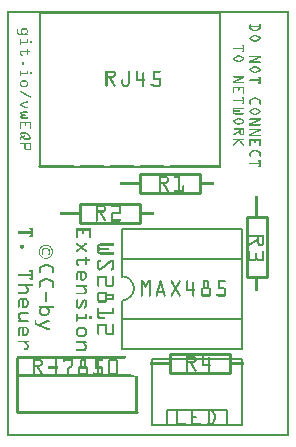
<source format=gto>
G04 MADE WITH FRITZING*
G04 WWW.FRITZING.ORG*
G04 DOUBLE SIDED*
G04 HOLES PLATED*
G04 CONTOUR ON CENTER OF CONTOUR VECTOR*
%ASAXBY*%
%FSLAX23Y23*%
%MOIN*%
%OFA0B0*%
%SFA1.0B1.0*%
%ADD10C,0.008000*%
%ADD11C,0.006000*%
%ADD12C,0.010000*%
%ADD13C,0.005000*%
%ADD14R,0.001000X0.001000*%
%LNSILK1*%
G90*
G70*
G54D10*
X708Y1412D02*
X708Y900D01*
D02*
X708Y1412D02*
X108Y1412D01*
D02*
X108Y900D02*
X108Y1412D01*
G54D11*
D02*
X783Y694D02*
X383Y694D01*
D02*
X383Y294D02*
X783Y294D01*
D02*
X783Y694D02*
X783Y594D01*
D02*
X383Y694D02*
X383Y594D01*
D02*
X383Y294D02*
X383Y394D01*
D02*
X383Y594D02*
X783Y594D01*
G54D10*
D02*
X383Y594D02*
X383Y534D01*
G54D11*
D02*
X783Y594D02*
X783Y394D01*
D02*
X383Y394D02*
X783Y394D01*
D02*
X383Y394D02*
X383Y454D01*
D02*
X783Y394D02*
X783Y294D01*
G54D12*
D02*
X433Y84D02*
X33Y84D01*
D02*
X33Y84D02*
X33Y264D01*
D02*
X33Y204D02*
X33Y264D01*
G54D13*
D02*
X163Y264D02*
X163Y204D01*
D02*
X303Y264D02*
X303Y204D01*
D02*
X483Y259D02*
X483Y39D01*
D02*
X783Y259D02*
X783Y39D01*
D02*
X783Y259D02*
X483Y259D01*
D02*
X783Y39D02*
X733Y39D01*
D02*
X733Y39D02*
X533Y39D01*
D02*
X533Y39D02*
X483Y39D01*
D02*
X533Y39D02*
X533Y89D01*
D02*
X533Y89D02*
X733Y89D01*
D02*
X733Y89D02*
X733Y39D01*
G54D12*
D02*
X242Y777D02*
X442Y777D01*
D02*
X442Y777D02*
X442Y711D01*
D02*
X442Y711D02*
X242Y711D01*
D02*
X242Y711D02*
X242Y777D01*
D02*
X442Y877D02*
X642Y877D01*
D02*
X642Y877D02*
X642Y811D01*
D02*
X642Y811D02*
X442Y811D01*
D02*
X442Y811D02*
X442Y877D01*
D02*
X866Y734D02*
X866Y534D01*
D02*
X866Y534D02*
X800Y534D01*
D02*
X800Y534D02*
X800Y734D01*
D02*
X800Y734D02*
X866Y734D01*
D02*
X542Y277D02*
X742Y277D01*
D02*
X742Y277D02*
X742Y211D01*
D02*
X742Y211D02*
X542Y211D01*
D02*
X542Y211D02*
X542Y277D01*
G54D14*
X0Y1420D02*
X939Y1420D01*
X0Y1419D02*
X939Y1419D01*
X0Y1418D02*
X939Y1418D01*
X0Y1417D02*
X939Y1417D01*
X0Y1416D02*
X939Y1416D01*
X0Y1415D02*
X939Y1415D01*
X0Y1414D02*
X939Y1414D01*
X0Y1413D02*
X939Y1413D01*
X0Y1412D02*
X7Y1412D01*
X932Y1412D02*
X939Y1412D01*
X0Y1411D02*
X7Y1411D01*
X932Y1411D02*
X939Y1411D01*
X0Y1410D02*
X7Y1410D01*
X932Y1410D02*
X939Y1410D01*
X0Y1409D02*
X7Y1409D01*
X932Y1409D02*
X939Y1409D01*
X0Y1408D02*
X7Y1408D01*
X932Y1408D02*
X939Y1408D01*
X0Y1407D02*
X7Y1407D01*
X932Y1407D02*
X939Y1407D01*
X0Y1406D02*
X7Y1406D01*
X932Y1406D02*
X939Y1406D01*
X0Y1405D02*
X7Y1405D01*
X932Y1405D02*
X939Y1405D01*
X0Y1404D02*
X7Y1404D01*
X932Y1404D02*
X939Y1404D01*
X0Y1403D02*
X7Y1403D01*
X932Y1403D02*
X939Y1403D01*
X0Y1402D02*
X7Y1402D01*
X932Y1402D02*
X939Y1402D01*
X0Y1401D02*
X7Y1401D01*
X932Y1401D02*
X939Y1401D01*
X0Y1400D02*
X7Y1400D01*
X932Y1400D02*
X939Y1400D01*
X0Y1399D02*
X7Y1399D01*
X932Y1399D02*
X939Y1399D01*
X0Y1398D02*
X7Y1398D01*
X932Y1398D02*
X939Y1398D01*
X0Y1397D02*
X7Y1397D01*
X932Y1397D02*
X939Y1397D01*
X0Y1396D02*
X7Y1396D01*
X932Y1396D02*
X939Y1396D01*
X0Y1395D02*
X7Y1395D01*
X932Y1395D02*
X939Y1395D01*
X0Y1394D02*
X7Y1394D01*
X932Y1394D02*
X939Y1394D01*
X0Y1393D02*
X7Y1393D01*
X932Y1393D02*
X939Y1393D01*
X0Y1392D02*
X7Y1392D01*
X932Y1392D02*
X939Y1392D01*
X0Y1391D02*
X7Y1391D01*
X932Y1391D02*
X939Y1391D01*
X0Y1390D02*
X7Y1390D01*
X932Y1390D02*
X939Y1390D01*
X0Y1389D02*
X7Y1389D01*
X932Y1389D02*
X939Y1389D01*
X0Y1388D02*
X7Y1388D01*
X932Y1388D02*
X939Y1388D01*
X0Y1387D02*
X7Y1387D01*
X932Y1387D02*
X939Y1387D01*
X0Y1386D02*
X7Y1386D01*
X932Y1386D02*
X939Y1386D01*
X0Y1385D02*
X7Y1385D01*
X932Y1385D02*
X939Y1385D01*
X0Y1384D02*
X7Y1384D01*
X932Y1384D02*
X939Y1384D01*
X0Y1383D02*
X7Y1383D01*
X932Y1383D02*
X939Y1383D01*
X0Y1382D02*
X7Y1382D01*
X932Y1382D02*
X939Y1382D01*
X0Y1381D02*
X7Y1381D01*
X932Y1381D02*
X939Y1381D01*
X0Y1380D02*
X7Y1380D01*
X932Y1380D02*
X939Y1380D01*
X0Y1379D02*
X7Y1379D01*
X932Y1379D02*
X939Y1379D01*
X0Y1378D02*
X7Y1378D01*
X932Y1378D02*
X939Y1378D01*
X0Y1377D02*
X7Y1377D01*
X932Y1377D02*
X939Y1377D01*
X0Y1376D02*
X7Y1376D01*
X932Y1376D02*
X939Y1376D01*
X0Y1375D02*
X7Y1375D01*
X932Y1375D02*
X939Y1375D01*
X0Y1374D02*
X7Y1374D01*
X809Y1374D02*
X811Y1374D01*
X841Y1374D02*
X844Y1374D01*
X932Y1374D02*
X939Y1374D01*
X0Y1373D02*
X7Y1373D01*
X808Y1373D02*
X812Y1373D01*
X841Y1373D02*
X844Y1373D01*
X932Y1373D02*
X939Y1373D01*
X0Y1372D02*
X7Y1372D01*
X808Y1372D02*
X812Y1372D01*
X841Y1372D02*
X845Y1372D01*
X932Y1372D02*
X939Y1372D01*
X0Y1371D02*
X7Y1371D01*
X808Y1371D02*
X812Y1371D01*
X841Y1371D02*
X845Y1371D01*
X932Y1371D02*
X939Y1371D01*
X0Y1370D02*
X7Y1370D01*
X808Y1370D02*
X845Y1370D01*
X932Y1370D02*
X939Y1370D01*
X0Y1369D02*
X7Y1369D01*
X808Y1369D02*
X845Y1369D01*
X932Y1369D02*
X939Y1369D01*
X0Y1368D02*
X7Y1368D01*
X808Y1368D02*
X845Y1368D01*
X932Y1368D02*
X939Y1368D01*
X0Y1367D02*
X7Y1367D01*
X808Y1367D02*
X845Y1367D01*
X932Y1367D02*
X939Y1367D01*
X0Y1366D02*
X7Y1366D01*
X808Y1366D02*
X845Y1366D01*
X932Y1366D02*
X939Y1366D01*
X0Y1365D02*
X7Y1365D01*
X808Y1365D02*
X812Y1365D01*
X840Y1365D02*
X845Y1365D01*
X932Y1365D02*
X939Y1365D01*
X0Y1364D02*
X7Y1364D01*
X808Y1364D02*
X812Y1364D01*
X841Y1364D02*
X845Y1364D01*
X932Y1364D02*
X939Y1364D01*
X0Y1363D02*
X7Y1363D01*
X808Y1363D02*
X812Y1363D01*
X841Y1363D02*
X844Y1363D01*
X932Y1363D02*
X939Y1363D01*
X0Y1362D02*
X7Y1362D01*
X52Y1362D02*
X62Y1362D01*
X808Y1362D02*
X812Y1362D01*
X840Y1362D02*
X844Y1362D01*
X932Y1362D02*
X939Y1362D01*
X0Y1361D02*
X7Y1361D01*
X50Y1361D02*
X64Y1361D01*
X808Y1361D02*
X814Y1361D01*
X838Y1361D02*
X844Y1361D01*
X932Y1361D02*
X939Y1361D01*
X0Y1360D02*
X7Y1360D01*
X49Y1360D02*
X66Y1360D01*
X809Y1360D02*
X816Y1360D01*
X837Y1360D02*
X844Y1360D01*
X932Y1360D02*
X939Y1360D01*
X0Y1359D02*
X7Y1359D01*
X33Y1359D02*
X36Y1359D01*
X48Y1359D02*
X67Y1359D01*
X810Y1359D02*
X818Y1359D01*
X835Y1359D02*
X843Y1359D01*
X932Y1359D02*
X939Y1359D01*
X0Y1358D02*
X7Y1358D01*
X33Y1358D02*
X36Y1358D01*
X47Y1358D02*
X67Y1358D01*
X810Y1358D02*
X820Y1358D01*
X833Y1358D02*
X842Y1358D01*
X932Y1358D02*
X939Y1358D01*
X0Y1357D02*
X7Y1357D01*
X33Y1357D02*
X37Y1357D01*
X46Y1357D02*
X52Y1357D01*
X63Y1357D02*
X68Y1357D01*
X812Y1357D02*
X822Y1357D01*
X831Y1357D02*
X840Y1357D01*
X932Y1357D02*
X939Y1357D01*
X0Y1356D02*
X7Y1356D01*
X33Y1356D02*
X37Y1356D01*
X45Y1356D02*
X50Y1356D01*
X64Y1356D02*
X69Y1356D01*
X814Y1356D02*
X824Y1356D01*
X828Y1356D02*
X838Y1356D01*
X932Y1356D02*
X939Y1356D01*
X0Y1355D02*
X7Y1355D01*
X33Y1355D02*
X37Y1355D01*
X45Y1355D02*
X49Y1355D01*
X65Y1355D02*
X69Y1355D01*
X816Y1355D02*
X836Y1355D01*
X932Y1355D02*
X939Y1355D01*
X0Y1354D02*
X7Y1354D01*
X33Y1354D02*
X37Y1354D01*
X45Y1354D02*
X49Y1354D01*
X65Y1354D02*
X69Y1354D01*
X818Y1354D02*
X834Y1354D01*
X932Y1354D02*
X939Y1354D01*
X0Y1353D02*
X7Y1353D01*
X33Y1353D02*
X37Y1353D01*
X45Y1353D02*
X49Y1353D01*
X65Y1353D02*
X69Y1353D01*
X820Y1353D02*
X832Y1353D01*
X932Y1353D02*
X939Y1353D01*
X0Y1352D02*
X7Y1352D01*
X33Y1352D02*
X37Y1352D01*
X45Y1352D02*
X49Y1352D01*
X65Y1352D02*
X69Y1352D01*
X822Y1352D02*
X830Y1352D01*
X932Y1352D02*
X939Y1352D01*
X0Y1351D02*
X7Y1351D01*
X33Y1351D02*
X37Y1351D01*
X45Y1351D02*
X49Y1351D01*
X65Y1351D02*
X69Y1351D01*
X826Y1351D02*
X827Y1351D01*
X932Y1351D02*
X939Y1351D01*
X0Y1350D02*
X7Y1350D01*
X33Y1350D02*
X37Y1350D01*
X45Y1350D02*
X49Y1350D01*
X65Y1350D02*
X69Y1350D01*
X932Y1350D02*
X939Y1350D01*
X0Y1349D02*
X7Y1349D01*
X33Y1349D02*
X37Y1349D01*
X45Y1349D02*
X49Y1349D01*
X65Y1349D02*
X69Y1349D01*
X932Y1349D02*
X939Y1349D01*
X0Y1348D02*
X7Y1348D01*
X33Y1348D02*
X37Y1348D01*
X45Y1348D02*
X49Y1348D01*
X65Y1348D02*
X69Y1348D01*
X932Y1348D02*
X939Y1348D01*
X0Y1347D02*
X7Y1347D01*
X33Y1347D02*
X37Y1347D01*
X45Y1347D02*
X50Y1347D01*
X64Y1347D02*
X69Y1347D01*
X932Y1347D02*
X939Y1347D01*
X0Y1346D02*
X7Y1346D01*
X33Y1346D02*
X37Y1346D01*
X46Y1346D02*
X51Y1346D01*
X63Y1346D02*
X68Y1346D01*
X932Y1346D02*
X939Y1346D01*
X0Y1345D02*
X7Y1345D01*
X33Y1345D02*
X38Y1345D01*
X46Y1345D02*
X52Y1345D01*
X62Y1345D02*
X68Y1345D01*
X932Y1345D02*
X939Y1345D01*
X0Y1344D02*
X7Y1344D01*
X33Y1344D02*
X39Y1344D01*
X47Y1344D02*
X53Y1344D01*
X61Y1344D02*
X67Y1344D01*
X932Y1344D02*
X939Y1344D01*
X0Y1343D02*
X7Y1343D01*
X34Y1343D02*
X67Y1343D01*
X932Y1343D02*
X939Y1343D01*
X0Y1342D02*
X7Y1342D01*
X35Y1342D02*
X69Y1342D01*
X932Y1342D02*
X939Y1342D01*
X0Y1341D02*
X7Y1341D01*
X36Y1341D02*
X69Y1341D01*
X932Y1341D02*
X939Y1341D01*
X0Y1340D02*
X7Y1340D01*
X37Y1340D02*
X69Y1340D01*
X826Y1340D02*
X826Y1340D01*
X932Y1340D02*
X939Y1340D01*
X0Y1339D02*
X7Y1339D01*
X38Y1339D02*
X68Y1339D01*
X822Y1339D02*
X830Y1339D01*
X932Y1339D02*
X939Y1339D01*
X0Y1338D02*
X7Y1338D01*
X820Y1338D02*
X833Y1338D01*
X932Y1338D02*
X939Y1338D01*
X0Y1337D02*
X7Y1337D01*
X818Y1337D02*
X835Y1337D01*
X932Y1337D02*
X939Y1337D01*
X0Y1336D02*
X7Y1336D01*
X816Y1336D02*
X837Y1336D01*
X932Y1336D02*
X939Y1336D01*
X0Y1335D02*
X7Y1335D01*
X814Y1335D02*
X839Y1335D01*
X932Y1335D02*
X939Y1335D01*
X0Y1334D02*
X7Y1334D01*
X812Y1334D02*
X822Y1334D01*
X831Y1334D02*
X841Y1334D01*
X932Y1334D02*
X939Y1334D01*
X0Y1333D02*
X7Y1333D01*
X810Y1333D02*
X820Y1333D01*
X833Y1333D02*
X842Y1333D01*
X932Y1333D02*
X939Y1333D01*
X0Y1332D02*
X7Y1332D01*
X809Y1332D02*
X818Y1332D01*
X835Y1332D02*
X843Y1332D01*
X932Y1332D02*
X939Y1332D01*
X0Y1331D02*
X7Y1331D01*
X809Y1331D02*
X816Y1331D01*
X837Y1331D02*
X844Y1331D01*
X932Y1331D02*
X939Y1331D01*
X0Y1330D02*
X7Y1330D01*
X808Y1330D02*
X814Y1330D01*
X839Y1330D02*
X844Y1330D01*
X932Y1330D02*
X939Y1330D01*
X0Y1329D02*
X7Y1329D01*
X808Y1329D02*
X812Y1329D01*
X840Y1329D02*
X844Y1329D01*
X932Y1329D02*
X939Y1329D01*
X0Y1328D02*
X7Y1328D01*
X808Y1328D02*
X812Y1328D01*
X841Y1328D02*
X844Y1328D01*
X932Y1328D02*
X939Y1328D01*
X0Y1327D02*
X7Y1327D01*
X808Y1327D02*
X812Y1327D01*
X840Y1327D02*
X844Y1327D01*
X932Y1327D02*
X939Y1327D01*
X0Y1326D02*
X7Y1326D01*
X808Y1326D02*
X814Y1326D01*
X838Y1326D02*
X844Y1326D01*
X932Y1326D02*
X939Y1326D01*
X0Y1325D02*
X7Y1325D01*
X809Y1325D02*
X816Y1325D01*
X836Y1325D02*
X844Y1325D01*
X932Y1325D02*
X939Y1325D01*
X0Y1324D02*
X7Y1324D01*
X43Y1324D02*
X46Y1324D01*
X66Y1324D02*
X69Y1324D01*
X810Y1324D02*
X818Y1324D01*
X834Y1324D02*
X843Y1324D01*
X932Y1324D02*
X939Y1324D01*
X0Y1323D02*
X7Y1323D01*
X43Y1323D02*
X47Y1323D01*
X65Y1323D02*
X69Y1323D01*
X811Y1323D02*
X820Y1323D01*
X832Y1323D02*
X842Y1323D01*
X932Y1323D02*
X939Y1323D01*
X0Y1322D02*
X7Y1322D01*
X43Y1322D02*
X47Y1322D01*
X65Y1322D02*
X69Y1322D01*
X812Y1322D02*
X822Y1322D01*
X830Y1322D02*
X840Y1322D01*
X932Y1322D02*
X939Y1322D01*
X0Y1321D02*
X7Y1321D01*
X43Y1321D02*
X47Y1321D01*
X65Y1321D02*
X69Y1321D01*
X814Y1321D02*
X838Y1321D01*
X932Y1321D02*
X939Y1321D01*
X0Y1320D02*
X7Y1320D01*
X43Y1320D02*
X47Y1320D01*
X65Y1320D02*
X69Y1320D01*
X77Y1320D02*
X80Y1320D01*
X816Y1320D02*
X836Y1320D01*
X932Y1320D02*
X939Y1320D01*
X0Y1319D02*
X7Y1319D01*
X43Y1319D02*
X47Y1319D01*
X65Y1319D02*
X69Y1319D01*
X76Y1319D02*
X81Y1319D01*
X818Y1319D02*
X834Y1319D01*
X932Y1319D02*
X939Y1319D01*
X0Y1318D02*
X7Y1318D01*
X43Y1318D02*
X47Y1318D01*
X65Y1318D02*
X69Y1318D01*
X76Y1318D02*
X81Y1318D01*
X820Y1318D02*
X832Y1318D01*
X932Y1318D02*
X939Y1318D01*
X0Y1317D02*
X7Y1317D01*
X43Y1317D02*
X69Y1317D01*
X76Y1317D02*
X81Y1317D01*
X823Y1317D02*
X830Y1317D01*
X932Y1317D02*
X939Y1317D01*
X0Y1316D02*
X7Y1316D01*
X43Y1316D02*
X69Y1316D01*
X76Y1316D02*
X81Y1316D01*
X932Y1316D02*
X939Y1316D01*
X0Y1315D02*
X7Y1315D01*
X43Y1315D02*
X69Y1315D01*
X76Y1315D02*
X81Y1315D01*
X932Y1315D02*
X939Y1315D01*
X0Y1314D02*
X7Y1314D01*
X43Y1314D02*
X69Y1314D01*
X76Y1314D02*
X81Y1314D01*
X932Y1314D02*
X939Y1314D01*
X0Y1313D02*
X7Y1313D01*
X43Y1313D02*
X67Y1313D01*
X78Y1313D02*
X79Y1313D01*
X932Y1313D02*
X939Y1313D01*
X0Y1312D02*
X7Y1312D01*
X43Y1312D02*
X47Y1312D01*
X932Y1312D02*
X939Y1312D01*
X0Y1311D02*
X7Y1311D01*
X43Y1311D02*
X47Y1311D01*
X932Y1311D02*
X939Y1311D01*
X0Y1310D02*
X7Y1310D01*
X43Y1310D02*
X47Y1310D01*
X932Y1310D02*
X939Y1310D01*
X0Y1309D02*
X7Y1309D01*
X43Y1309D02*
X47Y1309D01*
X932Y1309D02*
X939Y1309D01*
X0Y1308D02*
X7Y1308D01*
X43Y1308D02*
X47Y1308D01*
X932Y1308D02*
X939Y1308D01*
X0Y1307D02*
X7Y1307D01*
X43Y1307D02*
X46Y1307D01*
X932Y1307D02*
X939Y1307D01*
X0Y1306D02*
X7Y1306D01*
X44Y1306D02*
X45Y1306D01*
X783Y1306D02*
X790Y1306D01*
X932Y1306D02*
X939Y1306D01*
X0Y1305D02*
X7Y1305D01*
X782Y1305D02*
X790Y1305D01*
X932Y1305D02*
X939Y1305D01*
X0Y1304D02*
X7Y1304D01*
X782Y1304D02*
X790Y1304D01*
X932Y1304D02*
X939Y1304D01*
X0Y1303D02*
X7Y1303D01*
X783Y1303D02*
X790Y1303D01*
X932Y1303D02*
X939Y1303D01*
X0Y1302D02*
X7Y1302D01*
X784Y1302D02*
X790Y1302D01*
X932Y1302D02*
X939Y1302D01*
X0Y1301D02*
X7Y1301D01*
X786Y1301D02*
X790Y1301D01*
X932Y1301D02*
X939Y1301D01*
X0Y1300D02*
X7Y1300D01*
X786Y1300D02*
X790Y1300D01*
X932Y1300D02*
X939Y1300D01*
X0Y1299D02*
X7Y1299D01*
X786Y1299D02*
X790Y1299D01*
X932Y1299D02*
X939Y1299D01*
X0Y1298D02*
X7Y1298D01*
X786Y1298D02*
X790Y1298D01*
X932Y1298D02*
X939Y1298D01*
X0Y1297D02*
X7Y1297D01*
X755Y1297D02*
X790Y1297D01*
X932Y1297D02*
X939Y1297D01*
X0Y1296D02*
X7Y1296D01*
X754Y1296D02*
X790Y1296D01*
X932Y1296D02*
X939Y1296D01*
X0Y1295D02*
X7Y1295D01*
X754Y1295D02*
X790Y1295D01*
X932Y1295D02*
X939Y1295D01*
X0Y1294D02*
X7Y1294D01*
X754Y1294D02*
X790Y1294D01*
X932Y1294D02*
X939Y1294D01*
X0Y1293D02*
X7Y1293D01*
X754Y1293D02*
X790Y1293D01*
X932Y1293D02*
X939Y1293D01*
X0Y1292D02*
X7Y1292D01*
X67Y1292D02*
X68Y1292D01*
X786Y1292D02*
X790Y1292D01*
X932Y1292D02*
X939Y1292D01*
X0Y1291D02*
X7Y1291D01*
X66Y1291D02*
X69Y1291D01*
X786Y1291D02*
X790Y1291D01*
X932Y1291D02*
X939Y1291D01*
X0Y1290D02*
X7Y1290D01*
X65Y1290D02*
X69Y1290D01*
X786Y1290D02*
X790Y1290D01*
X932Y1290D02*
X939Y1290D01*
X0Y1289D02*
X7Y1289D01*
X65Y1289D02*
X69Y1289D01*
X786Y1289D02*
X790Y1289D01*
X932Y1289D02*
X939Y1289D01*
X0Y1288D02*
X7Y1288D01*
X65Y1288D02*
X69Y1288D01*
X786Y1288D02*
X790Y1288D01*
X932Y1288D02*
X939Y1288D01*
X0Y1287D02*
X7Y1287D01*
X47Y1287D02*
X77Y1287D01*
X783Y1287D02*
X790Y1287D01*
X932Y1287D02*
X939Y1287D01*
X0Y1286D02*
X7Y1286D01*
X45Y1286D02*
X77Y1286D01*
X782Y1286D02*
X790Y1286D01*
X932Y1286D02*
X939Y1286D01*
X0Y1285D02*
X7Y1285D01*
X44Y1285D02*
X77Y1285D01*
X782Y1285D02*
X790Y1285D01*
X932Y1285D02*
X939Y1285D01*
X0Y1284D02*
X7Y1284D01*
X44Y1284D02*
X77Y1284D01*
X783Y1284D02*
X790Y1284D01*
X932Y1284D02*
X939Y1284D01*
X0Y1283D02*
X7Y1283D01*
X43Y1283D02*
X75Y1283D01*
X784Y1283D02*
X790Y1283D01*
X932Y1283D02*
X939Y1283D01*
X0Y1282D02*
X7Y1282D01*
X43Y1282D02*
X47Y1282D01*
X65Y1282D02*
X69Y1282D01*
X932Y1282D02*
X939Y1282D01*
X0Y1281D02*
X7Y1281D01*
X43Y1281D02*
X47Y1281D01*
X65Y1281D02*
X69Y1281D01*
X932Y1281D02*
X939Y1281D01*
X0Y1280D02*
X7Y1280D01*
X43Y1280D02*
X47Y1280D01*
X65Y1280D02*
X69Y1280D01*
X932Y1280D02*
X939Y1280D01*
X0Y1279D02*
X7Y1279D01*
X43Y1279D02*
X47Y1279D01*
X65Y1279D02*
X69Y1279D01*
X932Y1279D02*
X939Y1279D01*
X0Y1278D02*
X7Y1278D01*
X43Y1278D02*
X47Y1278D01*
X65Y1278D02*
X69Y1278D01*
X932Y1278D02*
X939Y1278D01*
X0Y1277D02*
X7Y1277D01*
X43Y1277D02*
X47Y1277D01*
X65Y1277D02*
X69Y1277D01*
X932Y1277D02*
X939Y1277D01*
X0Y1276D02*
X7Y1276D01*
X43Y1276D02*
X47Y1276D01*
X65Y1276D02*
X69Y1276D01*
X932Y1276D02*
X939Y1276D01*
X0Y1275D02*
X7Y1275D01*
X43Y1275D02*
X47Y1275D01*
X65Y1275D02*
X69Y1275D01*
X932Y1275D02*
X939Y1275D01*
X0Y1274D02*
X7Y1274D01*
X43Y1274D02*
X48Y1274D01*
X65Y1274D02*
X69Y1274D01*
X932Y1274D02*
X939Y1274D01*
X0Y1273D02*
X7Y1273D01*
X43Y1273D02*
X49Y1273D01*
X65Y1273D02*
X69Y1273D01*
X932Y1273D02*
X939Y1273D01*
X0Y1272D02*
X7Y1272D01*
X44Y1272D02*
X51Y1272D01*
X66Y1272D02*
X69Y1272D01*
X932Y1272D02*
X939Y1272D01*
X0Y1271D02*
X7Y1271D01*
X45Y1271D02*
X51Y1271D01*
X768Y1271D02*
X776Y1271D01*
X932Y1271D02*
X939Y1271D01*
X0Y1270D02*
X7Y1270D01*
X46Y1270D02*
X51Y1270D01*
X766Y1270D02*
X778Y1270D01*
X809Y1270D02*
X844Y1270D01*
X932Y1270D02*
X939Y1270D01*
X0Y1269D02*
X7Y1269D01*
X48Y1269D02*
X50Y1269D01*
X764Y1269D02*
X780Y1269D01*
X808Y1269D02*
X845Y1269D01*
X932Y1269D02*
X939Y1269D01*
X0Y1268D02*
X7Y1268D01*
X762Y1268D02*
X782Y1268D01*
X808Y1268D02*
X845Y1268D01*
X932Y1268D02*
X939Y1268D01*
X0Y1267D02*
X7Y1267D01*
X760Y1267D02*
X784Y1267D01*
X808Y1267D02*
X845Y1267D01*
X932Y1267D02*
X939Y1267D01*
X0Y1266D02*
X7Y1266D01*
X758Y1266D02*
X768Y1266D01*
X776Y1266D02*
X786Y1266D01*
X809Y1266D02*
X845Y1266D01*
X932Y1266D02*
X939Y1266D01*
X0Y1265D02*
X7Y1265D01*
X756Y1265D02*
X766Y1265D01*
X778Y1265D02*
X788Y1265D01*
X835Y1265D02*
X845Y1265D01*
X932Y1265D02*
X939Y1265D01*
X0Y1264D02*
X7Y1264D01*
X755Y1264D02*
X764Y1264D01*
X780Y1264D02*
X789Y1264D01*
X833Y1264D02*
X844Y1264D01*
X932Y1264D02*
X939Y1264D01*
X0Y1263D02*
X7Y1263D01*
X754Y1263D02*
X762Y1263D01*
X782Y1263D02*
X789Y1263D01*
X831Y1263D02*
X842Y1263D01*
X932Y1263D02*
X939Y1263D01*
X0Y1262D02*
X7Y1262D01*
X754Y1262D02*
X760Y1262D01*
X784Y1262D02*
X790Y1262D01*
X829Y1262D02*
X840Y1262D01*
X932Y1262D02*
X939Y1262D01*
X0Y1261D02*
X7Y1261D01*
X754Y1261D02*
X758Y1261D01*
X786Y1261D02*
X790Y1261D01*
X826Y1261D02*
X837Y1261D01*
X932Y1261D02*
X939Y1261D01*
X0Y1260D02*
X7Y1260D01*
X754Y1260D02*
X757Y1260D01*
X786Y1260D02*
X790Y1260D01*
X824Y1260D02*
X835Y1260D01*
X932Y1260D02*
X939Y1260D01*
X0Y1259D02*
X7Y1259D01*
X754Y1259D02*
X758Y1259D01*
X786Y1259D02*
X790Y1259D01*
X822Y1259D02*
X833Y1259D01*
X932Y1259D02*
X939Y1259D01*
X0Y1258D02*
X7Y1258D01*
X754Y1258D02*
X760Y1258D01*
X784Y1258D02*
X790Y1258D01*
X819Y1258D02*
X831Y1258D01*
X932Y1258D02*
X939Y1258D01*
X0Y1257D02*
X7Y1257D01*
X754Y1257D02*
X762Y1257D01*
X782Y1257D02*
X789Y1257D01*
X817Y1257D02*
X828Y1257D01*
X932Y1257D02*
X939Y1257D01*
X0Y1256D02*
X7Y1256D01*
X755Y1256D02*
X764Y1256D01*
X780Y1256D02*
X789Y1256D01*
X815Y1256D02*
X826Y1256D01*
X932Y1256D02*
X939Y1256D01*
X0Y1255D02*
X7Y1255D01*
X756Y1255D02*
X766Y1255D01*
X778Y1255D02*
X788Y1255D01*
X813Y1255D02*
X824Y1255D01*
X932Y1255D02*
X939Y1255D01*
X0Y1254D02*
X7Y1254D01*
X758Y1254D02*
X768Y1254D01*
X776Y1254D02*
X786Y1254D01*
X810Y1254D02*
X822Y1254D01*
X932Y1254D02*
X939Y1254D01*
X0Y1253D02*
X7Y1253D01*
X760Y1253D02*
X770Y1253D01*
X774Y1253D02*
X784Y1253D01*
X808Y1253D02*
X819Y1253D01*
X932Y1253D02*
X939Y1253D01*
X0Y1252D02*
X7Y1252D01*
X762Y1252D02*
X782Y1252D01*
X808Y1252D02*
X817Y1252D01*
X932Y1252D02*
X939Y1252D01*
X0Y1251D02*
X7Y1251D01*
X764Y1251D02*
X780Y1251D01*
X808Y1251D02*
X843Y1251D01*
X932Y1251D02*
X939Y1251D01*
X0Y1250D02*
X7Y1250D01*
X50Y1250D02*
X56Y1250D01*
X766Y1250D02*
X778Y1250D01*
X808Y1250D02*
X844Y1250D01*
X932Y1250D02*
X939Y1250D01*
X0Y1249D02*
X7Y1249D01*
X49Y1249D02*
X57Y1249D01*
X768Y1249D02*
X776Y1249D01*
X808Y1249D02*
X844Y1249D01*
X932Y1249D02*
X939Y1249D01*
X0Y1248D02*
X7Y1248D01*
X49Y1248D02*
X57Y1248D01*
X808Y1248D02*
X844Y1248D01*
X932Y1248D02*
X939Y1248D01*
X0Y1247D02*
X7Y1247D01*
X49Y1247D02*
X57Y1247D01*
X808Y1247D02*
X843Y1247D01*
X932Y1247D02*
X939Y1247D01*
X0Y1246D02*
X7Y1246D01*
X49Y1246D02*
X57Y1246D01*
X932Y1246D02*
X939Y1246D01*
X0Y1245D02*
X7Y1245D01*
X49Y1245D02*
X57Y1245D01*
X932Y1245D02*
X939Y1245D01*
X0Y1244D02*
X7Y1244D01*
X49Y1244D02*
X57Y1244D01*
X932Y1244D02*
X939Y1244D01*
X0Y1243D02*
X7Y1243D01*
X49Y1243D02*
X57Y1243D01*
X932Y1243D02*
X939Y1243D01*
X0Y1242D02*
X7Y1242D01*
X49Y1242D02*
X56Y1242D01*
X932Y1242D02*
X939Y1242D01*
X0Y1241D02*
X7Y1241D01*
X51Y1241D02*
X55Y1241D01*
X932Y1241D02*
X939Y1241D01*
X0Y1240D02*
X7Y1240D01*
X932Y1240D02*
X939Y1240D01*
X0Y1239D02*
X7Y1239D01*
X932Y1239D02*
X939Y1239D01*
X0Y1238D02*
X7Y1238D01*
X932Y1238D02*
X939Y1238D01*
X0Y1237D02*
X7Y1237D01*
X932Y1237D02*
X939Y1237D01*
X0Y1236D02*
X7Y1236D01*
X932Y1236D02*
X939Y1236D01*
X0Y1235D02*
X7Y1235D01*
X823Y1235D02*
X829Y1235D01*
X932Y1235D02*
X939Y1235D01*
X0Y1234D02*
X7Y1234D01*
X821Y1234D02*
X832Y1234D01*
X932Y1234D02*
X939Y1234D01*
X0Y1233D02*
X7Y1233D01*
X819Y1233D02*
X834Y1233D01*
X932Y1233D02*
X939Y1233D01*
X0Y1232D02*
X7Y1232D01*
X817Y1232D02*
X836Y1232D01*
X932Y1232D02*
X939Y1232D01*
X0Y1231D02*
X7Y1231D01*
X815Y1231D02*
X838Y1231D01*
X932Y1231D02*
X939Y1231D01*
X0Y1230D02*
X7Y1230D01*
X813Y1230D02*
X823Y1230D01*
X830Y1230D02*
X840Y1230D01*
X932Y1230D02*
X939Y1230D01*
X0Y1229D02*
X7Y1229D01*
X811Y1229D02*
X821Y1229D01*
X832Y1229D02*
X842Y1229D01*
X932Y1229D02*
X939Y1229D01*
X0Y1228D02*
X7Y1228D01*
X810Y1228D02*
X819Y1228D01*
X834Y1228D02*
X843Y1228D01*
X932Y1228D02*
X939Y1228D01*
X0Y1227D02*
X7Y1227D01*
X809Y1227D02*
X817Y1227D01*
X836Y1227D02*
X844Y1227D01*
X932Y1227D02*
X939Y1227D01*
X0Y1226D02*
X7Y1226D01*
X808Y1226D02*
X815Y1226D01*
X838Y1226D02*
X844Y1226D01*
X932Y1226D02*
X939Y1226D01*
X0Y1225D02*
X7Y1225D01*
X808Y1225D02*
X813Y1225D01*
X840Y1225D02*
X844Y1225D01*
X932Y1225D02*
X939Y1225D01*
X0Y1224D02*
X7Y1224D01*
X808Y1224D02*
X812Y1224D01*
X841Y1224D02*
X844Y1224D01*
X932Y1224D02*
X939Y1224D01*
X0Y1223D02*
X7Y1223D01*
X808Y1223D02*
X812Y1223D01*
X840Y1223D02*
X844Y1223D01*
X932Y1223D02*
X939Y1223D01*
X0Y1222D02*
X7Y1222D01*
X808Y1222D02*
X813Y1222D01*
X839Y1222D02*
X844Y1222D01*
X932Y1222D02*
X939Y1222D01*
X0Y1221D02*
X7Y1221D01*
X809Y1221D02*
X815Y1221D01*
X837Y1221D02*
X844Y1221D01*
X932Y1221D02*
X939Y1221D01*
X0Y1220D02*
X7Y1220D01*
X44Y1220D02*
X46Y1220D01*
X66Y1220D02*
X68Y1220D01*
X328Y1220D02*
X355Y1220D01*
X403Y1220D02*
X407Y1220D01*
X431Y1220D02*
X435Y1220D01*
X485Y1220D02*
X511Y1220D01*
X809Y1220D02*
X817Y1220D01*
X835Y1220D02*
X843Y1220D01*
X932Y1220D02*
X939Y1220D01*
X0Y1219D02*
X7Y1219D01*
X43Y1219D02*
X46Y1219D01*
X66Y1219D02*
X69Y1219D01*
X328Y1219D02*
X357Y1219D01*
X402Y1219D02*
X408Y1219D01*
X430Y1219D02*
X435Y1219D01*
X485Y1219D02*
X511Y1219D01*
X810Y1219D02*
X819Y1219D01*
X833Y1219D02*
X842Y1219D01*
X932Y1219D02*
X939Y1219D01*
X0Y1218D02*
X7Y1218D01*
X43Y1218D02*
X47Y1218D01*
X65Y1218D02*
X69Y1218D01*
X328Y1218D02*
X358Y1218D01*
X402Y1218D02*
X408Y1218D01*
X430Y1218D02*
X436Y1218D01*
X485Y1218D02*
X512Y1218D01*
X812Y1218D02*
X821Y1218D01*
X831Y1218D02*
X841Y1218D01*
X932Y1218D02*
X939Y1218D01*
X0Y1217D02*
X7Y1217D01*
X43Y1217D02*
X47Y1217D01*
X65Y1217D02*
X69Y1217D01*
X328Y1217D02*
X359Y1217D01*
X402Y1217D02*
X408Y1217D01*
X430Y1217D02*
X436Y1217D01*
X485Y1217D02*
X512Y1217D01*
X814Y1217D02*
X824Y1217D01*
X829Y1217D02*
X839Y1217D01*
X932Y1217D02*
X939Y1217D01*
X0Y1216D02*
X7Y1216D01*
X43Y1216D02*
X47Y1216D01*
X65Y1216D02*
X69Y1216D01*
X328Y1216D02*
X360Y1216D01*
X402Y1216D02*
X408Y1216D01*
X430Y1216D02*
X436Y1216D01*
X485Y1216D02*
X511Y1216D01*
X816Y1216D02*
X837Y1216D01*
X932Y1216D02*
X939Y1216D01*
X0Y1215D02*
X7Y1215D01*
X43Y1215D02*
X47Y1215D01*
X65Y1215D02*
X69Y1215D01*
X76Y1215D02*
X81Y1215D01*
X328Y1215D02*
X360Y1215D01*
X402Y1215D02*
X408Y1215D01*
X430Y1215D02*
X436Y1215D01*
X485Y1215D02*
X511Y1215D01*
X818Y1215D02*
X835Y1215D01*
X932Y1215D02*
X939Y1215D01*
X0Y1214D02*
X7Y1214D01*
X43Y1214D02*
X47Y1214D01*
X65Y1214D02*
X69Y1214D01*
X76Y1214D02*
X81Y1214D01*
X328Y1214D02*
X361Y1214D01*
X402Y1214D02*
X408Y1214D01*
X430Y1214D02*
X436Y1214D01*
X452Y1214D02*
X455Y1214D01*
X485Y1214D02*
X509Y1214D01*
X820Y1214D02*
X833Y1214D01*
X932Y1214D02*
X939Y1214D01*
X0Y1213D02*
X7Y1213D01*
X43Y1213D02*
X69Y1213D01*
X76Y1213D02*
X81Y1213D01*
X328Y1213D02*
X334Y1213D01*
X354Y1213D02*
X361Y1213D01*
X402Y1213D02*
X408Y1213D01*
X430Y1213D02*
X436Y1213D01*
X451Y1213D02*
X456Y1213D01*
X485Y1213D02*
X491Y1213D01*
X822Y1213D02*
X831Y1213D01*
X932Y1213D02*
X939Y1213D01*
X0Y1212D02*
X7Y1212D01*
X43Y1212D02*
X69Y1212D01*
X76Y1212D02*
X81Y1212D01*
X328Y1212D02*
X334Y1212D01*
X355Y1212D02*
X361Y1212D01*
X402Y1212D02*
X408Y1212D01*
X430Y1212D02*
X436Y1212D01*
X451Y1212D02*
X456Y1212D01*
X485Y1212D02*
X491Y1212D01*
X824Y1212D02*
X828Y1212D01*
X932Y1212D02*
X939Y1212D01*
X0Y1211D02*
X7Y1211D01*
X43Y1211D02*
X69Y1211D01*
X76Y1211D02*
X81Y1211D01*
X328Y1211D02*
X334Y1211D01*
X355Y1211D02*
X361Y1211D01*
X402Y1211D02*
X408Y1211D01*
X430Y1211D02*
X436Y1211D01*
X450Y1211D02*
X456Y1211D01*
X485Y1211D02*
X491Y1211D01*
X932Y1211D02*
X939Y1211D01*
X0Y1210D02*
X7Y1210D01*
X43Y1210D02*
X69Y1210D01*
X76Y1210D02*
X81Y1210D01*
X328Y1210D02*
X334Y1210D01*
X355Y1210D02*
X361Y1210D01*
X402Y1210D02*
X408Y1210D01*
X430Y1210D02*
X436Y1210D01*
X450Y1210D02*
X456Y1210D01*
X485Y1210D02*
X491Y1210D01*
X932Y1210D02*
X939Y1210D01*
X0Y1209D02*
X7Y1209D01*
X43Y1209D02*
X68Y1209D01*
X77Y1209D02*
X80Y1209D01*
X328Y1209D02*
X334Y1209D01*
X355Y1209D02*
X361Y1209D01*
X402Y1209D02*
X408Y1209D01*
X430Y1209D02*
X436Y1209D01*
X450Y1209D02*
X456Y1209D01*
X485Y1209D02*
X491Y1209D01*
X932Y1209D02*
X939Y1209D01*
X0Y1208D02*
X7Y1208D01*
X43Y1208D02*
X47Y1208D01*
X328Y1208D02*
X334Y1208D01*
X355Y1208D02*
X361Y1208D01*
X402Y1208D02*
X408Y1208D01*
X430Y1208D02*
X436Y1208D01*
X450Y1208D02*
X456Y1208D01*
X485Y1208D02*
X491Y1208D01*
X932Y1208D02*
X939Y1208D01*
X0Y1207D02*
X7Y1207D01*
X43Y1207D02*
X47Y1207D01*
X328Y1207D02*
X334Y1207D01*
X355Y1207D02*
X361Y1207D01*
X402Y1207D02*
X408Y1207D01*
X430Y1207D02*
X436Y1207D01*
X450Y1207D02*
X456Y1207D01*
X485Y1207D02*
X491Y1207D01*
X932Y1207D02*
X939Y1207D01*
X0Y1206D02*
X7Y1206D01*
X43Y1206D02*
X47Y1206D01*
X328Y1206D02*
X334Y1206D01*
X355Y1206D02*
X361Y1206D01*
X402Y1206D02*
X408Y1206D01*
X430Y1206D02*
X436Y1206D01*
X450Y1206D02*
X456Y1206D01*
X485Y1206D02*
X491Y1206D01*
X932Y1206D02*
X939Y1206D01*
X0Y1205D02*
X7Y1205D01*
X43Y1205D02*
X47Y1205D01*
X328Y1205D02*
X334Y1205D01*
X355Y1205D02*
X361Y1205D01*
X402Y1205D02*
X408Y1205D01*
X430Y1205D02*
X436Y1205D01*
X450Y1205D02*
X456Y1205D01*
X485Y1205D02*
X491Y1205D01*
X932Y1205D02*
X939Y1205D01*
X0Y1204D02*
X7Y1204D01*
X43Y1204D02*
X47Y1204D01*
X328Y1204D02*
X334Y1204D01*
X354Y1204D02*
X361Y1204D01*
X402Y1204D02*
X408Y1204D01*
X430Y1204D02*
X436Y1204D01*
X450Y1204D02*
X456Y1204D01*
X485Y1204D02*
X491Y1204D01*
X932Y1204D02*
X939Y1204D01*
X0Y1203D02*
X7Y1203D01*
X43Y1203D02*
X46Y1203D01*
X328Y1203D02*
X361Y1203D01*
X402Y1203D02*
X408Y1203D01*
X430Y1203D02*
X436Y1203D01*
X450Y1203D02*
X456Y1203D01*
X485Y1203D02*
X491Y1203D01*
X932Y1203D02*
X939Y1203D01*
X0Y1202D02*
X7Y1202D01*
X44Y1202D02*
X46Y1202D01*
X328Y1202D02*
X360Y1202D01*
X402Y1202D02*
X408Y1202D01*
X430Y1202D02*
X436Y1202D01*
X450Y1202D02*
X456Y1202D01*
X485Y1202D02*
X491Y1202D01*
X755Y1202D02*
X790Y1202D01*
X932Y1202D02*
X939Y1202D01*
X0Y1201D02*
X7Y1201D01*
X328Y1201D02*
X360Y1201D01*
X402Y1201D02*
X408Y1201D01*
X430Y1201D02*
X436Y1201D01*
X450Y1201D02*
X456Y1201D01*
X485Y1201D02*
X491Y1201D01*
X754Y1201D02*
X790Y1201D01*
X932Y1201D02*
X939Y1201D01*
X0Y1200D02*
X7Y1200D01*
X328Y1200D02*
X359Y1200D01*
X402Y1200D02*
X408Y1200D01*
X430Y1200D02*
X436Y1200D01*
X450Y1200D02*
X456Y1200D01*
X485Y1200D02*
X491Y1200D01*
X754Y1200D02*
X790Y1200D01*
X837Y1200D02*
X845Y1200D01*
X932Y1200D02*
X939Y1200D01*
X0Y1199D02*
X7Y1199D01*
X328Y1199D02*
X358Y1199D01*
X402Y1199D02*
X408Y1199D01*
X430Y1199D02*
X436Y1199D01*
X450Y1199D02*
X456Y1199D01*
X485Y1199D02*
X491Y1199D01*
X754Y1199D02*
X790Y1199D01*
X837Y1199D02*
X845Y1199D01*
X932Y1199D02*
X939Y1199D01*
X0Y1198D02*
X7Y1198D01*
X328Y1198D02*
X356Y1198D01*
X402Y1198D02*
X408Y1198D01*
X430Y1198D02*
X436Y1198D01*
X450Y1198D02*
X456Y1198D01*
X485Y1198D02*
X491Y1198D01*
X755Y1198D02*
X790Y1198D01*
X837Y1198D02*
X845Y1198D01*
X932Y1198D02*
X939Y1198D01*
X0Y1197D02*
X7Y1197D01*
X328Y1197D02*
X355Y1197D01*
X402Y1197D02*
X408Y1197D01*
X430Y1197D02*
X436Y1197D01*
X450Y1197D02*
X456Y1197D01*
X485Y1197D02*
X507Y1197D01*
X781Y1197D02*
X790Y1197D01*
X837Y1197D02*
X845Y1197D01*
X932Y1197D02*
X939Y1197D01*
X0Y1196D02*
X7Y1196D01*
X328Y1196D02*
X334Y1196D01*
X340Y1196D02*
X347Y1196D01*
X402Y1196D02*
X408Y1196D01*
X430Y1196D02*
X436Y1196D01*
X450Y1196D02*
X456Y1196D01*
X485Y1196D02*
X509Y1196D01*
X779Y1196D02*
X790Y1196D01*
X840Y1196D02*
X845Y1196D01*
X932Y1196D02*
X939Y1196D01*
X0Y1195D02*
X7Y1195D01*
X328Y1195D02*
X334Y1195D01*
X340Y1195D02*
X347Y1195D01*
X402Y1195D02*
X408Y1195D01*
X430Y1195D02*
X436Y1195D01*
X450Y1195D02*
X456Y1195D01*
X485Y1195D02*
X510Y1195D01*
X777Y1195D02*
X788Y1195D01*
X841Y1195D02*
X845Y1195D01*
X932Y1195D02*
X939Y1195D01*
X0Y1194D02*
X7Y1194D01*
X328Y1194D02*
X334Y1194D01*
X341Y1194D02*
X348Y1194D01*
X402Y1194D02*
X408Y1194D01*
X430Y1194D02*
X436Y1194D01*
X450Y1194D02*
X456Y1194D01*
X485Y1194D02*
X511Y1194D01*
X774Y1194D02*
X786Y1194D01*
X841Y1194D02*
X845Y1194D01*
X932Y1194D02*
X939Y1194D01*
X0Y1193D02*
X7Y1193D01*
X328Y1193D02*
X334Y1193D01*
X341Y1193D02*
X349Y1193D01*
X402Y1193D02*
X408Y1193D01*
X430Y1193D02*
X436Y1193D01*
X450Y1193D02*
X456Y1193D01*
X485Y1193D02*
X511Y1193D01*
X772Y1193D02*
X783Y1193D01*
X841Y1193D02*
X845Y1193D01*
X932Y1193D02*
X939Y1193D01*
X0Y1192D02*
X7Y1192D01*
X328Y1192D02*
X334Y1192D01*
X342Y1192D02*
X349Y1192D01*
X402Y1192D02*
X408Y1192D01*
X430Y1192D02*
X436Y1192D01*
X450Y1192D02*
X456Y1192D01*
X485Y1192D02*
X512Y1192D01*
X770Y1192D02*
X781Y1192D01*
X841Y1192D02*
X845Y1192D01*
X932Y1192D02*
X939Y1192D01*
X0Y1191D02*
X7Y1191D01*
X328Y1191D02*
X334Y1191D01*
X343Y1191D02*
X350Y1191D01*
X383Y1191D02*
X386Y1191D01*
X402Y1191D02*
X408Y1191D01*
X430Y1191D02*
X458Y1191D01*
X485Y1191D02*
X512Y1191D01*
X768Y1191D02*
X779Y1191D01*
X809Y1191D02*
X845Y1191D01*
X932Y1191D02*
X939Y1191D01*
X0Y1190D02*
X7Y1190D01*
X328Y1190D02*
X334Y1190D01*
X343Y1190D02*
X350Y1190D01*
X382Y1190D02*
X387Y1190D01*
X402Y1190D02*
X408Y1190D01*
X430Y1190D02*
X459Y1190D01*
X506Y1190D02*
X512Y1190D01*
X765Y1190D02*
X776Y1190D01*
X808Y1190D02*
X845Y1190D01*
X932Y1190D02*
X939Y1190D01*
X0Y1189D02*
X7Y1189D01*
X328Y1189D02*
X334Y1189D01*
X344Y1189D02*
X351Y1189D01*
X382Y1189D02*
X387Y1189D01*
X402Y1189D02*
X408Y1189D01*
X430Y1189D02*
X460Y1189D01*
X506Y1189D02*
X512Y1189D01*
X763Y1189D02*
X774Y1189D01*
X808Y1189D02*
X845Y1189D01*
X932Y1189D02*
X939Y1189D01*
X0Y1188D02*
X7Y1188D01*
X50Y1188D02*
X62Y1188D01*
X328Y1188D02*
X334Y1188D01*
X344Y1188D02*
X352Y1188D01*
X381Y1188D02*
X387Y1188D01*
X402Y1188D02*
X408Y1188D01*
X430Y1188D02*
X460Y1188D01*
X506Y1188D02*
X512Y1188D01*
X761Y1188D02*
X772Y1188D01*
X808Y1188D02*
X845Y1188D01*
X932Y1188D02*
X939Y1188D01*
X0Y1187D02*
X7Y1187D01*
X48Y1187D02*
X64Y1187D01*
X328Y1187D02*
X334Y1187D01*
X345Y1187D02*
X352Y1187D01*
X381Y1187D02*
X387Y1187D01*
X402Y1187D02*
X408Y1187D01*
X430Y1187D02*
X460Y1187D01*
X506Y1187D02*
X512Y1187D01*
X758Y1187D02*
X770Y1187D01*
X809Y1187D02*
X845Y1187D01*
X932Y1187D02*
X939Y1187D01*
X0Y1186D02*
X7Y1186D01*
X46Y1186D02*
X66Y1186D01*
X328Y1186D02*
X334Y1186D01*
X346Y1186D02*
X353Y1186D01*
X381Y1186D02*
X387Y1186D01*
X402Y1186D02*
X408Y1186D01*
X430Y1186D02*
X459Y1186D01*
X506Y1186D02*
X512Y1186D01*
X756Y1186D02*
X767Y1186D01*
X841Y1186D02*
X845Y1186D01*
X932Y1186D02*
X939Y1186D01*
X0Y1185D02*
X7Y1185D01*
X45Y1185D02*
X66Y1185D01*
X328Y1185D02*
X334Y1185D01*
X346Y1185D02*
X353Y1185D01*
X381Y1185D02*
X387Y1185D01*
X402Y1185D02*
X408Y1185D01*
X430Y1185D02*
X458Y1185D01*
X506Y1185D02*
X512Y1185D01*
X754Y1185D02*
X765Y1185D01*
X841Y1185D02*
X845Y1185D01*
X932Y1185D02*
X939Y1185D01*
X0Y1184D02*
X7Y1184D01*
X45Y1184D02*
X67Y1184D01*
X328Y1184D02*
X334Y1184D01*
X347Y1184D02*
X354Y1184D01*
X381Y1184D02*
X387Y1184D01*
X402Y1184D02*
X408Y1184D01*
X450Y1184D02*
X456Y1184D01*
X506Y1184D02*
X512Y1184D01*
X754Y1184D02*
X763Y1184D01*
X841Y1184D02*
X845Y1184D01*
X932Y1184D02*
X939Y1184D01*
X0Y1183D02*
X7Y1183D01*
X44Y1183D02*
X50Y1183D01*
X63Y1183D02*
X68Y1183D01*
X328Y1183D02*
X334Y1183D01*
X347Y1183D02*
X354Y1183D01*
X381Y1183D02*
X387Y1183D01*
X402Y1183D02*
X408Y1183D01*
X450Y1183D02*
X456Y1183D01*
X506Y1183D02*
X512Y1183D01*
X754Y1183D02*
X789Y1183D01*
X841Y1183D02*
X845Y1183D01*
X932Y1183D02*
X939Y1183D01*
X0Y1182D02*
X7Y1182D01*
X43Y1182D02*
X48Y1182D01*
X64Y1182D02*
X69Y1182D01*
X328Y1182D02*
X334Y1182D01*
X348Y1182D02*
X355Y1182D01*
X381Y1182D02*
X387Y1182D01*
X402Y1182D02*
X408Y1182D01*
X450Y1182D02*
X456Y1182D01*
X506Y1182D02*
X512Y1182D01*
X754Y1182D02*
X790Y1182D01*
X840Y1182D02*
X845Y1182D01*
X932Y1182D02*
X939Y1182D01*
X0Y1181D02*
X7Y1181D01*
X43Y1181D02*
X47Y1181D01*
X65Y1181D02*
X69Y1181D01*
X328Y1181D02*
X334Y1181D01*
X348Y1181D02*
X356Y1181D01*
X381Y1181D02*
X387Y1181D01*
X402Y1181D02*
X408Y1181D01*
X450Y1181D02*
X456Y1181D01*
X506Y1181D02*
X512Y1181D01*
X754Y1181D02*
X790Y1181D01*
X837Y1181D02*
X845Y1181D01*
X932Y1181D02*
X939Y1181D01*
X0Y1180D02*
X7Y1180D01*
X43Y1180D02*
X47Y1180D01*
X65Y1180D02*
X69Y1180D01*
X328Y1180D02*
X334Y1180D01*
X349Y1180D02*
X356Y1180D01*
X381Y1180D02*
X387Y1180D01*
X402Y1180D02*
X408Y1180D01*
X450Y1180D02*
X456Y1180D01*
X506Y1180D02*
X512Y1180D01*
X754Y1180D02*
X790Y1180D01*
X837Y1180D02*
X845Y1180D01*
X932Y1180D02*
X939Y1180D01*
X0Y1179D02*
X7Y1179D01*
X43Y1179D02*
X47Y1179D01*
X65Y1179D02*
X69Y1179D01*
X328Y1179D02*
X334Y1179D01*
X350Y1179D02*
X357Y1179D01*
X381Y1179D02*
X387Y1179D01*
X402Y1179D02*
X408Y1179D01*
X450Y1179D02*
X456Y1179D01*
X506Y1179D02*
X512Y1179D01*
X754Y1179D02*
X789Y1179D01*
X837Y1179D02*
X845Y1179D01*
X932Y1179D02*
X939Y1179D01*
X0Y1178D02*
X7Y1178D01*
X43Y1178D02*
X47Y1178D01*
X65Y1178D02*
X69Y1178D01*
X328Y1178D02*
X334Y1178D01*
X350Y1178D02*
X357Y1178D01*
X381Y1178D02*
X387Y1178D01*
X402Y1178D02*
X408Y1178D01*
X450Y1178D02*
X456Y1178D01*
X506Y1178D02*
X512Y1178D01*
X837Y1178D02*
X845Y1178D01*
X932Y1178D02*
X939Y1178D01*
X0Y1177D02*
X7Y1177D01*
X43Y1177D02*
X47Y1177D01*
X65Y1177D02*
X69Y1177D01*
X328Y1177D02*
X334Y1177D01*
X351Y1177D02*
X358Y1177D01*
X381Y1177D02*
X387Y1177D01*
X402Y1177D02*
X408Y1177D01*
X450Y1177D02*
X456Y1177D01*
X506Y1177D02*
X512Y1177D01*
X839Y1177D02*
X844Y1177D01*
X932Y1177D02*
X939Y1177D01*
X0Y1176D02*
X7Y1176D01*
X43Y1176D02*
X47Y1176D01*
X65Y1176D02*
X69Y1176D01*
X328Y1176D02*
X334Y1176D01*
X351Y1176D02*
X359Y1176D01*
X381Y1176D02*
X388Y1176D01*
X402Y1176D02*
X408Y1176D01*
X450Y1176D02*
X456Y1176D01*
X480Y1176D02*
X483Y1176D01*
X506Y1176D02*
X512Y1176D01*
X932Y1176D02*
X939Y1176D01*
X0Y1175D02*
X7Y1175D01*
X43Y1175D02*
X47Y1175D01*
X65Y1175D02*
X69Y1175D01*
X328Y1175D02*
X334Y1175D01*
X352Y1175D02*
X359Y1175D01*
X382Y1175D02*
X388Y1175D01*
X401Y1175D02*
X408Y1175D01*
X450Y1175D02*
X456Y1175D01*
X479Y1175D02*
X486Y1175D01*
X506Y1175D02*
X512Y1175D01*
X932Y1175D02*
X939Y1175D01*
X0Y1174D02*
X7Y1174D01*
X43Y1174D02*
X47Y1174D01*
X65Y1174D02*
X69Y1174D01*
X328Y1174D02*
X334Y1174D01*
X353Y1174D02*
X360Y1174D01*
X382Y1174D02*
X390Y1174D01*
X399Y1174D02*
X407Y1174D01*
X450Y1174D02*
X456Y1174D01*
X478Y1174D02*
X488Y1174D01*
X506Y1174D02*
X512Y1174D01*
X932Y1174D02*
X939Y1174D01*
X0Y1173D02*
X7Y1173D01*
X43Y1173D02*
X47Y1173D01*
X65Y1173D02*
X69Y1173D01*
X328Y1173D02*
X334Y1173D01*
X353Y1173D02*
X360Y1173D01*
X382Y1173D02*
X407Y1173D01*
X450Y1173D02*
X456Y1173D01*
X478Y1173D02*
X512Y1173D01*
X932Y1173D02*
X939Y1173D01*
X0Y1172D02*
X7Y1172D01*
X43Y1172D02*
X47Y1172D01*
X65Y1172D02*
X69Y1172D01*
X328Y1172D02*
X334Y1172D01*
X354Y1172D02*
X361Y1172D01*
X383Y1172D02*
X407Y1172D01*
X450Y1172D02*
X456Y1172D01*
X479Y1172D02*
X512Y1172D01*
X932Y1172D02*
X939Y1172D01*
X0Y1171D02*
X7Y1171D01*
X43Y1171D02*
X48Y1171D01*
X64Y1171D02*
X69Y1171D01*
X328Y1171D02*
X334Y1171D01*
X354Y1171D02*
X361Y1171D01*
X384Y1171D02*
X406Y1171D01*
X450Y1171D02*
X456Y1171D01*
X479Y1171D02*
X511Y1171D01*
X932Y1171D02*
X939Y1171D01*
X0Y1170D02*
X7Y1170D01*
X44Y1170D02*
X49Y1170D01*
X63Y1170D02*
X68Y1170D01*
X328Y1170D02*
X334Y1170D01*
X355Y1170D02*
X361Y1170D01*
X384Y1170D02*
X405Y1170D01*
X451Y1170D02*
X456Y1170D01*
X480Y1170D02*
X511Y1170D01*
X932Y1170D02*
X939Y1170D01*
X0Y1169D02*
X7Y1169D01*
X44Y1169D02*
X68Y1169D01*
X328Y1169D02*
X333Y1169D01*
X355Y1169D02*
X361Y1169D01*
X386Y1169D02*
X404Y1169D01*
X451Y1169D02*
X456Y1169D01*
X483Y1169D02*
X510Y1169D01*
X932Y1169D02*
X939Y1169D01*
X0Y1168D02*
X7Y1168D01*
X45Y1168D02*
X67Y1168D01*
X329Y1168D02*
X333Y1168D01*
X356Y1168D02*
X360Y1168D01*
X387Y1168D02*
X402Y1168D01*
X451Y1168D02*
X455Y1168D01*
X485Y1168D02*
X509Y1168D01*
X932Y1168D02*
X939Y1168D01*
X0Y1167D02*
X7Y1167D01*
X46Y1167D02*
X66Y1167D01*
X330Y1167D02*
X331Y1167D01*
X358Y1167D02*
X359Y1167D01*
X390Y1167D02*
X399Y1167D01*
X453Y1167D02*
X454Y1167D01*
X489Y1167D02*
X506Y1167D01*
X754Y1167D02*
X790Y1167D01*
X932Y1167D02*
X939Y1167D01*
X0Y1166D02*
X7Y1166D01*
X47Y1166D02*
X65Y1166D01*
X754Y1166D02*
X790Y1166D01*
X932Y1166D02*
X939Y1166D01*
X0Y1165D02*
X7Y1165D01*
X48Y1165D02*
X64Y1165D01*
X754Y1165D02*
X790Y1165D01*
X932Y1165D02*
X939Y1165D01*
X0Y1164D02*
X7Y1164D01*
X754Y1164D02*
X790Y1164D01*
X932Y1164D02*
X939Y1164D01*
X0Y1163D02*
X7Y1163D01*
X754Y1163D02*
X790Y1163D01*
X932Y1163D02*
X939Y1163D01*
X0Y1162D02*
X7Y1162D01*
X754Y1162D02*
X757Y1162D01*
X770Y1162D02*
X774Y1162D01*
X786Y1162D02*
X790Y1162D01*
X932Y1162D02*
X939Y1162D01*
X0Y1161D02*
X7Y1161D01*
X754Y1161D02*
X757Y1161D01*
X770Y1161D02*
X774Y1161D01*
X786Y1161D02*
X790Y1161D01*
X932Y1161D02*
X939Y1161D01*
X0Y1160D02*
X7Y1160D01*
X754Y1160D02*
X757Y1160D01*
X770Y1160D02*
X774Y1160D01*
X786Y1160D02*
X790Y1160D01*
X932Y1160D02*
X939Y1160D01*
X0Y1159D02*
X7Y1159D01*
X754Y1159D02*
X757Y1159D01*
X770Y1159D02*
X774Y1159D01*
X786Y1159D02*
X790Y1159D01*
X932Y1159D02*
X939Y1159D01*
X0Y1158D02*
X7Y1158D01*
X754Y1158D02*
X757Y1158D01*
X770Y1158D02*
X774Y1158D01*
X786Y1158D02*
X790Y1158D01*
X932Y1158D02*
X939Y1158D01*
X0Y1157D02*
X7Y1157D01*
X754Y1157D02*
X757Y1157D01*
X770Y1157D02*
X774Y1157D01*
X786Y1157D02*
X790Y1157D01*
X932Y1157D02*
X939Y1157D01*
X0Y1156D02*
X7Y1156D01*
X754Y1156D02*
X757Y1156D01*
X770Y1156D02*
X774Y1156D01*
X786Y1156D02*
X790Y1156D01*
X932Y1156D02*
X939Y1156D01*
X0Y1155D02*
X7Y1155D01*
X754Y1155D02*
X757Y1155D01*
X770Y1155D02*
X774Y1155D01*
X786Y1155D02*
X790Y1155D01*
X932Y1155D02*
X939Y1155D01*
X0Y1154D02*
X7Y1154D01*
X754Y1154D02*
X757Y1154D01*
X771Y1154D02*
X773Y1154D01*
X786Y1154D02*
X790Y1154D01*
X932Y1154D02*
X939Y1154D01*
X0Y1153D02*
X7Y1153D01*
X44Y1153D02*
X46Y1153D01*
X754Y1153D02*
X757Y1153D01*
X786Y1153D02*
X790Y1153D01*
X932Y1153D02*
X939Y1153D01*
X0Y1152D02*
X7Y1152D01*
X43Y1152D02*
X47Y1152D01*
X754Y1152D02*
X757Y1152D01*
X786Y1152D02*
X790Y1152D01*
X932Y1152D02*
X939Y1152D01*
X0Y1151D02*
X7Y1151D01*
X43Y1151D02*
X49Y1151D01*
X754Y1151D02*
X757Y1151D01*
X786Y1151D02*
X790Y1151D01*
X932Y1151D02*
X939Y1151D01*
X0Y1150D02*
X7Y1150D01*
X43Y1150D02*
X51Y1150D01*
X754Y1150D02*
X757Y1150D01*
X786Y1150D02*
X790Y1150D01*
X932Y1150D02*
X939Y1150D01*
X0Y1149D02*
X7Y1149D01*
X44Y1149D02*
X52Y1149D01*
X754Y1149D02*
X757Y1149D01*
X786Y1149D02*
X790Y1149D01*
X932Y1149D02*
X939Y1149D01*
X0Y1148D02*
X7Y1148D01*
X45Y1148D02*
X54Y1148D01*
X754Y1148D02*
X757Y1148D01*
X786Y1148D02*
X790Y1148D01*
X932Y1148D02*
X939Y1148D01*
X0Y1147D02*
X7Y1147D01*
X47Y1147D02*
X56Y1147D01*
X754Y1147D02*
X757Y1147D01*
X786Y1147D02*
X790Y1147D01*
X932Y1147D02*
X939Y1147D01*
X0Y1146D02*
X7Y1146D01*
X49Y1146D02*
X58Y1146D01*
X754Y1146D02*
X757Y1146D01*
X786Y1146D02*
X790Y1146D01*
X932Y1146D02*
X939Y1146D01*
X0Y1145D02*
X7Y1145D01*
X51Y1145D02*
X59Y1145D01*
X754Y1145D02*
X757Y1145D01*
X787Y1145D02*
X790Y1145D01*
X932Y1145D02*
X939Y1145D01*
X0Y1144D02*
X7Y1144D01*
X52Y1144D02*
X61Y1144D01*
X755Y1144D02*
X756Y1144D01*
X787Y1144D02*
X789Y1144D01*
X932Y1144D02*
X939Y1144D01*
X0Y1143D02*
X7Y1143D01*
X54Y1143D02*
X63Y1143D01*
X932Y1143D02*
X939Y1143D01*
X0Y1142D02*
X7Y1142D01*
X56Y1142D02*
X64Y1142D01*
X932Y1142D02*
X939Y1142D01*
X0Y1141D02*
X7Y1141D01*
X57Y1141D02*
X66Y1141D01*
X932Y1141D02*
X939Y1141D01*
X0Y1140D02*
X7Y1140D01*
X59Y1140D02*
X68Y1140D01*
X932Y1140D02*
X939Y1140D01*
X0Y1139D02*
X7Y1139D01*
X61Y1139D02*
X70Y1139D01*
X932Y1139D02*
X939Y1139D01*
X0Y1138D02*
X7Y1138D01*
X63Y1138D02*
X71Y1138D01*
X932Y1138D02*
X939Y1138D01*
X0Y1137D02*
X7Y1137D01*
X64Y1137D02*
X73Y1137D01*
X932Y1137D02*
X939Y1137D01*
X0Y1136D02*
X7Y1136D01*
X66Y1136D02*
X75Y1136D01*
X932Y1136D02*
X939Y1136D01*
X0Y1135D02*
X7Y1135D01*
X68Y1135D02*
X76Y1135D01*
X932Y1135D02*
X939Y1135D01*
X0Y1134D02*
X7Y1134D01*
X69Y1134D02*
X78Y1134D01*
X932Y1134D02*
X939Y1134D01*
X0Y1133D02*
X7Y1133D01*
X71Y1133D02*
X79Y1133D01*
X932Y1133D02*
X939Y1133D01*
X0Y1132D02*
X7Y1132D01*
X73Y1132D02*
X79Y1132D01*
X783Y1132D02*
X790Y1132D01*
X932Y1132D02*
X939Y1132D01*
X0Y1131D02*
X7Y1131D01*
X75Y1131D02*
X79Y1131D01*
X782Y1131D02*
X790Y1131D01*
X824Y1131D02*
X828Y1131D01*
X932Y1131D02*
X939Y1131D01*
X0Y1130D02*
X7Y1130D01*
X76Y1130D02*
X78Y1130D01*
X782Y1130D02*
X790Y1130D01*
X821Y1130D02*
X831Y1130D01*
X932Y1130D02*
X939Y1130D01*
X0Y1129D02*
X7Y1129D01*
X783Y1129D02*
X790Y1129D01*
X820Y1129D02*
X833Y1129D01*
X932Y1129D02*
X939Y1129D01*
X0Y1128D02*
X7Y1128D01*
X784Y1128D02*
X790Y1128D01*
X818Y1128D02*
X835Y1128D01*
X932Y1128D02*
X939Y1128D01*
X0Y1127D02*
X7Y1127D01*
X786Y1127D02*
X790Y1127D01*
X816Y1127D02*
X837Y1127D01*
X932Y1127D02*
X939Y1127D01*
X0Y1126D02*
X7Y1126D01*
X786Y1126D02*
X790Y1126D01*
X814Y1126D02*
X824Y1126D01*
X829Y1126D02*
X839Y1126D01*
X932Y1126D02*
X939Y1126D01*
X0Y1125D02*
X7Y1125D01*
X786Y1125D02*
X790Y1125D01*
X812Y1125D02*
X821Y1125D01*
X831Y1125D02*
X841Y1125D01*
X932Y1125D02*
X939Y1125D01*
X0Y1124D02*
X7Y1124D01*
X786Y1124D02*
X790Y1124D01*
X810Y1124D02*
X819Y1124D01*
X833Y1124D02*
X842Y1124D01*
X932Y1124D02*
X939Y1124D01*
X0Y1123D02*
X7Y1123D01*
X755Y1123D02*
X790Y1123D01*
X809Y1123D02*
X817Y1123D01*
X835Y1123D02*
X843Y1123D01*
X932Y1123D02*
X939Y1123D01*
X0Y1122D02*
X7Y1122D01*
X754Y1122D02*
X790Y1122D01*
X809Y1122D02*
X815Y1122D01*
X837Y1122D02*
X844Y1122D01*
X932Y1122D02*
X939Y1122D01*
X0Y1121D02*
X7Y1121D01*
X754Y1121D02*
X790Y1121D01*
X808Y1121D02*
X813Y1121D01*
X839Y1121D02*
X844Y1121D01*
X932Y1121D02*
X939Y1121D01*
X0Y1120D02*
X7Y1120D01*
X754Y1120D02*
X790Y1120D01*
X808Y1120D02*
X812Y1120D01*
X840Y1120D02*
X844Y1120D01*
X932Y1120D02*
X939Y1120D01*
X0Y1119D02*
X7Y1119D01*
X754Y1119D02*
X790Y1119D01*
X808Y1119D02*
X812Y1119D01*
X841Y1119D02*
X844Y1119D01*
X932Y1119D02*
X939Y1119D01*
X0Y1118D02*
X7Y1118D01*
X62Y1118D02*
X68Y1118D01*
X786Y1118D02*
X790Y1118D01*
X808Y1118D02*
X812Y1118D01*
X841Y1118D02*
X845Y1118D01*
X932Y1118D02*
X939Y1118D01*
X0Y1117D02*
X7Y1117D01*
X60Y1117D02*
X69Y1117D01*
X786Y1117D02*
X790Y1117D01*
X808Y1117D02*
X812Y1117D01*
X841Y1117D02*
X845Y1117D01*
X932Y1117D02*
X939Y1117D01*
X0Y1116D02*
X7Y1116D01*
X57Y1116D02*
X69Y1116D01*
X786Y1116D02*
X790Y1116D01*
X808Y1116D02*
X812Y1116D01*
X841Y1116D02*
X845Y1116D01*
X932Y1116D02*
X939Y1116D01*
X0Y1115D02*
X7Y1115D01*
X55Y1115D02*
X69Y1115D01*
X786Y1115D02*
X790Y1115D01*
X808Y1115D02*
X812Y1115D01*
X841Y1115D02*
X845Y1115D01*
X932Y1115D02*
X939Y1115D01*
X0Y1114D02*
X7Y1114D01*
X53Y1114D02*
X68Y1114D01*
X786Y1114D02*
X790Y1114D01*
X808Y1114D02*
X812Y1114D01*
X841Y1114D02*
X845Y1114D01*
X932Y1114D02*
X939Y1114D01*
X0Y1113D02*
X7Y1113D01*
X50Y1113D02*
X62Y1113D01*
X783Y1113D02*
X790Y1113D01*
X808Y1113D02*
X812Y1113D01*
X841Y1113D02*
X845Y1113D01*
X932Y1113D02*
X939Y1113D01*
X0Y1112D02*
X7Y1112D01*
X48Y1112D02*
X59Y1112D01*
X782Y1112D02*
X790Y1112D01*
X808Y1112D02*
X812Y1112D01*
X841Y1112D02*
X845Y1112D01*
X932Y1112D02*
X939Y1112D01*
X0Y1111D02*
X7Y1111D01*
X46Y1111D02*
X57Y1111D01*
X782Y1111D02*
X790Y1111D01*
X808Y1111D02*
X812Y1111D01*
X841Y1111D02*
X845Y1111D01*
X932Y1111D02*
X939Y1111D01*
X0Y1110D02*
X7Y1110D01*
X44Y1110D02*
X55Y1110D01*
X783Y1110D02*
X790Y1110D01*
X808Y1110D02*
X812Y1110D01*
X841Y1110D02*
X844Y1110D01*
X932Y1110D02*
X939Y1110D01*
X0Y1109D02*
X7Y1109D01*
X43Y1109D02*
X52Y1109D01*
X784Y1109D02*
X790Y1109D01*
X808Y1109D02*
X812Y1109D01*
X841Y1109D02*
X844Y1109D01*
X932Y1109D02*
X939Y1109D01*
X0Y1108D02*
X7Y1108D01*
X43Y1108D02*
X50Y1108D01*
X809Y1108D02*
X811Y1108D01*
X842Y1108D02*
X844Y1108D01*
X932Y1108D02*
X939Y1108D01*
X0Y1107D02*
X7Y1107D01*
X43Y1107D02*
X48Y1107D01*
X932Y1107D02*
X939Y1107D01*
X0Y1106D02*
X7Y1106D01*
X43Y1106D02*
X48Y1106D01*
X932Y1106D02*
X939Y1106D01*
X0Y1105D02*
X7Y1105D01*
X43Y1105D02*
X51Y1105D01*
X932Y1105D02*
X939Y1105D01*
X0Y1104D02*
X7Y1104D01*
X43Y1104D02*
X53Y1104D01*
X932Y1104D02*
X939Y1104D01*
X0Y1103D02*
X7Y1103D01*
X44Y1103D02*
X55Y1103D01*
X932Y1103D02*
X939Y1103D01*
X0Y1102D02*
X7Y1102D01*
X46Y1102D02*
X57Y1102D01*
X932Y1102D02*
X939Y1102D01*
X0Y1101D02*
X7Y1101D01*
X49Y1101D02*
X60Y1101D01*
X932Y1101D02*
X939Y1101D01*
X0Y1100D02*
X7Y1100D01*
X51Y1100D02*
X62Y1100D01*
X932Y1100D02*
X939Y1100D01*
X0Y1099D02*
X7Y1099D01*
X53Y1099D02*
X68Y1099D01*
X932Y1099D02*
X939Y1099D01*
X0Y1098D02*
X7Y1098D01*
X55Y1098D02*
X69Y1098D01*
X932Y1098D02*
X939Y1098D01*
X0Y1097D02*
X7Y1097D01*
X58Y1097D02*
X69Y1097D01*
X758Y1097D02*
X790Y1097D01*
X932Y1097D02*
X939Y1097D01*
X0Y1096D02*
X7Y1096D01*
X60Y1096D02*
X69Y1096D01*
X756Y1096D02*
X790Y1096D01*
X824Y1096D02*
X829Y1096D01*
X932Y1096D02*
X939Y1096D01*
X0Y1095D02*
X7Y1095D01*
X62Y1095D02*
X68Y1095D01*
X754Y1095D02*
X790Y1095D01*
X821Y1095D02*
X831Y1095D01*
X932Y1095D02*
X939Y1095D01*
X0Y1094D02*
X7Y1094D01*
X754Y1094D02*
X789Y1094D01*
X819Y1094D02*
X833Y1094D01*
X932Y1094D02*
X939Y1094D01*
X0Y1093D02*
X7Y1093D01*
X754Y1093D02*
X760Y1093D01*
X817Y1093D02*
X835Y1093D01*
X932Y1093D02*
X939Y1093D01*
X0Y1092D02*
X7Y1092D01*
X754Y1092D02*
X758Y1092D01*
X815Y1092D02*
X837Y1092D01*
X932Y1092D02*
X939Y1092D01*
X0Y1091D02*
X7Y1091D01*
X754Y1091D02*
X757Y1091D01*
X813Y1091D02*
X823Y1091D01*
X830Y1091D02*
X839Y1091D01*
X932Y1091D02*
X939Y1091D01*
X0Y1090D02*
X7Y1090D01*
X754Y1090D02*
X758Y1090D01*
X811Y1090D02*
X821Y1090D01*
X832Y1090D02*
X841Y1090D01*
X932Y1090D02*
X939Y1090D01*
X0Y1089D02*
X7Y1089D01*
X754Y1089D02*
X759Y1089D01*
X810Y1089D02*
X819Y1089D01*
X833Y1089D02*
X843Y1089D01*
X932Y1089D02*
X939Y1089D01*
X0Y1088D02*
X7Y1088D01*
X754Y1088D02*
X777Y1088D01*
X809Y1088D02*
X817Y1088D01*
X835Y1088D02*
X843Y1088D01*
X932Y1088D02*
X939Y1088D01*
X0Y1087D02*
X7Y1087D01*
X754Y1087D02*
X778Y1087D01*
X809Y1087D02*
X815Y1087D01*
X837Y1087D02*
X844Y1087D01*
X932Y1087D02*
X939Y1087D01*
X0Y1086D02*
X7Y1086D01*
X755Y1086D02*
X778Y1086D01*
X808Y1086D02*
X813Y1086D01*
X839Y1086D02*
X844Y1086D01*
X932Y1086D02*
X939Y1086D01*
X0Y1085D02*
X7Y1085D01*
X754Y1085D02*
X778Y1085D01*
X808Y1085D02*
X812Y1085D01*
X840Y1085D02*
X844Y1085D01*
X932Y1085D02*
X939Y1085D01*
X0Y1084D02*
X7Y1084D01*
X53Y1084D02*
X67Y1084D01*
X754Y1084D02*
X777Y1084D01*
X808Y1084D02*
X812Y1084D01*
X840Y1084D02*
X844Y1084D01*
X932Y1084D02*
X939Y1084D01*
X0Y1083D02*
X7Y1083D01*
X50Y1083D02*
X69Y1083D01*
X754Y1083D02*
X759Y1083D01*
X808Y1083D02*
X813Y1083D01*
X839Y1083D02*
X844Y1083D01*
X932Y1083D02*
X939Y1083D01*
X0Y1082D02*
X7Y1082D01*
X46Y1082D02*
X69Y1082D01*
X754Y1082D02*
X757Y1082D01*
X809Y1082D02*
X815Y1082D01*
X837Y1082D02*
X844Y1082D01*
X932Y1082D02*
X939Y1082D01*
X0Y1081D02*
X7Y1081D01*
X44Y1081D02*
X69Y1081D01*
X754Y1081D02*
X757Y1081D01*
X809Y1081D02*
X817Y1081D01*
X835Y1081D02*
X843Y1081D01*
X932Y1081D02*
X939Y1081D01*
X0Y1080D02*
X7Y1080D01*
X43Y1080D02*
X68Y1080D01*
X754Y1080D02*
X758Y1080D01*
X810Y1080D02*
X819Y1080D01*
X833Y1080D02*
X843Y1080D01*
X932Y1080D02*
X939Y1080D01*
X0Y1079D02*
X7Y1079D01*
X43Y1079D02*
X52Y1079D01*
X754Y1079D02*
X760Y1079D01*
X811Y1079D02*
X821Y1079D01*
X831Y1079D02*
X841Y1079D01*
X932Y1079D02*
X939Y1079D01*
X0Y1078D02*
X7Y1078D01*
X43Y1078D02*
X49Y1078D01*
X754Y1078D02*
X789Y1078D01*
X813Y1078D02*
X823Y1078D01*
X829Y1078D02*
X839Y1078D01*
X932Y1078D02*
X939Y1078D01*
X0Y1077D02*
X7Y1077D01*
X43Y1077D02*
X48Y1077D01*
X755Y1077D02*
X790Y1077D01*
X815Y1077D02*
X837Y1077D01*
X932Y1077D02*
X939Y1077D01*
X0Y1076D02*
X7Y1076D01*
X43Y1076D02*
X50Y1076D01*
X756Y1076D02*
X790Y1076D01*
X817Y1076D02*
X835Y1076D01*
X932Y1076D02*
X939Y1076D01*
X0Y1075D02*
X7Y1075D01*
X44Y1075D02*
X52Y1075D01*
X758Y1075D02*
X790Y1075D01*
X819Y1075D02*
X833Y1075D01*
X932Y1075D02*
X939Y1075D01*
X0Y1074D02*
X7Y1074D01*
X45Y1074D02*
X60Y1074D01*
X760Y1074D02*
X787Y1074D01*
X821Y1074D02*
X831Y1074D01*
X932Y1074D02*
X939Y1074D01*
X0Y1073D02*
X7Y1073D01*
X47Y1073D02*
X61Y1073D01*
X824Y1073D02*
X829Y1073D01*
X932Y1073D02*
X939Y1073D01*
X0Y1072D02*
X7Y1072D01*
X48Y1072D02*
X61Y1072D01*
X932Y1072D02*
X939Y1072D01*
X0Y1071D02*
X7Y1071D01*
X47Y1071D02*
X61Y1071D01*
X932Y1071D02*
X939Y1071D01*
X0Y1070D02*
X7Y1070D01*
X46Y1070D02*
X60Y1070D01*
X932Y1070D02*
X939Y1070D01*
X0Y1069D02*
X7Y1069D01*
X44Y1069D02*
X52Y1069D01*
X932Y1069D02*
X939Y1069D01*
X0Y1068D02*
X7Y1068D01*
X43Y1068D02*
X51Y1068D01*
X932Y1068D02*
X939Y1068D01*
X0Y1067D02*
X7Y1067D01*
X43Y1067D02*
X49Y1067D01*
X932Y1067D02*
X939Y1067D01*
X0Y1066D02*
X7Y1066D01*
X43Y1066D02*
X48Y1066D01*
X932Y1066D02*
X939Y1066D01*
X0Y1065D02*
X7Y1065D01*
X43Y1065D02*
X51Y1065D01*
X932Y1065D02*
X939Y1065D01*
X0Y1064D02*
X7Y1064D01*
X43Y1064D02*
X68Y1064D01*
X932Y1064D02*
X939Y1064D01*
X0Y1063D02*
X7Y1063D01*
X43Y1063D02*
X69Y1063D01*
X771Y1063D02*
X773Y1063D01*
X932Y1063D02*
X939Y1063D01*
X0Y1062D02*
X7Y1062D01*
X45Y1062D02*
X69Y1062D01*
X767Y1062D02*
X776Y1062D01*
X932Y1062D02*
X939Y1062D01*
X0Y1061D02*
X7Y1061D01*
X48Y1061D02*
X69Y1061D01*
X765Y1061D02*
X778Y1061D01*
X809Y1061D02*
X845Y1061D01*
X932Y1061D02*
X939Y1061D01*
X0Y1060D02*
X7Y1060D01*
X51Y1060D02*
X68Y1060D01*
X763Y1060D02*
X780Y1060D01*
X808Y1060D02*
X845Y1060D01*
X932Y1060D02*
X939Y1060D01*
X0Y1059D02*
X7Y1059D01*
X761Y1059D02*
X782Y1059D01*
X808Y1059D02*
X845Y1059D01*
X932Y1059D02*
X939Y1059D01*
X0Y1058D02*
X7Y1058D01*
X759Y1058D02*
X770Y1058D01*
X774Y1058D02*
X784Y1058D01*
X808Y1058D02*
X845Y1058D01*
X932Y1058D02*
X939Y1058D01*
X0Y1057D02*
X7Y1057D01*
X757Y1057D02*
X767Y1057D01*
X776Y1057D02*
X786Y1057D01*
X810Y1057D02*
X845Y1057D01*
X932Y1057D02*
X939Y1057D01*
X0Y1056D02*
X7Y1056D01*
X756Y1056D02*
X765Y1056D01*
X778Y1056D02*
X788Y1056D01*
X835Y1056D02*
X845Y1056D01*
X932Y1056D02*
X939Y1056D01*
X0Y1055D02*
X7Y1055D01*
X755Y1055D02*
X763Y1055D01*
X780Y1055D02*
X789Y1055D01*
X833Y1055D02*
X844Y1055D01*
X932Y1055D02*
X939Y1055D01*
X0Y1054D02*
X7Y1054D01*
X754Y1054D02*
X761Y1054D01*
X782Y1054D02*
X789Y1054D01*
X830Y1054D02*
X842Y1054D01*
X932Y1054D02*
X939Y1054D01*
X0Y1053D02*
X7Y1053D01*
X754Y1053D02*
X759Y1053D01*
X784Y1053D02*
X790Y1053D01*
X828Y1053D02*
X839Y1053D01*
X932Y1053D02*
X939Y1053D01*
X0Y1052D02*
X7Y1052D01*
X754Y1052D02*
X758Y1052D01*
X786Y1052D02*
X790Y1052D01*
X826Y1052D02*
X837Y1052D01*
X932Y1052D02*
X939Y1052D01*
X0Y1051D02*
X7Y1051D01*
X754Y1051D02*
X758Y1051D01*
X786Y1051D02*
X790Y1051D01*
X824Y1051D02*
X835Y1051D01*
X932Y1051D02*
X939Y1051D01*
X0Y1050D02*
X7Y1050D01*
X754Y1050D02*
X758Y1050D01*
X785Y1050D02*
X790Y1050D01*
X821Y1050D02*
X832Y1050D01*
X932Y1050D02*
X939Y1050D01*
X0Y1049D02*
X7Y1049D01*
X754Y1049D02*
X760Y1049D01*
X784Y1049D02*
X790Y1049D01*
X819Y1049D02*
X830Y1049D01*
X932Y1049D02*
X939Y1049D01*
X0Y1048D02*
X7Y1048D01*
X43Y1048D02*
X79Y1048D01*
X755Y1048D02*
X762Y1048D01*
X782Y1048D02*
X789Y1048D01*
X817Y1048D02*
X828Y1048D01*
X932Y1048D02*
X939Y1048D01*
X0Y1047D02*
X7Y1047D01*
X43Y1047D02*
X79Y1047D01*
X755Y1047D02*
X764Y1047D01*
X780Y1047D02*
X788Y1047D01*
X814Y1047D02*
X826Y1047D01*
X932Y1047D02*
X939Y1047D01*
X0Y1046D02*
X7Y1046D01*
X43Y1046D02*
X79Y1046D01*
X756Y1046D02*
X766Y1046D01*
X778Y1046D02*
X787Y1046D01*
X812Y1046D02*
X823Y1046D01*
X932Y1046D02*
X939Y1046D01*
X0Y1045D02*
X7Y1045D01*
X43Y1045D02*
X79Y1045D01*
X758Y1045D02*
X768Y1045D01*
X776Y1045D02*
X786Y1045D01*
X810Y1045D02*
X821Y1045D01*
X932Y1045D02*
X939Y1045D01*
X0Y1044D02*
X7Y1044D01*
X43Y1044D02*
X47Y1044D01*
X59Y1044D02*
X63Y1044D01*
X75Y1044D02*
X79Y1044D01*
X760Y1044D02*
X784Y1044D01*
X808Y1044D02*
X819Y1044D01*
X932Y1044D02*
X939Y1044D01*
X0Y1043D02*
X7Y1043D01*
X43Y1043D02*
X47Y1043D01*
X59Y1043D02*
X63Y1043D01*
X76Y1043D02*
X79Y1043D01*
X762Y1043D02*
X781Y1043D01*
X808Y1043D02*
X817Y1043D01*
X932Y1043D02*
X939Y1043D01*
X0Y1042D02*
X7Y1042D01*
X43Y1042D02*
X47Y1042D01*
X59Y1042D02*
X63Y1042D01*
X76Y1042D02*
X79Y1042D01*
X764Y1042D02*
X779Y1042D01*
X808Y1042D02*
X844Y1042D01*
X932Y1042D02*
X939Y1042D01*
X0Y1041D02*
X7Y1041D01*
X43Y1041D02*
X47Y1041D01*
X59Y1041D02*
X63Y1041D01*
X76Y1041D02*
X79Y1041D01*
X766Y1041D02*
X777Y1041D01*
X808Y1041D02*
X844Y1041D01*
X932Y1041D02*
X939Y1041D01*
X0Y1040D02*
X7Y1040D01*
X43Y1040D02*
X47Y1040D01*
X59Y1040D02*
X63Y1040D01*
X76Y1040D02*
X79Y1040D01*
X769Y1040D02*
X775Y1040D01*
X808Y1040D02*
X844Y1040D01*
X932Y1040D02*
X939Y1040D01*
X0Y1039D02*
X7Y1039D01*
X43Y1039D02*
X47Y1039D01*
X59Y1039D02*
X63Y1039D01*
X76Y1039D02*
X79Y1039D01*
X808Y1039D02*
X844Y1039D01*
X932Y1039D02*
X939Y1039D01*
X0Y1038D02*
X7Y1038D01*
X43Y1038D02*
X47Y1038D01*
X59Y1038D02*
X63Y1038D01*
X76Y1038D02*
X79Y1038D01*
X808Y1038D02*
X843Y1038D01*
X932Y1038D02*
X939Y1038D01*
X0Y1037D02*
X7Y1037D01*
X43Y1037D02*
X47Y1037D01*
X59Y1037D02*
X63Y1037D01*
X76Y1037D02*
X79Y1037D01*
X932Y1037D02*
X939Y1037D01*
X0Y1036D02*
X7Y1036D01*
X43Y1036D02*
X47Y1036D01*
X59Y1036D02*
X63Y1036D01*
X76Y1036D02*
X79Y1036D01*
X932Y1036D02*
X939Y1036D01*
X0Y1035D02*
X7Y1035D01*
X43Y1035D02*
X47Y1035D01*
X60Y1035D02*
X62Y1035D01*
X76Y1035D02*
X79Y1035D01*
X932Y1035D02*
X939Y1035D01*
X0Y1034D02*
X7Y1034D01*
X43Y1034D02*
X47Y1034D01*
X76Y1034D02*
X79Y1034D01*
X932Y1034D02*
X939Y1034D01*
X0Y1033D02*
X7Y1033D01*
X43Y1033D02*
X47Y1033D01*
X76Y1033D02*
X79Y1033D01*
X932Y1033D02*
X939Y1033D01*
X0Y1032D02*
X7Y1032D01*
X43Y1032D02*
X47Y1032D01*
X76Y1032D02*
X79Y1032D01*
X932Y1032D02*
X939Y1032D01*
X0Y1031D02*
X7Y1031D01*
X43Y1031D02*
X47Y1031D01*
X76Y1031D02*
X79Y1031D01*
X932Y1031D02*
X939Y1031D01*
X0Y1030D02*
X7Y1030D01*
X43Y1030D02*
X47Y1030D01*
X76Y1030D02*
X79Y1030D01*
X932Y1030D02*
X939Y1030D01*
X0Y1029D02*
X7Y1029D01*
X43Y1029D02*
X47Y1029D01*
X76Y1029D02*
X79Y1029D01*
X932Y1029D02*
X939Y1029D01*
X0Y1028D02*
X7Y1028D01*
X43Y1028D02*
X47Y1028D01*
X76Y1028D02*
X79Y1028D01*
X755Y1028D02*
X790Y1028D01*
X932Y1028D02*
X939Y1028D01*
X0Y1027D02*
X7Y1027D01*
X43Y1027D02*
X47Y1027D01*
X76Y1027D02*
X79Y1027D01*
X754Y1027D02*
X790Y1027D01*
X932Y1027D02*
X939Y1027D01*
X0Y1026D02*
X7Y1026D01*
X43Y1026D02*
X46Y1026D01*
X76Y1026D02*
X79Y1026D01*
X754Y1026D02*
X790Y1026D01*
X809Y1026D02*
X845Y1026D01*
X932Y1026D02*
X939Y1026D01*
X0Y1025D02*
X7Y1025D01*
X754Y1025D02*
X790Y1025D01*
X808Y1025D02*
X845Y1025D01*
X932Y1025D02*
X939Y1025D01*
X0Y1024D02*
X7Y1024D01*
X755Y1024D02*
X790Y1024D01*
X808Y1024D02*
X845Y1024D01*
X932Y1024D02*
X939Y1024D01*
X0Y1023D02*
X7Y1023D01*
X774Y1023D02*
X778Y1023D01*
X786Y1023D02*
X790Y1023D01*
X809Y1023D02*
X845Y1023D01*
X932Y1023D02*
X939Y1023D01*
X0Y1022D02*
X7Y1022D01*
X774Y1022D02*
X778Y1022D01*
X786Y1022D02*
X790Y1022D01*
X835Y1022D02*
X845Y1022D01*
X932Y1022D02*
X939Y1022D01*
X0Y1021D02*
X7Y1021D01*
X774Y1021D02*
X778Y1021D01*
X786Y1021D02*
X790Y1021D01*
X834Y1021D02*
X845Y1021D01*
X932Y1021D02*
X939Y1021D01*
X0Y1020D02*
X7Y1020D01*
X774Y1020D02*
X778Y1020D01*
X786Y1020D02*
X790Y1020D01*
X832Y1020D02*
X843Y1020D01*
X932Y1020D02*
X939Y1020D01*
X0Y1019D02*
X7Y1019D01*
X772Y1019D02*
X778Y1019D01*
X786Y1019D02*
X790Y1019D01*
X830Y1019D02*
X841Y1019D01*
X932Y1019D02*
X939Y1019D01*
X0Y1018D02*
X7Y1018D01*
X770Y1018D02*
X778Y1018D01*
X786Y1018D02*
X790Y1018D01*
X828Y1018D02*
X839Y1018D01*
X932Y1018D02*
X939Y1018D01*
X0Y1017D02*
X7Y1017D01*
X768Y1017D02*
X778Y1017D01*
X786Y1017D02*
X790Y1017D01*
X825Y1017D02*
X837Y1017D01*
X932Y1017D02*
X939Y1017D01*
X0Y1016D02*
X7Y1016D01*
X767Y1016D02*
X778Y1016D01*
X786Y1016D02*
X790Y1016D01*
X823Y1016D02*
X834Y1016D01*
X932Y1016D02*
X939Y1016D01*
X0Y1015D02*
X7Y1015D01*
X765Y1015D02*
X778Y1015D01*
X786Y1015D02*
X790Y1015D01*
X821Y1015D02*
X832Y1015D01*
X932Y1015D02*
X939Y1015D01*
X0Y1014D02*
X7Y1014D01*
X47Y1014D02*
X63Y1014D01*
X763Y1014D02*
X772Y1014D01*
X774Y1014D02*
X778Y1014D01*
X786Y1014D02*
X790Y1014D01*
X819Y1014D02*
X830Y1014D01*
X932Y1014D02*
X939Y1014D01*
X0Y1013D02*
X7Y1013D01*
X45Y1013D02*
X66Y1013D01*
X762Y1013D02*
X770Y1013D01*
X774Y1013D02*
X778Y1013D01*
X786Y1013D02*
X790Y1013D01*
X816Y1013D02*
X827Y1013D01*
X932Y1013D02*
X939Y1013D01*
X0Y1012D02*
X7Y1012D01*
X44Y1012D02*
X68Y1012D01*
X760Y1012D02*
X769Y1012D01*
X774Y1012D02*
X778Y1012D01*
X786Y1012D02*
X790Y1012D01*
X814Y1012D02*
X825Y1012D01*
X932Y1012D02*
X939Y1012D01*
X0Y1011D02*
X7Y1011D01*
X44Y1011D02*
X69Y1011D01*
X758Y1011D02*
X767Y1011D01*
X774Y1011D02*
X778Y1011D01*
X786Y1011D02*
X790Y1011D01*
X812Y1011D02*
X823Y1011D01*
X932Y1011D02*
X939Y1011D01*
X0Y1010D02*
X7Y1010D01*
X43Y1010D02*
X69Y1010D01*
X756Y1010D02*
X765Y1010D01*
X774Y1010D02*
X779Y1010D01*
X785Y1010D02*
X790Y1010D01*
X809Y1010D02*
X821Y1010D01*
X932Y1010D02*
X939Y1010D01*
X0Y1009D02*
X7Y1009D01*
X43Y1009D02*
X47Y1009D01*
X64Y1009D02*
X70Y1009D01*
X755Y1009D02*
X764Y1009D01*
X775Y1009D02*
X790Y1009D01*
X808Y1009D02*
X818Y1009D01*
X932Y1009D02*
X939Y1009D01*
X0Y1008D02*
X7Y1008D01*
X43Y1008D02*
X47Y1008D01*
X66Y1008D02*
X71Y1008D01*
X754Y1008D02*
X762Y1008D01*
X775Y1008D02*
X789Y1008D01*
X808Y1008D02*
X817Y1008D01*
X932Y1008D02*
X939Y1008D01*
X0Y1007D02*
X7Y1007D01*
X43Y1007D02*
X47Y1007D01*
X67Y1007D02*
X72Y1007D01*
X754Y1007D02*
X760Y1007D01*
X776Y1007D02*
X788Y1007D01*
X808Y1007D02*
X844Y1007D01*
X932Y1007D02*
X939Y1007D01*
X0Y1006D02*
X7Y1006D01*
X43Y1006D02*
X48Y1006D01*
X68Y1006D02*
X73Y1006D01*
X754Y1006D02*
X758Y1006D01*
X777Y1006D02*
X787Y1006D01*
X808Y1006D02*
X844Y1006D01*
X932Y1006D02*
X939Y1006D01*
X0Y1005D02*
X7Y1005D01*
X44Y1005D02*
X49Y1005D01*
X68Y1005D02*
X74Y1005D01*
X755Y1005D02*
X757Y1005D01*
X778Y1005D02*
X786Y1005D01*
X808Y1005D02*
X844Y1005D01*
X932Y1005D02*
X939Y1005D01*
X0Y1004D02*
X7Y1004D01*
X45Y1004D02*
X50Y1004D01*
X55Y1004D02*
X58Y1004D01*
X69Y1004D02*
X75Y1004D01*
X808Y1004D02*
X844Y1004D01*
X932Y1004D02*
X939Y1004D01*
X0Y1003D02*
X7Y1003D01*
X46Y1003D02*
X51Y1003D01*
X53Y1003D02*
X59Y1003D01*
X70Y1003D02*
X75Y1003D01*
X808Y1003D02*
X842Y1003D01*
X932Y1003D02*
X939Y1003D01*
X0Y1002D02*
X7Y1002D01*
X46Y1002D02*
X59Y1002D01*
X71Y1002D02*
X76Y1002D01*
X932Y1002D02*
X939Y1002D01*
X0Y1001D02*
X7Y1001D01*
X47Y1001D02*
X59Y1001D01*
X72Y1001D02*
X77Y1001D01*
X932Y1001D02*
X939Y1001D01*
X0Y1000D02*
X7Y1000D01*
X45Y1000D02*
X57Y1000D01*
X73Y1000D02*
X78Y1000D01*
X932Y1000D02*
X939Y1000D01*
X0Y999D02*
X7Y999D01*
X43Y999D02*
X55Y999D01*
X73Y999D02*
X79Y999D01*
X932Y999D02*
X939Y999D01*
X0Y998D02*
X7Y998D01*
X43Y998D02*
X55Y998D01*
X74Y998D02*
X79Y998D01*
X932Y998D02*
X939Y998D01*
X0Y997D02*
X7Y997D01*
X43Y997D02*
X56Y997D01*
X75Y997D02*
X79Y997D01*
X932Y997D02*
X939Y997D01*
X0Y996D02*
X7Y996D01*
X43Y996D02*
X47Y996D01*
X51Y996D02*
X57Y996D01*
X75Y996D02*
X79Y996D01*
X932Y996D02*
X939Y996D01*
X0Y995D02*
X7Y995D01*
X43Y995D02*
X47Y995D01*
X52Y995D02*
X79Y995D01*
X932Y995D02*
X939Y995D01*
X0Y994D02*
X7Y994D01*
X43Y994D02*
X47Y994D01*
X53Y994D02*
X79Y994D01*
X932Y994D02*
X939Y994D01*
X0Y993D02*
X7Y993D01*
X43Y993D02*
X47Y993D01*
X54Y993D02*
X78Y993D01*
X755Y993D02*
X789Y993D01*
X932Y993D02*
X939Y993D01*
X0Y992D02*
X7Y992D01*
X43Y992D02*
X47Y992D01*
X55Y992D02*
X78Y992D01*
X754Y992D02*
X790Y992D01*
X808Y992D02*
X844Y992D01*
X932Y992D02*
X939Y992D01*
X0Y991D02*
X7Y991D01*
X44Y991D02*
X46Y991D01*
X57Y991D02*
X76Y991D01*
X754Y991D02*
X790Y991D01*
X808Y991D02*
X845Y991D01*
X932Y991D02*
X939Y991D01*
X0Y990D02*
X7Y990D01*
X754Y990D02*
X790Y990D01*
X808Y990D02*
X845Y990D01*
X932Y990D02*
X939Y990D01*
X0Y989D02*
X7Y989D01*
X755Y989D02*
X789Y989D01*
X808Y989D02*
X845Y989D01*
X932Y989D02*
X939Y989D01*
X0Y988D02*
X7Y988D01*
X766Y988D02*
X777Y988D01*
X808Y988D02*
X845Y988D01*
X932Y988D02*
X939Y988D01*
X0Y987D02*
X7Y987D01*
X766Y987D02*
X771Y987D01*
X773Y987D02*
X778Y987D01*
X808Y987D02*
X812Y987D01*
X824Y987D02*
X828Y987D01*
X840Y987D02*
X845Y987D01*
X932Y987D02*
X939Y987D01*
X0Y986D02*
X7Y986D01*
X765Y986D02*
X770Y986D01*
X774Y986D02*
X779Y986D01*
X808Y986D02*
X812Y986D01*
X824Y986D02*
X828Y986D01*
X841Y986D02*
X845Y986D01*
X932Y986D02*
X939Y986D01*
X0Y985D02*
X7Y985D01*
X764Y985D02*
X769Y985D01*
X774Y985D02*
X780Y985D01*
X808Y985D02*
X812Y985D01*
X824Y985D02*
X828Y985D01*
X841Y985D02*
X845Y985D01*
X932Y985D02*
X939Y985D01*
X0Y984D02*
X7Y984D01*
X763Y984D02*
X768Y984D01*
X775Y984D02*
X781Y984D01*
X808Y984D02*
X812Y984D01*
X824Y984D02*
X828Y984D01*
X841Y984D02*
X845Y984D01*
X932Y984D02*
X939Y984D01*
X0Y983D02*
X7Y983D01*
X762Y983D02*
X768Y983D01*
X776Y983D02*
X782Y983D01*
X808Y983D02*
X812Y983D01*
X824Y983D02*
X828Y983D01*
X841Y983D02*
X845Y983D01*
X932Y983D02*
X939Y983D01*
X0Y982D02*
X7Y982D01*
X761Y982D02*
X767Y982D01*
X777Y982D02*
X782Y982D01*
X808Y982D02*
X812Y982D01*
X824Y982D02*
X828Y982D01*
X841Y982D02*
X845Y982D01*
X932Y982D02*
X939Y982D01*
X0Y981D02*
X7Y981D01*
X760Y981D02*
X766Y981D01*
X778Y981D02*
X783Y981D01*
X808Y981D02*
X812Y981D01*
X824Y981D02*
X828Y981D01*
X841Y981D02*
X845Y981D01*
X932Y981D02*
X939Y981D01*
X0Y980D02*
X7Y980D01*
X760Y980D02*
X765Y980D01*
X779Y980D02*
X784Y980D01*
X808Y980D02*
X812Y980D01*
X824Y980D02*
X828Y980D01*
X841Y980D02*
X845Y980D01*
X932Y980D02*
X939Y980D01*
X0Y979D02*
X7Y979D01*
X44Y979D02*
X79Y979D01*
X759Y979D02*
X764Y979D01*
X780Y979D02*
X785Y979D01*
X808Y979D02*
X812Y979D01*
X825Y979D02*
X828Y979D01*
X841Y979D02*
X845Y979D01*
X932Y979D02*
X939Y979D01*
X0Y978D02*
X7Y978D01*
X43Y978D02*
X79Y978D01*
X758Y978D02*
X763Y978D01*
X780Y978D02*
X786Y978D01*
X808Y978D02*
X812Y978D01*
X826Y978D02*
X827Y978D01*
X841Y978D02*
X845Y978D01*
X932Y978D02*
X939Y978D01*
X0Y977D02*
X7Y977D01*
X43Y977D02*
X79Y977D01*
X757Y977D02*
X762Y977D01*
X781Y977D02*
X787Y977D01*
X808Y977D02*
X812Y977D01*
X841Y977D02*
X845Y977D01*
X932Y977D02*
X939Y977D01*
X0Y976D02*
X7Y976D01*
X43Y976D02*
X79Y976D01*
X756Y976D02*
X762Y976D01*
X782Y976D02*
X788Y976D01*
X808Y976D02*
X812Y976D01*
X841Y976D02*
X845Y976D01*
X932Y976D02*
X939Y976D01*
X0Y975D02*
X7Y975D01*
X44Y975D02*
X79Y975D01*
X755Y975D02*
X761Y975D01*
X783Y975D02*
X788Y975D01*
X808Y975D02*
X812Y975D01*
X841Y975D02*
X845Y975D01*
X932Y975D02*
X939Y975D01*
X0Y974D02*
X7Y974D01*
X57Y974D02*
X61Y974D01*
X76Y974D02*
X79Y974D01*
X754Y974D02*
X760Y974D01*
X784Y974D02*
X789Y974D01*
X808Y974D02*
X812Y974D01*
X841Y974D02*
X845Y974D01*
X932Y974D02*
X939Y974D01*
X0Y973D02*
X7Y973D01*
X57Y973D02*
X61Y973D01*
X76Y973D02*
X79Y973D01*
X754Y973D02*
X759Y973D01*
X785Y973D02*
X790Y973D01*
X808Y973D02*
X812Y973D01*
X841Y973D02*
X845Y973D01*
X932Y973D02*
X939Y973D01*
X0Y972D02*
X7Y972D01*
X57Y972D02*
X61Y972D01*
X76Y972D02*
X79Y972D01*
X754Y972D02*
X758Y972D01*
X786Y972D02*
X790Y972D01*
X808Y972D02*
X812Y972D01*
X841Y972D02*
X845Y972D01*
X932Y972D02*
X939Y972D01*
X0Y971D02*
X7Y971D01*
X57Y971D02*
X61Y971D01*
X76Y971D02*
X79Y971D01*
X754Y971D02*
X757Y971D01*
X786Y971D02*
X790Y971D01*
X808Y971D02*
X812Y971D01*
X841Y971D02*
X845Y971D01*
X932Y971D02*
X939Y971D01*
X0Y970D02*
X7Y970D01*
X57Y970D02*
X61Y970D01*
X76Y970D02*
X79Y970D01*
X755Y970D02*
X756Y970D01*
X787Y970D02*
X789Y970D01*
X808Y970D02*
X812Y970D01*
X841Y970D02*
X844Y970D01*
X932Y970D02*
X939Y970D01*
X0Y969D02*
X7Y969D01*
X57Y969D02*
X61Y969D01*
X76Y969D02*
X79Y969D01*
X809Y969D02*
X811Y969D01*
X841Y969D02*
X844Y969D01*
X932Y969D02*
X939Y969D01*
X0Y968D02*
X7Y968D01*
X57Y968D02*
X61Y968D01*
X76Y968D02*
X79Y968D01*
X932Y968D02*
X939Y968D01*
X0Y967D02*
X7Y967D01*
X57Y967D02*
X61Y967D01*
X76Y967D02*
X79Y967D01*
X932Y967D02*
X939Y967D01*
X0Y966D02*
X7Y966D01*
X57Y966D02*
X61Y966D01*
X76Y966D02*
X79Y966D01*
X932Y966D02*
X939Y966D01*
X0Y965D02*
X7Y965D01*
X57Y965D02*
X61Y965D01*
X76Y965D02*
X79Y965D01*
X932Y965D02*
X939Y965D01*
X0Y964D02*
X7Y964D01*
X57Y964D02*
X61Y964D01*
X76Y964D02*
X79Y964D01*
X932Y964D02*
X939Y964D01*
X0Y963D02*
X7Y963D01*
X57Y963D02*
X61Y963D01*
X76Y963D02*
X79Y963D01*
X932Y963D02*
X939Y963D01*
X0Y962D02*
X7Y962D01*
X57Y962D02*
X61Y962D01*
X75Y962D02*
X79Y962D01*
X932Y962D02*
X939Y962D01*
X0Y961D02*
X7Y961D01*
X57Y961D02*
X62Y961D01*
X75Y961D02*
X79Y961D01*
X932Y961D02*
X939Y961D01*
X0Y960D02*
X7Y960D01*
X58Y960D02*
X79Y960D01*
X932Y960D02*
X939Y960D01*
X0Y959D02*
X7Y959D01*
X58Y959D02*
X78Y959D01*
X932Y959D02*
X939Y959D01*
X0Y958D02*
X7Y958D01*
X59Y958D02*
X78Y958D01*
X932Y958D02*
X939Y958D01*
X0Y957D02*
X7Y957D01*
X60Y957D02*
X77Y957D01*
X824Y957D02*
X828Y957D01*
X932Y957D02*
X939Y957D01*
X0Y956D02*
X7Y956D01*
X62Y956D02*
X75Y956D01*
X821Y956D02*
X831Y956D01*
X932Y956D02*
X939Y956D01*
X0Y955D02*
X7Y955D01*
X819Y955D02*
X833Y955D01*
X932Y955D02*
X939Y955D01*
X0Y954D02*
X7Y954D01*
X818Y954D02*
X835Y954D01*
X932Y954D02*
X939Y954D01*
X0Y953D02*
X7Y953D01*
X816Y953D02*
X837Y953D01*
X932Y953D02*
X939Y953D01*
X0Y952D02*
X7Y952D01*
X814Y952D02*
X823Y952D01*
X829Y952D02*
X839Y952D01*
X932Y952D02*
X939Y952D01*
X0Y951D02*
X7Y951D01*
X812Y951D02*
X821Y951D01*
X831Y951D02*
X841Y951D01*
X932Y951D02*
X939Y951D01*
X0Y950D02*
X7Y950D01*
X810Y950D02*
X819Y950D01*
X833Y950D02*
X842Y950D01*
X932Y950D02*
X939Y950D01*
X0Y949D02*
X7Y949D01*
X809Y949D02*
X817Y949D01*
X835Y949D02*
X843Y949D01*
X932Y949D02*
X939Y949D01*
X0Y948D02*
X7Y948D01*
X809Y948D02*
X815Y948D01*
X837Y948D02*
X844Y948D01*
X932Y948D02*
X939Y948D01*
X0Y947D02*
X7Y947D01*
X808Y947D02*
X813Y947D01*
X839Y947D02*
X844Y947D01*
X932Y947D02*
X939Y947D01*
X0Y946D02*
X7Y946D01*
X808Y946D02*
X812Y946D01*
X840Y946D02*
X844Y946D01*
X932Y946D02*
X939Y946D01*
X0Y945D02*
X7Y945D01*
X808Y945D02*
X812Y945D01*
X841Y945D02*
X844Y945D01*
X932Y945D02*
X939Y945D01*
X0Y944D02*
X7Y944D01*
X808Y944D02*
X812Y944D01*
X841Y944D02*
X845Y944D01*
X932Y944D02*
X939Y944D01*
X0Y943D02*
X7Y943D01*
X808Y943D02*
X812Y943D01*
X841Y943D02*
X845Y943D01*
X932Y943D02*
X939Y943D01*
X0Y942D02*
X7Y942D01*
X808Y942D02*
X812Y942D01*
X841Y942D02*
X845Y942D01*
X932Y942D02*
X939Y942D01*
X0Y941D02*
X7Y941D01*
X808Y941D02*
X812Y941D01*
X841Y941D02*
X845Y941D01*
X932Y941D02*
X939Y941D01*
X0Y940D02*
X7Y940D01*
X808Y940D02*
X812Y940D01*
X841Y940D02*
X845Y940D01*
X932Y940D02*
X939Y940D01*
X0Y939D02*
X7Y939D01*
X808Y939D02*
X812Y939D01*
X841Y939D02*
X845Y939D01*
X932Y939D02*
X939Y939D01*
X0Y938D02*
X7Y938D01*
X808Y938D02*
X812Y938D01*
X841Y938D02*
X845Y938D01*
X932Y938D02*
X939Y938D01*
X0Y937D02*
X7Y937D01*
X808Y937D02*
X812Y937D01*
X841Y937D02*
X845Y937D01*
X932Y937D02*
X939Y937D01*
X0Y936D02*
X7Y936D01*
X808Y936D02*
X812Y936D01*
X841Y936D02*
X844Y936D01*
X932Y936D02*
X939Y936D01*
X0Y935D02*
X7Y935D01*
X808Y935D02*
X812Y935D01*
X841Y935D02*
X844Y935D01*
X932Y935D02*
X939Y935D01*
X0Y934D02*
X7Y934D01*
X809Y934D02*
X811Y934D01*
X842Y934D02*
X844Y934D01*
X932Y934D02*
X939Y934D01*
X0Y933D02*
X7Y933D01*
X932Y933D02*
X939Y933D01*
X0Y932D02*
X7Y932D01*
X932Y932D02*
X939Y932D01*
X0Y931D02*
X7Y931D01*
X932Y931D02*
X939Y931D01*
X0Y930D02*
X7Y930D01*
X932Y930D02*
X939Y930D01*
X0Y929D02*
X7Y929D01*
X932Y929D02*
X939Y929D01*
X0Y928D02*
X7Y928D01*
X932Y928D02*
X939Y928D01*
X0Y927D02*
X7Y927D01*
X932Y927D02*
X939Y927D01*
X0Y926D02*
X7Y926D01*
X932Y926D02*
X939Y926D01*
X0Y925D02*
X7Y925D01*
X932Y925D02*
X939Y925D01*
X0Y924D02*
X7Y924D01*
X932Y924D02*
X939Y924D01*
X0Y923D02*
X7Y923D01*
X932Y923D02*
X939Y923D01*
X0Y922D02*
X7Y922D01*
X838Y922D02*
X845Y922D01*
X932Y922D02*
X939Y922D01*
X0Y921D02*
X7Y921D01*
X837Y921D02*
X845Y921D01*
X932Y921D02*
X939Y921D01*
X0Y920D02*
X7Y920D01*
X837Y920D02*
X845Y920D01*
X932Y920D02*
X939Y920D01*
X0Y919D02*
X7Y919D01*
X837Y919D02*
X845Y919D01*
X932Y919D02*
X939Y919D01*
X0Y918D02*
X7Y918D01*
X838Y918D02*
X845Y918D01*
X932Y918D02*
X939Y918D01*
X0Y917D02*
X7Y917D01*
X841Y917D02*
X845Y917D01*
X932Y917D02*
X939Y917D01*
X0Y916D02*
X7Y916D01*
X841Y916D02*
X845Y916D01*
X932Y916D02*
X939Y916D01*
X0Y915D02*
X7Y915D01*
X841Y915D02*
X845Y915D01*
X932Y915D02*
X939Y915D01*
X0Y914D02*
X7Y914D01*
X841Y914D02*
X845Y914D01*
X932Y914D02*
X939Y914D01*
X0Y913D02*
X7Y913D01*
X840Y913D02*
X845Y913D01*
X932Y913D02*
X939Y913D01*
X0Y912D02*
X7Y912D01*
X809Y912D02*
X845Y912D01*
X932Y912D02*
X939Y912D01*
X0Y911D02*
X7Y911D01*
X808Y911D02*
X845Y911D01*
X932Y911D02*
X939Y911D01*
X0Y910D02*
X7Y910D01*
X808Y910D02*
X845Y910D01*
X932Y910D02*
X939Y910D01*
X0Y909D02*
X7Y909D01*
X809Y909D02*
X845Y909D01*
X932Y909D02*
X939Y909D01*
X0Y908D02*
X7Y908D01*
X840Y908D02*
X845Y908D01*
X932Y908D02*
X939Y908D01*
X0Y907D02*
X7Y907D01*
X841Y907D02*
X845Y907D01*
X932Y907D02*
X939Y907D01*
X0Y906D02*
X7Y906D01*
X841Y906D02*
X845Y906D01*
X932Y906D02*
X939Y906D01*
X0Y905D02*
X7Y905D01*
X841Y905D02*
X845Y905D01*
X932Y905D02*
X939Y905D01*
X0Y904D02*
X7Y904D01*
X105Y904D02*
X222Y904D01*
X242Y904D02*
X322Y904D01*
X342Y904D02*
X422Y904D01*
X442Y904D02*
X522Y904D01*
X542Y904D02*
X709Y904D01*
X841Y904D02*
X845Y904D01*
X932Y904D02*
X939Y904D01*
X0Y903D02*
X7Y903D01*
X104Y903D02*
X227Y903D01*
X237Y903D02*
X326Y903D01*
X337Y903D02*
X426Y903D01*
X437Y903D02*
X526Y903D01*
X537Y903D02*
X709Y903D01*
X838Y903D02*
X845Y903D01*
X932Y903D02*
X939Y903D01*
X0Y902D02*
X7Y902D01*
X104Y902D02*
X710Y902D01*
X837Y902D02*
X845Y902D01*
X932Y902D02*
X939Y902D01*
X0Y901D02*
X7Y901D01*
X104Y901D02*
X710Y901D01*
X837Y901D02*
X845Y901D01*
X932Y901D02*
X939Y901D01*
X0Y900D02*
X7Y900D01*
X104Y900D02*
X710Y900D01*
X837Y900D02*
X845Y900D01*
X932Y900D02*
X939Y900D01*
X0Y899D02*
X7Y899D01*
X104Y899D02*
X710Y899D01*
X838Y899D02*
X844Y899D01*
X932Y899D02*
X939Y899D01*
X0Y898D02*
X7Y898D01*
X105Y898D02*
X709Y898D01*
X932Y898D02*
X939Y898D01*
X0Y897D02*
X7Y897D01*
X107Y897D02*
X707Y897D01*
X932Y897D02*
X939Y897D01*
X0Y896D02*
X7Y896D01*
X932Y896D02*
X939Y896D01*
X0Y895D02*
X7Y895D01*
X932Y895D02*
X939Y895D01*
X0Y894D02*
X7Y894D01*
X932Y894D02*
X939Y894D01*
X0Y893D02*
X7Y893D01*
X932Y893D02*
X939Y893D01*
X0Y892D02*
X7Y892D01*
X932Y892D02*
X939Y892D01*
X0Y891D02*
X7Y891D01*
X932Y891D02*
X939Y891D01*
X0Y890D02*
X7Y890D01*
X932Y890D02*
X939Y890D01*
X0Y889D02*
X7Y889D01*
X932Y889D02*
X939Y889D01*
X0Y888D02*
X7Y888D01*
X932Y888D02*
X939Y888D01*
X0Y887D02*
X7Y887D01*
X932Y887D02*
X939Y887D01*
X0Y886D02*
X7Y886D01*
X932Y886D02*
X939Y886D01*
X0Y885D02*
X7Y885D01*
X932Y885D02*
X939Y885D01*
X0Y884D02*
X7Y884D01*
X932Y884D02*
X939Y884D01*
X0Y883D02*
X7Y883D01*
X932Y883D02*
X939Y883D01*
X0Y882D02*
X7Y882D01*
X932Y882D02*
X939Y882D01*
X0Y881D02*
X7Y881D01*
X932Y881D02*
X939Y881D01*
X0Y880D02*
X7Y880D01*
X932Y880D02*
X939Y880D01*
X0Y879D02*
X7Y879D01*
X932Y879D02*
X939Y879D01*
X0Y878D02*
X7Y878D01*
X932Y878D02*
X939Y878D01*
X0Y877D02*
X7Y877D01*
X932Y877D02*
X939Y877D01*
X0Y876D02*
X7Y876D01*
X932Y876D02*
X939Y876D01*
X0Y875D02*
X7Y875D01*
X932Y875D02*
X939Y875D01*
X0Y874D02*
X7Y874D01*
X932Y874D02*
X939Y874D01*
X0Y873D02*
X7Y873D01*
X932Y873D02*
X939Y873D01*
X0Y872D02*
X7Y872D01*
X932Y872D02*
X939Y872D01*
X0Y871D02*
X7Y871D01*
X932Y871D02*
X939Y871D01*
X0Y870D02*
X7Y870D01*
X932Y870D02*
X939Y870D01*
X0Y869D02*
X7Y869D01*
X932Y869D02*
X939Y869D01*
X0Y868D02*
X7Y868D01*
X506Y868D02*
X532Y868D01*
X558Y868D02*
X576Y868D01*
X932Y868D02*
X939Y868D01*
X0Y867D02*
X7Y867D01*
X506Y867D02*
X534Y867D01*
X557Y867D02*
X576Y867D01*
X932Y867D02*
X939Y867D01*
X0Y866D02*
X7Y866D01*
X506Y866D02*
X536Y866D01*
X556Y866D02*
X576Y866D01*
X932Y866D02*
X939Y866D01*
X0Y865D02*
X7Y865D01*
X506Y865D02*
X537Y865D01*
X556Y865D02*
X576Y865D01*
X932Y865D02*
X939Y865D01*
X0Y864D02*
X7Y864D01*
X506Y864D02*
X537Y864D01*
X556Y864D02*
X576Y864D01*
X932Y864D02*
X939Y864D01*
X0Y863D02*
X7Y863D01*
X506Y863D02*
X538Y863D01*
X557Y863D02*
X576Y863D01*
X932Y863D02*
X939Y863D01*
X0Y862D02*
X7Y862D01*
X506Y862D02*
X539Y862D01*
X558Y862D02*
X576Y862D01*
X932Y862D02*
X939Y862D01*
X0Y861D02*
X7Y861D01*
X506Y861D02*
X512Y861D01*
X532Y861D02*
X539Y861D01*
X570Y861D02*
X576Y861D01*
X932Y861D02*
X939Y861D01*
X0Y860D02*
X7Y860D01*
X506Y860D02*
X512Y860D01*
X533Y860D02*
X539Y860D01*
X570Y860D02*
X576Y860D01*
X932Y860D02*
X939Y860D01*
X0Y859D02*
X7Y859D01*
X506Y859D02*
X512Y859D01*
X533Y859D02*
X539Y859D01*
X570Y859D02*
X576Y859D01*
X932Y859D02*
X939Y859D01*
X0Y858D02*
X7Y858D01*
X506Y858D02*
X512Y858D01*
X533Y858D02*
X539Y858D01*
X570Y858D02*
X576Y858D01*
X932Y858D02*
X939Y858D01*
X0Y857D02*
X7Y857D01*
X506Y857D02*
X512Y857D01*
X533Y857D02*
X539Y857D01*
X570Y857D02*
X576Y857D01*
X932Y857D02*
X939Y857D01*
X0Y856D02*
X7Y856D01*
X506Y856D02*
X512Y856D01*
X533Y856D02*
X539Y856D01*
X570Y856D02*
X576Y856D01*
X932Y856D02*
X939Y856D01*
X0Y855D02*
X7Y855D01*
X506Y855D02*
X512Y855D01*
X533Y855D02*
X539Y855D01*
X570Y855D02*
X576Y855D01*
X932Y855D02*
X939Y855D01*
X0Y854D02*
X7Y854D01*
X506Y854D02*
X512Y854D01*
X533Y854D02*
X539Y854D01*
X570Y854D02*
X576Y854D01*
X932Y854D02*
X939Y854D01*
X0Y853D02*
X7Y853D01*
X506Y853D02*
X512Y853D01*
X533Y853D02*
X539Y853D01*
X570Y853D02*
X576Y853D01*
X932Y853D02*
X939Y853D01*
X0Y852D02*
X7Y852D01*
X506Y852D02*
X512Y852D01*
X532Y852D02*
X539Y852D01*
X570Y852D02*
X576Y852D01*
X932Y852D02*
X939Y852D01*
X0Y851D02*
X7Y851D01*
X506Y851D02*
X512Y851D01*
X531Y851D02*
X539Y851D01*
X570Y851D02*
X576Y851D01*
X932Y851D02*
X939Y851D01*
X0Y850D02*
X7Y850D01*
X506Y850D02*
X538Y850D01*
X570Y850D02*
X576Y850D01*
X932Y850D02*
X939Y850D01*
X0Y849D02*
X7Y849D01*
X375Y849D02*
X441Y849D01*
X506Y849D02*
X538Y849D01*
X570Y849D02*
X576Y849D01*
X642Y849D02*
X689Y849D01*
X932Y849D02*
X939Y849D01*
X0Y848D02*
X7Y848D01*
X375Y848D02*
X441Y848D01*
X506Y848D02*
X537Y848D01*
X570Y848D02*
X576Y848D01*
X642Y848D02*
X689Y848D01*
X932Y848D02*
X939Y848D01*
X0Y847D02*
X7Y847D01*
X375Y847D02*
X441Y847D01*
X506Y847D02*
X536Y847D01*
X570Y847D02*
X576Y847D01*
X642Y847D02*
X689Y847D01*
X932Y847D02*
X939Y847D01*
X0Y846D02*
X7Y846D01*
X375Y846D02*
X441Y846D01*
X506Y846D02*
X535Y846D01*
X570Y846D02*
X576Y846D01*
X642Y846D02*
X689Y846D01*
X932Y846D02*
X939Y846D01*
X0Y845D02*
X7Y845D01*
X375Y845D02*
X441Y845D01*
X506Y845D02*
X534Y845D01*
X570Y845D02*
X576Y845D01*
X642Y845D02*
X689Y845D01*
X932Y845D02*
X939Y845D01*
X0Y844D02*
X7Y844D01*
X375Y844D02*
X441Y844D01*
X506Y844D02*
X531Y844D01*
X570Y844D02*
X576Y844D01*
X642Y844D02*
X689Y844D01*
X932Y844D02*
X939Y844D01*
X0Y843D02*
X7Y843D01*
X375Y843D02*
X441Y843D01*
X506Y843D02*
X512Y843D01*
X518Y843D02*
X525Y843D01*
X570Y843D02*
X576Y843D01*
X642Y843D02*
X689Y843D01*
X932Y843D02*
X939Y843D01*
X0Y842D02*
X7Y842D01*
X375Y842D02*
X441Y842D01*
X506Y842D02*
X512Y842D01*
X519Y842D02*
X526Y842D01*
X570Y842D02*
X576Y842D01*
X642Y842D02*
X689Y842D01*
X932Y842D02*
X939Y842D01*
X0Y841D02*
X7Y841D01*
X375Y841D02*
X441Y841D01*
X506Y841D02*
X512Y841D01*
X519Y841D02*
X527Y841D01*
X570Y841D02*
X576Y841D01*
X642Y841D02*
X689Y841D01*
X932Y841D02*
X939Y841D01*
X0Y840D02*
X7Y840D01*
X374Y840D02*
X441Y840D01*
X506Y840D02*
X512Y840D01*
X520Y840D02*
X527Y840D01*
X570Y840D02*
X576Y840D01*
X642Y840D02*
X689Y840D01*
X932Y840D02*
X939Y840D01*
X0Y839D02*
X7Y839D01*
X506Y839D02*
X512Y839D01*
X520Y839D02*
X528Y839D01*
X570Y839D02*
X576Y839D01*
X587Y839D02*
X587Y839D01*
X932Y839D02*
X939Y839D01*
X0Y838D02*
X7Y838D01*
X506Y838D02*
X512Y838D01*
X521Y838D02*
X528Y838D01*
X570Y838D02*
X576Y838D01*
X585Y838D02*
X589Y838D01*
X932Y838D02*
X939Y838D01*
X0Y837D02*
X7Y837D01*
X506Y837D02*
X512Y837D01*
X522Y837D02*
X529Y837D01*
X570Y837D02*
X576Y837D01*
X584Y837D02*
X589Y837D01*
X932Y837D02*
X939Y837D01*
X0Y836D02*
X7Y836D01*
X506Y836D02*
X512Y836D01*
X522Y836D02*
X529Y836D01*
X570Y836D02*
X576Y836D01*
X584Y836D02*
X590Y836D01*
X932Y836D02*
X939Y836D01*
X0Y835D02*
X7Y835D01*
X506Y835D02*
X512Y835D01*
X523Y835D02*
X530Y835D01*
X570Y835D02*
X576Y835D01*
X584Y835D02*
X590Y835D01*
X932Y835D02*
X939Y835D01*
X0Y834D02*
X7Y834D01*
X506Y834D02*
X512Y834D01*
X523Y834D02*
X531Y834D01*
X570Y834D02*
X576Y834D01*
X584Y834D02*
X590Y834D01*
X932Y834D02*
X939Y834D01*
X0Y833D02*
X7Y833D01*
X506Y833D02*
X512Y833D01*
X524Y833D02*
X531Y833D01*
X570Y833D02*
X576Y833D01*
X584Y833D02*
X590Y833D01*
X932Y833D02*
X939Y833D01*
X0Y832D02*
X7Y832D01*
X506Y832D02*
X512Y832D01*
X525Y832D02*
X532Y832D01*
X570Y832D02*
X576Y832D01*
X584Y832D02*
X590Y832D01*
X932Y832D02*
X939Y832D01*
X0Y831D02*
X7Y831D01*
X506Y831D02*
X512Y831D01*
X525Y831D02*
X532Y831D01*
X570Y831D02*
X576Y831D01*
X584Y831D02*
X590Y831D01*
X932Y831D02*
X939Y831D01*
X0Y830D02*
X7Y830D01*
X506Y830D02*
X512Y830D01*
X526Y830D02*
X533Y830D01*
X570Y830D02*
X576Y830D01*
X584Y830D02*
X590Y830D01*
X932Y830D02*
X939Y830D01*
X0Y829D02*
X7Y829D01*
X506Y829D02*
X512Y829D01*
X526Y829D02*
X534Y829D01*
X570Y829D02*
X576Y829D01*
X584Y829D02*
X590Y829D01*
X932Y829D02*
X939Y829D01*
X0Y828D02*
X7Y828D01*
X506Y828D02*
X512Y828D01*
X527Y828D02*
X534Y828D01*
X570Y828D02*
X576Y828D01*
X584Y828D02*
X590Y828D01*
X932Y828D02*
X939Y828D01*
X0Y827D02*
X7Y827D01*
X506Y827D02*
X512Y827D01*
X527Y827D02*
X535Y827D01*
X570Y827D02*
X576Y827D01*
X584Y827D02*
X590Y827D01*
X932Y827D02*
X939Y827D01*
X0Y826D02*
X7Y826D01*
X506Y826D02*
X512Y826D01*
X528Y826D02*
X535Y826D01*
X570Y826D02*
X576Y826D01*
X584Y826D02*
X590Y826D01*
X932Y826D02*
X939Y826D01*
X0Y825D02*
X7Y825D01*
X506Y825D02*
X512Y825D01*
X529Y825D02*
X536Y825D01*
X570Y825D02*
X576Y825D01*
X584Y825D02*
X590Y825D01*
X932Y825D02*
X939Y825D01*
X0Y824D02*
X7Y824D01*
X506Y824D02*
X512Y824D01*
X529Y824D02*
X536Y824D01*
X570Y824D02*
X576Y824D01*
X584Y824D02*
X590Y824D01*
X932Y824D02*
X939Y824D01*
X0Y823D02*
X7Y823D01*
X506Y823D02*
X512Y823D01*
X530Y823D02*
X537Y823D01*
X570Y823D02*
X576Y823D01*
X584Y823D02*
X590Y823D01*
X932Y823D02*
X939Y823D01*
X0Y822D02*
X7Y822D01*
X506Y822D02*
X512Y822D01*
X530Y822D02*
X538Y822D01*
X570Y822D02*
X576Y822D01*
X584Y822D02*
X590Y822D01*
X932Y822D02*
X939Y822D01*
X0Y821D02*
X7Y821D01*
X506Y821D02*
X512Y821D01*
X531Y821D02*
X538Y821D01*
X558Y821D02*
X590Y821D01*
X932Y821D02*
X939Y821D01*
X0Y820D02*
X7Y820D01*
X506Y820D02*
X512Y820D01*
X532Y820D02*
X539Y820D01*
X557Y820D02*
X590Y820D01*
X932Y820D02*
X939Y820D01*
X0Y819D02*
X7Y819D01*
X506Y819D02*
X512Y819D01*
X532Y819D02*
X539Y819D01*
X556Y819D02*
X590Y819D01*
X932Y819D02*
X939Y819D01*
X0Y818D02*
X7Y818D01*
X506Y818D02*
X512Y818D01*
X533Y818D02*
X539Y818D01*
X556Y818D02*
X590Y818D01*
X932Y818D02*
X939Y818D01*
X0Y817D02*
X7Y817D01*
X506Y817D02*
X512Y817D01*
X533Y817D02*
X539Y817D01*
X556Y817D02*
X589Y817D01*
X932Y817D02*
X939Y817D01*
X0Y816D02*
X7Y816D01*
X506Y816D02*
X511Y816D01*
X534Y816D02*
X539Y816D01*
X557Y816D02*
X589Y816D01*
X932Y816D02*
X939Y816D01*
X0Y815D02*
X7Y815D01*
X507Y815D02*
X510Y815D01*
X535Y815D02*
X538Y815D01*
X558Y815D02*
X588Y815D01*
X932Y815D02*
X939Y815D01*
X0Y814D02*
X7Y814D01*
X932Y814D02*
X939Y814D01*
X0Y813D02*
X7Y813D01*
X932Y813D02*
X939Y813D01*
X0Y812D02*
X7Y812D01*
X932Y812D02*
X939Y812D01*
X0Y811D02*
X7Y811D01*
X932Y811D02*
X939Y811D01*
X0Y810D02*
X7Y810D01*
X932Y810D02*
X939Y810D01*
X0Y809D02*
X7Y809D01*
X932Y809D02*
X939Y809D01*
X0Y808D02*
X7Y808D01*
X932Y808D02*
X939Y808D01*
X0Y807D02*
X7Y807D01*
X932Y807D02*
X939Y807D01*
X0Y806D02*
X7Y806D01*
X932Y806D02*
X939Y806D01*
X0Y805D02*
X7Y805D01*
X932Y805D02*
X939Y805D01*
X0Y804D02*
X7Y804D01*
X932Y804D02*
X939Y804D01*
X0Y803D02*
X7Y803D01*
X932Y803D02*
X939Y803D01*
X0Y802D02*
X7Y802D01*
X827Y802D02*
X836Y802D01*
X932Y802D02*
X939Y802D01*
X0Y801D02*
X7Y801D01*
X827Y801D02*
X836Y801D01*
X932Y801D02*
X939Y801D01*
X0Y800D02*
X7Y800D01*
X827Y800D02*
X836Y800D01*
X932Y800D02*
X939Y800D01*
X0Y799D02*
X7Y799D01*
X827Y799D02*
X836Y799D01*
X932Y799D02*
X939Y799D01*
X0Y798D02*
X7Y798D01*
X827Y798D02*
X836Y798D01*
X932Y798D02*
X939Y798D01*
X0Y797D02*
X7Y797D01*
X827Y797D02*
X836Y797D01*
X932Y797D02*
X939Y797D01*
X0Y796D02*
X7Y796D01*
X827Y796D02*
X836Y796D01*
X932Y796D02*
X939Y796D01*
X0Y795D02*
X7Y795D01*
X827Y795D02*
X836Y795D01*
X932Y795D02*
X939Y795D01*
X0Y794D02*
X7Y794D01*
X827Y794D02*
X836Y794D01*
X932Y794D02*
X939Y794D01*
X0Y793D02*
X7Y793D01*
X827Y793D02*
X836Y793D01*
X932Y793D02*
X939Y793D01*
X0Y792D02*
X7Y792D01*
X827Y792D02*
X836Y792D01*
X932Y792D02*
X939Y792D01*
X0Y791D02*
X7Y791D01*
X827Y791D02*
X836Y791D01*
X932Y791D02*
X939Y791D01*
X0Y790D02*
X7Y790D01*
X827Y790D02*
X836Y790D01*
X932Y790D02*
X939Y790D01*
X0Y789D02*
X7Y789D01*
X827Y789D02*
X836Y789D01*
X932Y789D02*
X939Y789D01*
X0Y788D02*
X7Y788D01*
X827Y788D02*
X836Y788D01*
X932Y788D02*
X939Y788D01*
X0Y787D02*
X7Y787D01*
X827Y787D02*
X836Y787D01*
X932Y787D02*
X939Y787D01*
X0Y786D02*
X7Y786D01*
X827Y786D02*
X836Y786D01*
X932Y786D02*
X939Y786D01*
X0Y785D02*
X7Y785D01*
X827Y785D02*
X836Y785D01*
X932Y785D02*
X939Y785D01*
X0Y784D02*
X7Y784D01*
X827Y784D02*
X836Y784D01*
X932Y784D02*
X939Y784D01*
X0Y783D02*
X7Y783D01*
X827Y783D02*
X836Y783D01*
X932Y783D02*
X939Y783D01*
X0Y782D02*
X7Y782D01*
X827Y782D02*
X836Y782D01*
X932Y782D02*
X939Y782D01*
X0Y781D02*
X7Y781D01*
X827Y781D02*
X836Y781D01*
X932Y781D02*
X939Y781D01*
X0Y780D02*
X7Y780D01*
X827Y780D02*
X836Y780D01*
X932Y780D02*
X939Y780D01*
X0Y779D02*
X7Y779D01*
X827Y779D02*
X836Y779D01*
X932Y779D02*
X939Y779D01*
X0Y778D02*
X7Y778D01*
X827Y778D02*
X836Y778D01*
X932Y778D02*
X939Y778D01*
X0Y777D02*
X7Y777D01*
X827Y777D02*
X836Y777D01*
X932Y777D02*
X939Y777D01*
X0Y776D02*
X7Y776D01*
X827Y776D02*
X836Y776D01*
X932Y776D02*
X939Y776D01*
X0Y775D02*
X7Y775D01*
X827Y775D02*
X836Y775D01*
X932Y775D02*
X939Y775D01*
X0Y774D02*
X7Y774D01*
X827Y774D02*
X836Y774D01*
X932Y774D02*
X939Y774D01*
X0Y773D02*
X7Y773D01*
X827Y773D02*
X836Y773D01*
X932Y773D02*
X939Y773D01*
X0Y772D02*
X7Y772D01*
X827Y772D02*
X836Y772D01*
X932Y772D02*
X939Y772D01*
X0Y771D02*
X7Y771D01*
X296Y771D02*
X323Y771D01*
X347Y771D02*
X376Y771D01*
X827Y771D02*
X836Y771D01*
X932Y771D02*
X939Y771D01*
X0Y770D02*
X7Y770D01*
X296Y770D02*
X325Y770D01*
X347Y770D02*
X377Y770D01*
X827Y770D02*
X836Y770D01*
X932Y770D02*
X939Y770D01*
X0Y769D02*
X7Y769D01*
X296Y769D02*
X326Y769D01*
X346Y769D02*
X378Y769D01*
X827Y769D02*
X836Y769D01*
X932Y769D02*
X939Y769D01*
X0Y768D02*
X7Y768D01*
X296Y768D02*
X327Y768D01*
X346Y768D02*
X379Y768D01*
X827Y768D02*
X836Y768D01*
X932Y768D02*
X939Y768D01*
X0Y767D02*
X7Y767D01*
X296Y767D02*
X328Y767D01*
X346Y767D02*
X379Y767D01*
X827Y767D02*
X836Y767D01*
X932Y767D02*
X939Y767D01*
X0Y766D02*
X7Y766D01*
X296Y766D02*
X328Y766D01*
X347Y766D02*
X380Y766D01*
X827Y766D02*
X836Y766D01*
X932Y766D02*
X939Y766D01*
X0Y765D02*
X7Y765D01*
X296Y765D02*
X329Y765D01*
X349Y765D02*
X380Y765D01*
X827Y765D02*
X836Y765D01*
X932Y765D02*
X939Y765D01*
X0Y764D02*
X7Y764D01*
X296Y764D02*
X302Y764D01*
X322Y764D02*
X329Y764D01*
X374Y764D02*
X380Y764D01*
X827Y764D02*
X836Y764D01*
X932Y764D02*
X939Y764D01*
X0Y763D02*
X7Y763D01*
X296Y763D02*
X302Y763D01*
X323Y763D02*
X329Y763D01*
X374Y763D02*
X380Y763D01*
X827Y763D02*
X836Y763D01*
X932Y763D02*
X939Y763D01*
X0Y762D02*
X7Y762D01*
X296Y762D02*
X302Y762D01*
X323Y762D02*
X329Y762D01*
X374Y762D02*
X380Y762D01*
X827Y762D02*
X836Y762D01*
X932Y762D02*
X939Y762D01*
X0Y761D02*
X7Y761D01*
X296Y761D02*
X302Y761D01*
X323Y761D02*
X330Y761D01*
X374Y761D02*
X380Y761D01*
X827Y761D02*
X836Y761D01*
X932Y761D02*
X939Y761D01*
X0Y760D02*
X7Y760D01*
X296Y760D02*
X302Y760D01*
X323Y760D02*
X330Y760D01*
X374Y760D02*
X380Y760D01*
X827Y760D02*
X836Y760D01*
X932Y760D02*
X939Y760D01*
X0Y759D02*
X7Y759D01*
X296Y759D02*
X302Y759D01*
X323Y759D02*
X330Y759D01*
X374Y759D02*
X380Y759D01*
X827Y759D02*
X836Y759D01*
X932Y759D02*
X939Y759D01*
X0Y758D02*
X7Y758D01*
X296Y758D02*
X302Y758D01*
X323Y758D02*
X330Y758D01*
X374Y758D02*
X380Y758D01*
X827Y758D02*
X836Y758D01*
X932Y758D02*
X939Y758D01*
X0Y757D02*
X7Y757D01*
X296Y757D02*
X302Y757D01*
X323Y757D02*
X329Y757D01*
X374Y757D02*
X380Y757D01*
X827Y757D02*
X836Y757D01*
X932Y757D02*
X939Y757D01*
X0Y756D02*
X7Y756D01*
X296Y756D02*
X302Y756D01*
X323Y756D02*
X329Y756D01*
X374Y756D02*
X380Y756D01*
X827Y756D02*
X836Y756D01*
X932Y756D02*
X939Y756D01*
X0Y755D02*
X7Y755D01*
X296Y755D02*
X302Y755D01*
X322Y755D02*
X329Y755D01*
X374Y755D02*
X380Y755D01*
X827Y755D02*
X836Y755D01*
X932Y755D02*
X939Y755D01*
X0Y754D02*
X7Y754D01*
X296Y754D02*
X329Y754D01*
X374Y754D02*
X380Y754D01*
X827Y754D02*
X836Y754D01*
X932Y754D02*
X939Y754D01*
X0Y753D02*
X7Y753D01*
X296Y753D02*
X328Y753D01*
X374Y753D02*
X380Y753D01*
X827Y753D02*
X836Y753D01*
X932Y753D02*
X939Y753D01*
X0Y752D02*
X7Y752D01*
X296Y752D02*
X328Y752D01*
X374Y752D02*
X380Y752D01*
X827Y752D02*
X836Y752D01*
X932Y752D02*
X939Y752D01*
X0Y751D02*
X7Y751D01*
X296Y751D02*
X327Y751D01*
X374Y751D02*
X380Y751D01*
X827Y751D02*
X836Y751D01*
X932Y751D02*
X939Y751D01*
X0Y750D02*
X7Y750D01*
X296Y750D02*
X326Y750D01*
X374Y750D02*
X380Y750D01*
X827Y750D02*
X836Y750D01*
X932Y750D02*
X939Y750D01*
X0Y749D02*
X7Y749D01*
X175Y749D02*
X241Y749D01*
X296Y749D02*
X325Y749D01*
X374Y749D02*
X380Y749D01*
X442Y749D02*
X489Y749D01*
X827Y749D02*
X836Y749D01*
X932Y749D02*
X939Y749D01*
X0Y748D02*
X7Y748D01*
X175Y748D02*
X241Y748D01*
X296Y748D02*
X323Y748D01*
X351Y748D02*
X380Y748D01*
X442Y748D02*
X489Y748D01*
X827Y748D02*
X836Y748D01*
X932Y748D02*
X939Y748D01*
X0Y747D02*
X7Y747D01*
X175Y747D02*
X241Y747D01*
X296Y747D02*
X302Y747D01*
X308Y747D02*
X315Y747D01*
X349Y747D02*
X380Y747D01*
X442Y747D02*
X489Y747D01*
X827Y747D02*
X836Y747D01*
X932Y747D02*
X939Y747D01*
X0Y746D02*
X7Y746D01*
X175Y746D02*
X241Y746D01*
X296Y746D02*
X302Y746D01*
X308Y746D02*
X316Y746D01*
X348Y746D02*
X379Y746D01*
X442Y746D02*
X489Y746D01*
X827Y746D02*
X836Y746D01*
X932Y746D02*
X939Y746D01*
X0Y745D02*
X7Y745D01*
X175Y745D02*
X241Y745D01*
X296Y745D02*
X302Y745D01*
X309Y745D02*
X316Y745D01*
X347Y745D02*
X379Y745D01*
X442Y745D02*
X489Y745D01*
X827Y745D02*
X836Y745D01*
X932Y745D02*
X939Y745D01*
X0Y744D02*
X7Y744D01*
X175Y744D02*
X241Y744D01*
X296Y744D02*
X302Y744D01*
X310Y744D02*
X317Y744D01*
X347Y744D02*
X378Y744D01*
X442Y744D02*
X489Y744D01*
X827Y744D02*
X836Y744D01*
X932Y744D02*
X939Y744D01*
X0Y743D02*
X7Y743D01*
X175Y743D02*
X241Y743D01*
X296Y743D02*
X302Y743D01*
X310Y743D02*
X317Y743D01*
X346Y743D02*
X377Y743D01*
X442Y743D02*
X489Y743D01*
X827Y743D02*
X836Y743D01*
X932Y743D02*
X939Y743D01*
X0Y742D02*
X7Y742D01*
X175Y742D02*
X241Y742D01*
X296Y742D02*
X302Y742D01*
X311Y742D02*
X318Y742D01*
X346Y742D02*
X375Y742D01*
X442Y742D02*
X489Y742D01*
X827Y742D02*
X836Y742D01*
X932Y742D02*
X939Y742D01*
X0Y741D02*
X7Y741D01*
X175Y741D02*
X241Y741D01*
X296Y741D02*
X302Y741D01*
X311Y741D02*
X319Y741D01*
X346Y741D02*
X352Y741D01*
X442Y741D02*
X489Y741D01*
X827Y741D02*
X836Y741D01*
X932Y741D02*
X939Y741D01*
X0Y740D02*
X7Y740D01*
X175Y740D02*
X241Y740D01*
X296Y740D02*
X302Y740D01*
X312Y740D02*
X319Y740D01*
X346Y740D02*
X352Y740D01*
X442Y740D02*
X489Y740D01*
X827Y740D02*
X836Y740D01*
X932Y740D02*
X939Y740D01*
X0Y739D02*
X7Y739D01*
X296Y739D02*
X302Y739D01*
X313Y739D02*
X320Y739D01*
X346Y739D02*
X352Y739D01*
X827Y739D02*
X836Y739D01*
X932Y739D02*
X939Y739D01*
X0Y738D02*
X7Y738D01*
X296Y738D02*
X302Y738D01*
X313Y738D02*
X320Y738D01*
X346Y738D02*
X352Y738D01*
X827Y738D02*
X836Y738D01*
X932Y738D02*
X939Y738D01*
X0Y737D02*
X7Y737D01*
X296Y737D02*
X302Y737D01*
X314Y737D02*
X321Y737D01*
X346Y737D02*
X352Y737D01*
X827Y737D02*
X836Y737D01*
X932Y737D02*
X939Y737D01*
X0Y736D02*
X7Y736D01*
X296Y736D02*
X302Y736D01*
X314Y736D02*
X321Y736D01*
X346Y736D02*
X352Y736D01*
X827Y736D02*
X836Y736D01*
X932Y736D02*
X939Y736D01*
X0Y735D02*
X7Y735D01*
X296Y735D02*
X302Y735D01*
X315Y735D02*
X322Y735D01*
X346Y735D02*
X352Y735D01*
X932Y735D02*
X939Y735D01*
X0Y734D02*
X7Y734D01*
X296Y734D02*
X302Y734D01*
X315Y734D02*
X323Y734D01*
X346Y734D02*
X352Y734D01*
X932Y734D02*
X939Y734D01*
X0Y733D02*
X7Y733D01*
X296Y733D02*
X302Y733D01*
X316Y733D02*
X323Y733D01*
X346Y733D02*
X352Y733D01*
X932Y733D02*
X939Y733D01*
X0Y732D02*
X7Y732D01*
X296Y732D02*
X302Y732D01*
X317Y732D02*
X324Y732D01*
X346Y732D02*
X352Y732D01*
X932Y732D02*
X939Y732D01*
X0Y731D02*
X7Y731D01*
X296Y731D02*
X302Y731D01*
X317Y731D02*
X324Y731D01*
X346Y731D02*
X352Y731D01*
X932Y731D02*
X939Y731D01*
X0Y730D02*
X7Y730D01*
X296Y730D02*
X302Y730D01*
X318Y730D02*
X325Y730D01*
X346Y730D02*
X352Y730D01*
X932Y730D02*
X939Y730D01*
X0Y729D02*
X7Y729D01*
X296Y729D02*
X302Y729D01*
X318Y729D02*
X326Y729D01*
X346Y729D02*
X352Y729D01*
X932Y729D02*
X939Y729D01*
X0Y728D02*
X7Y728D01*
X296Y728D02*
X302Y728D01*
X319Y728D02*
X326Y728D01*
X346Y728D02*
X352Y728D01*
X932Y728D02*
X939Y728D01*
X0Y727D02*
X7Y727D01*
X296Y727D02*
X302Y727D01*
X320Y727D02*
X327Y727D01*
X346Y727D02*
X352Y727D01*
X932Y727D02*
X939Y727D01*
X0Y726D02*
X7Y726D01*
X296Y726D02*
X302Y726D01*
X320Y726D02*
X327Y726D01*
X346Y726D02*
X352Y726D01*
X932Y726D02*
X939Y726D01*
X0Y725D02*
X7Y725D01*
X296Y725D02*
X302Y725D01*
X321Y725D02*
X328Y725D01*
X346Y725D02*
X352Y725D01*
X932Y725D02*
X939Y725D01*
X0Y724D02*
X7Y724D01*
X296Y724D02*
X302Y724D01*
X321Y724D02*
X328Y724D01*
X346Y724D02*
X378Y724D01*
X932Y724D02*
X939Y724D01*
X0Y723D02*
X7Y723D01*
X296Y723D02*
X302Y723D01*
X322Y723D02*
X329Y723D01*
X346Y723D02*
X379Y723D01*
X932Y723D02*
X939Y723D01*
X0Y722D02*
X7Y722D01*
X296Y722D02*
X302Y722D01*
X322Y722D02*
X329Y722D01*
X346Y722D02*
X380Y722D01*
X932Y722D02*
X939Y722D01*
X0Y721D02*
X7Y721D01*
X296Y721D02*
X302Y721D01*
X323Y721D02*
X329Y721D01*
X346Y721D02*
X380Y721D01*
X932Y721D02*
X939Y721D01*
X0Y720D02*
X7Y720D01*
X296Y720D02*
X302Y720D01*
X324Y720D02*
X329Y720D01*
X346Y720D02*
X379Y720D01*
X932Y720D02*
X939Y720D01*
X0Y719D02*
X7Y719D01*
X297Y719D02*
X301Y719D01*
X324Y719D02*
X329Y719D01*
X346Y719D02*
X379Y719D01*
X932Y719D02*
X939Y719D01*
X0Y718D02*
X7Y718D01*
X298Y718D02*
X299Y718D01*
X326Y718D02*
X327Y718D01*
X346Y718D02*
X377Y718D01*
X932Y718D02*
X939Y718D01*
X0Y717D02*
X7Y717D01*
X932Y717D02*
X939Y717D01*
X0Y716D02*
X7Y716D01*
X932Y716D02*
X939Y716D01*
X0Y715D02*
X7Y715D01*
X932Y715D02*
X939Y715D01*
X0Y714D02*
X7Y714D01*
X932Y714D02*
X939Y714D01*
X0Y713D02*
X7Y713D01*
X932Y713D02*
X939Y713D01*
X0Y712D02*
X7Y712D01*
X932Y712D02*
X939Y712D01*
X0Y711D02*
X7Y711D01*
X932Y711D02*
X939Y711D01*
X0Y710D02*
X7Y710D01*
X932Y710D02*
X939Y710D01*
X0Y709D02*
X7Y709D01*
X932Y709D02*
X939Y709D01*
X0Y708D02*
X7Y708D01*
X932Y708D02*
X939Y708D01*
X0Y707D02*
X7Y707D01*
X932Y707D02*
X939Y707D01*
X0Y706D02*
X7Y706D01*
X932Y706D02*
X939Y706D01*
X0Y705D02*
X7Y705D01*
X932Y705D02*
X939Y705D01*
X0Y704D02*
X7Y704D01*
X932Y704D02*
X939Y704D01*
X0Y703D02*
X7Y703D01*
X932Y703D02*
X939Y703D01*
X0Y702D02*
X7Y702D01*
X932Y702D02*
X939Y702D01*
X0Y701D02*
X7Y701D01*
X932Y701D02*
X939Y701D01*
X0Y700D02*
X7Y700D01*
X932Y700D02*
X939Y700D01*
X0Y699D02*
X7Y699D01*
X932Y699D02*
X939Y699D01*
X0Y698D02*
X7Y698D01*
X932Y698D02*
X939Y698D01*
X0Y697D02*
X7Y697D01*
X77Y697D02*
X85Y697D01*
X932Y697D02*
X939Y697D01*
X0Y696D02*
X7Y696D01*
X75Y696D02*
X85Y696D01*
X932Y696D02*
X939Y696D01*
X0Y695D02*
X7Y695D01*
X74Y695D02*
X85Y695D01*
X932Y695D02*
X939Y695D01*
X0Y694D02*
X7Y694D01*
X74Y694D02*
X85Y694D01*
X229Y694D02*
X279Y694D01*
X932Y694D02*
X939Y694D01*
X0Y693D02*
X7Y693D01*
X74Y693D02*
X85Y693D01*
X229Y693D02*
X279Y693D01*
X932Y693D02*
X939Y693D01*
X0Y692D02*
X7Y692D01*
X74Y692D02*
X85Y692D01*
X229Y692D02*
X279Y692D01*
X932Y692D02*
X939Y692D01*
X0Y691D02*
X7Y691D01*
X75Y691D02*
X85Y691D01*
X229Y691D02*
X279Y691D01*
X932Y691D02*
X939Y691D01*
X0Y690D02*
X7Y690D01*
X79Y690D02*
X85Y690D01*
X229Y690D02*
X279Y690D01*
X932Y690D02*
X939Y690D01*
X0Y689D02*
X7Y689D01*
X79Y689D02*
X85Y689D01*
X229Y689D02*
X279Y689D01*
X932Y689D02*
X939Y689D01*
X0Y688D02*
X7Y688D01*
X79Y688D02*
X85Y688D01*
X229Y688D02*
X279Y688D01*
X932Y688D02*
X939Y688D01*
X0Y687D02*
X7Y687D01*
X79Y687D02*
X85Y687D01*
X229Y687D02*
X235Y687D01*
X251Y687D02*
X257Y687D01*
X273Y687D02*
X279Y687D01*
X932Y687D02*
X939Y687D01*
X0Y686D02*
X7Y686D01*
X79Y686D02*
X85Y686D01*
X229Y686D02*
X235Y686D01*
X251Y686D02*
X257Y686D01*
X273Y686D02*
X279Y686D01*
X932Y686D02*
X939Y686D01*
X0Y685D02*
X7Y685D01*
X79Y685D02*
X85Y685D01*
X229Y685D02*
X235Y685D01*
X251Y685D02*
X257Y685D01*
X273Y685D02*
X279Y685D01*
X932Y685D02*
X939Y685D01*
X0Y684D02*
X7Y684D01*
X38Y684D02*
X85Y684D01*
X229Y684D02*
X235Y684D01*
X251Y684D02*
X257Y684D01*
X273Y684D02*
X279Y684D01*
X932Y684D02*
X939Y684D01*
X0Y683D02*
X7Y683D01*
X36Y683D02*
X85Y683D01*
X229Y683D02*
X235Y683D01*
X251Y683D02*
X257Y683D01*
X273Y683D02*
X279Y683D01*
X932Y683D02*
X939Y683D01*
X0Y682D02*
X7Y682D01*
X36Y682D02*
X85Y682D01*
X229Y682D02*
X235Y682D01*
X251Y682D02*
X257Y682D01*
X273Y682D02*
X279Y682D01*
X932Y682D02*
X939Y682D01*
X0Y681D02*
X7Y681D01*
X35Y681D02*
X85Y681D01*
X229Y681D02*
X235Y681D01*
X251Y681D02*
X257Y681D01*
X273Y681D02*
X279Y681D01*
X932Y681D02*
X939Y681D01*
X0Y680D02*
X7Y680D01*
X35Y680D02*
X85Y680D01*
X229Y680D02*
X235Y680D01*
X251Y680D02*
X257Y680D01*
X273Y680D02*
X279Y680D01*
X932Y680D02*
X939Y680D01*
X0Y679D02*
X7Y679D01*
X36Y679D02*
X85Y679D01*
X229Y679D02*
X235Y679D01*
X251Y679D02*
X257Y679D01*
X273Y679D02*
X279Y679D01*
X932Y679D02*
X939Y679D01*
X0Y678D02*
X7Y678D01*
X37Y678D02*
X85Y678D01*
X229Y678D02*
X235Y678D01*
X251Y678D02*
X257Y678D01*
X273Y678D02*
X279Y678D01*
X932Y678D02*
X939Y678D01*
X0Y677D02*
X7Y677D01*
X79Y677D02*
X85Y677D01*
X229Y677D02*
X235Y677D01*
X251Y677D02*
X256Y677D01*
X273Y677D02*
X279Y677D01*
X932Y677D02*
X939Y677D01*
X0Y676D02*
X7Y676D01*
X79Y676D02*
X85Y676D01*
X229Y676D02*
X235Y676D01*
X252Y676D02*
X256Y676D01*
X273Y676D02*
X279Y676D01*
X932Y676D02*
X939Y676D01*
X0Y675D02*
X7Y675D01*
X79Y675D02*
X85Y675D01*
X229Y675D02*
X235Y675D01*
X254Y675D02*
X254Y675D01*
X273Y675D02*
X279Y675D01*
X932Y675D02*
X939Y675D01*
X0Y674D02*
X7Y674D01*
X79Y674D02*
X85Y674D01*
X229Y674D02*
X235Y674D01*
X273Y674D02*
X279Y674D01*
X932Y674D02*
X939Y674D01*
X0Y673D02*
X7Y673D01*
X79Y673D02*
X85Y673D01*
X229Y673D02*
X235Y673D01*
X273Y673D02*
X279Y673D01*
X932Y673D02*
X939Y673D01*
X0Y672D02*
X7Y672D01*
X79Y672D02*
X85Y672D01*
X229Y672D02*
X235Y672D01*
X273Y672D02*
X279Y672D01*
X932Y672D02*
X939Y672D01*
X0Y671D02*
X7Y671D01*
X76Y671D02*
X85Y671D01*
X229Y671D02*
X235Y671D01*
X273Y671D02*
X279Y671D01*
X806Y671D02*
X856Y671D01*
X932Y671D02*
X939Y671D01*
X0Y670D02*
X7Y670D01*
X75Y670D02*
X85Y670D01*
X229Y670D02*
X235Y670D01*
X273Y670D02*
X279Y670D01*
X804Y670D02*
X857Y670D01*
X932Y670D02*
X939Y670D01*
X0Y669D02*
X7Y669D01*
X74Y669D02*
X85Y669D01*
X229Y669D02*
X235Y669D01*
X273Y669D02*
X279Y669D01*
X804Y669D02*
X857Y669D01*
X932Y669D02*
X939Y669D01*
X0Y668D02*
X7Y668D01*
X74Y668D02*
X85Y668D01*
X229Y668D02*
X235Y668D01*
X273Y668D02*
X279Y668D01*
X804Y668D02*
X857Y668D01*
X932Y668D02*
X939Y668D01*
X0Y667D02*
X7Y667D01*
X74Y667D02*
X85Y667D01*
X229Y667D02*
X235Y667D01*
X273Y667D02*
X279Y667D01*
X804Y667D02*
X857Y667D01*
X932Y667D02*
X939Y667D01*
X0Y666D02*
X7Y666D01*
X75Y666D02*
X85Y666D01*
X229Y666D02*
X235Y666D01*
X273Y666D02*
X279Y666D01*
X804Y666D02*
X857Y666D01*
X932Y666D02*
X939Y666D01*
X0Y665D02*
X7Y665D01*
X76Y665D02*
X85Y665D01*
X229Y665D02*
X234Y665D01*
X273Y665D02*
X279Y665D01*
X805Y665D02*
X857Y665D01*
X932Y665D02*
X939Y665D01*
X0Y664D02*
X7Y664D01*
X229Y664D02*
X234Y664D01*
X273Y664D02*
X278Y664D01*
X833Y664D02*
X839Y664D01*
X850Y664D02*
X857Y664D01*
X932Y664D02*
X939Y664D01*
X0Y663D02*
X7Y663D01*
X230Y663D02*
X234Y663D01*
X274Y663D02*
X278Y663D01*
X833Y663D02*
X839Y663D01*
X851Y663D02*
X857Y663D01*
X932Y663D02*
X939Y663D01*
X0Y662D02*
X7Y662D01*
X232Y662D02*
X232Y662D01*
X276Y662D02*
X276Y662D01*
X833Y662D02*
X839Y662D01*
X851Y662D02*
X857Y662D01*
X932Y662D02*
X939Y662D01*
X0Y661D02*
X7Y661D01*
X833Y661D02*
X839Y661D01*
X851Y661D02*
X857Y661D01*
X932Y661D02*
X939Y661D01*
X0Y660D02*
X7Y660D01*
X833Y660D02*
X839Y660D01*
X851Y660D02*
X857Y660D01*
X932Y660D02*
X939Y660D01*
X0Y659D02*
X7Y659D01*
X832Y659D02*
X839Y659D01*
X851Y659D02*
X857Y659D01*
X932Y659D02*
X939Y659D01*
X0Y658D02*
X7Y658D01*
X831Y658D02*
X839Y658D01*
X851Y658D02*
X857Y658D01*
X932Y658D02*
X939Y658D01*
X0Y657D02*
X7Y657D01*
X829Y657D02*
X839Y657D01*
X851Y657D02*
X857Y657D01*
X932Y657D02*
X939Y657D01*
X0Y656D02*
X7Y656D01*
X827Y656D02*
X839Y656D01*
X851Y656D02*
X857Y656D01*
X932Y656D02*
X939Y656D01*
X0Y655D02*
X7Y655D01*
X825Y655D02*
X839Y655D01*
X851Y655D02*
X857Y655D01*
X932Y655D02*
X939Y655D01*
X0Y654D02*
X7Y654D01*
X824Y654D02*
X839Y654D01*
X851Y654D02*
X857Y654D01*
X932Y654D02*
X939Y654D01*
X0Y653D02*
X7Y653D01*
X822Y653D02*
X839Y653D01*
X851Y653D02*
X857Y653D01*
X932Y653D02*
X939Y653D01*
X0Y652D02*
X7Y652D01*
X820Y652D02*
X839Y652D01*
X851Y652D02*
X857Y652D01*
X932Y652D02*
X939Y652D01*
X0Y651D02*
X7Y651D01*
X819Y651D02*
X839Y651D01*
X851Y651D02*
X857Y651D01*
X932Y651D02*
X939Y651D01*
X0Y650D02*
X7Y650D01*
X817Y650D02*
X830Y650D01*
X833Y650D02*
X839Y650D01*
X851Y650D02*
X857Y650D01*
X932Y650D02*
X939Y650D01*
X0Y649D02*
X7Y649D01*
X815Y649D02*
X828Y649D01*
X833Y649D02*
X839Y649D01*
X851Y649D02*
X857Y649D01*
X932Y649D02*
X939Y649D01*
X0Y648D02*
X7Y648D01*
X813Y648D02*
X827Y648D01*
X833Y648D02*
X839Y648D01*
X851Y648D02*
X857Y648D01*
X932Y648D02*
X939Y648D01*
X0Y647D02*
X7Y647D01*
X231Y647D02*
X233Y647D01*
X812Y647D02*
X825Y647D01*
X833Y647D02*
X839Y647D01*
X851Y647D02*
X857Y647D01*
X932Y647D02*
X939Y647D01*
X0Y646D02*
X7Y646D01*
X230Y646D02*
X234Y646D01*
X261Y646D02*
X263Y646D01*
X810Y646D02*
X823Y646D01*
X833Y646D02*
X839Y646D01*
X850Y646D02*
X856Y646D01*
X932Y646D02*
X939Y646D01*
X0Y645D02*
X7Y645D01*
X229Y645D02*
X235Y645D01*
X259Y645D02*
X264Y645D01*
X808Y645D02*
X821Y645D01*
X833Y645D02*
X840Y645D01*
X850Y645D02*
X856Y645D01*
X932Y645D02*
X939Y645D01*
X0Y644D02*
X7Y644D01*
X229Y644D02*
X237Y644D01*
X258Y644D02*
X265Y644D01*
X310Y644D02*
X355Y644D01*
X807Y644D02*
X820Y644D01*
X833Y644D02*
X841Y644D01*
X849Y644D02*
X856Y644D01*
X932Y644D02*
X939Y644D01*
X0Y643D02*
X7Y643D01*
X229Y643D02*
X238Y643D01*
X257Y643D02*
X265Y643D01*
X308Y643D02*
X356Y643D01*
X805Y643D02*
X818Y643D01*
X834Y643D02*
X856Y643D01*
X932Y643D02*
X939Y643D01*
X0Y642D02*
X7Y642D01*
X230Y642D02*
X239Y642D01*
X256Y642D02*
X265Y642D01*
X306Y642D02*
X357Y642D01*
X804Y642D02*
X816Y642D01*
X834Y642D02*
X855Y642D01*
X932Y642D02*
X939Y642D01*
X0Y641D02*
X7Y641D01*
X231Y641D02*
X240Y641D01*
X255Y641D02*
X264Y641D01*
X304Y641D02*
X357Y641D01*
X804Y641D02*
X815Y641D01*
X835Y641D02*
X855Y641D01*
X932Y641D02*
X939Y641D01*
X0Y640D02*
X7Y640D01*
X45Y640D02*
X53Y640D01*
X126Y640D02*
X131Y640D01*
X232Y640D02*
X241Y640D01*
X253Y640D02*
X263Y640D01*
X303Y640D02*
X357Y640D01*
X803Y640D02*
X813Y640D01*
X836Y640D02*
X854Y640D01*
X932Y640D02*
X939Y640D01*
X0Y639D02*
X7Y639D01*
X44Y639D02*
X54Y639D01*
X122Y639D02*
X135Y639D01*
X233Y639D02*
X243Y639D01*
X252Y639D02*
X261Y639D01*
X302Y639D02*
X357Y639D01*
X804Y639D02*
X811Y639D01*
X837Y639D02*
X853Y639D01*
X932Y639D02*
X939Y639D01*
X0Y638D02*
X7Y638D01*
X44Y638D02*
X54Y638D01*
X119Y638D02*
X138Y638D01*
X234Y638D02*
X244Y638D01*
X251Y638D02*
X260Y638D01*
X301Y638D02*
X356Y638D01*
X804Y638D02*
X809Y638D01*
X838Y638D02*
X851Y638D01*
X932Y638D02*
X939Y638D01*
X0Y637D02*
X7Y637D01*
X44Y637D02*
X55Y637D01*
X118Y637D02*
X140Y637D01*
X236Y637D02*
X245Y637D01*
X250Y637D02*
X259Y637D01*
X301Y637D02*
X355Y637D01*
X805Y637D02*
X808Y637D01*
X841Y637D02*
X849Y637D01*
X932Y637D02*
X939Y637D01*
X0Y636D02*
X7Y636D01*
X44Y636D02*
X55Y636D01*
X116Y636D02*
X122Y636D01*
X135Y636D02*
X142Y636D01*
X237Y636D02*
X246Y636D01*
X249Y636D02*
X258Y636D01*
X301Y636D02*
X310Y636D01*
X932Y636D02*
X939Y636D01*
X0Y635D02*
X7Y635D01*
X44Y635D02*
X55Y635D01*
X115Y635D02*
X120Y635D01*
X138Y635D02*
X143Y635D01*
X238Y635D02*
X257Y635D01*
X301Y635D02*
X308Y635D01*
X932Y635D02*
X939Y635D01*
X0Y634D02*
X7Y634D01*
X44Y634D02*
X55Y634D01*
X114Y634D02*
X118Y634D01*
X140Y634D02*
X144Y634D01*
X239Y634D02*
X255Y634D01*
X301Y634D02*
X307Y634D01*
X932Y634D02*
X939Y634D01*
X0Y633D02*
X7Y633D01*
X44Y633D02*
X55Y633D01*
X112Y633D02*
X116Y633D01*
X141Y633D02*
X145Y633D01*
X240Y633D02*
X254Y633D01*
X301Y633D02*
X307Y633D01*
X932Y633D02*
X939Y633D01*
X0Y632D02*
X7Y632D01*
X44Y632D02*
X55Y632D01*
X112Y632D02*
X115Y632D01*
X142Y632D02*
X146Y632D01*
X242Y632D02*
X253Y632D01*
X301Y632D02*
X307Y632D01*
X932Y632D02*
X939Y632D01*
X0Y631D02*
X7Y631D01*
X44Y631D02*
X55Y631D01*
X111Y631D02*
X114Y631D01*
X143Y631D02*
X147Y631D01*
X242Y631D02*
X252Y631D01*
X301Y631D02*
X308Y631D01*
X932Y631D02*
X939Y631D01*
X0Y630D02*
X7Y630D01*
X44Y630D02*
X55Y630D01*
X110Y630D02*
X113Y630D01*
X125Y630D02*
X133Y630D01*
X144Y630D02*
X148Y630D01*
X241Y630D02*
X253Y630D01*
X301Y630D02*
X310Y630D01*
X932Y630D02*
X939Y630D01*
X0Y629D02*
X7Y629D01*
X44Y629D02*
X54Y629D01*
X109Y629D02*
X112Y629D01*
X122Y629D02*
X135Y629D01*
X145Y629D02*
X148Y629D01*
X240Y629D02*
X255Y629D01*
X301Y629D02*
X337Y629D01*
X932Y629D02*
X939Y629D01*
X0Y628D02*
X7Y628D01*
X45Y628D02*
X53Y628D01*
X109Y628D02*
X112Y628D01*
X120Y628D02*
X137Y628D01*
X146Y628D02*
X149Y628D01*
X239Y628D02*
X256Y628D01*
X301Y628D02*
X338Y628D01*
X932Y628D02*
X939Y628D01*
X0Y627D02*
X7Y627D01*
X108Y627D02*
X111Y627D01*
X119Y627D02*
X138Y627D01*
X147Y627D02*
X149Y627D01*
X238Y627D02*
X257Y627D01*
X302Y627D02*
X338Y627D01*
X932Y627D02*
X939Y627D01*
X0Y626D02*
X7Y626D01*
X108Y626D02*
X110Y626D01*
X118Y626D02*
X139Y626D01*
X147Y626D02*
X150Y626D01*
X236Y626D02*
X246Y626D01*
X249Y626D02*
X258Y626D01*
X303Y626D02*
X338Y626D01*
X932Y626D02*
X939Y626D01*
X0Y625D02*
X7Y625D01*
X107Y625D02*
X110Y625D01*
X117Y625D02*
X125Y625D01*
X133Y625D02*
X140Y625D01*
X148Y625D02*
X150Y625D01*
X235Y625D02*
X245Y625D01*
X250Y625D02*
X259Y625D01*
X302Y625D02*
X338Y625D01*
X932Y625D02*
X939Y625D01*
X0Y624D02*
X7Y624D01*
X107Y624D02*
X109Y624D01*
X117Y624D02*
X122Y624D01*
X135Y624D02*
X141Y624D01*
X148Y624D02*
X151Y624D01*
X234Y624D02*
X243Y624D01*
X251Y624D02*
X261Y624D01*
X301Y624D02*
X338Y624D01*
X932Y624D02*
X939Y624D01*
X0Y623D02*
X7Y623D01*
X107Y623D02*
X109Y623D01*
X116Y623D02*
X121Y623D01*
X137Y623D02*
X141Y623D01*
X148Y623D02*
X151Y623D01*
X233Y623D02*
X242Y623D01*
X253Y623D02*
X262Y623D01*
X301Y623D02*
X337Y623D01*
X932Y623D02*
X939Y623D01*
X0Y622D02*
X7Y622D01*
X106Y622D02*
X109Y622D01*
X116Y622D02*
X120Y622D01*
X138Y622D02*
X142Y622D01*
X149Y622D02*
X151Y622D01*
X232Y622D02*
X241Y622D01*
X254Y622D02*
X263Y622D01*
X301Y622D02*
X311Y622D01*
X932Y622D02*
X939Y622D01*
X0Y621D02*
X7Y621D01*
X106Y621D02*
X108Y621D01*
X116Y621D02*
X119Y621D01*
X138Y621D02*
X142Y621D01*
X149Y621D02*
X151Y621D01*
X230Y621D02*
X240Y621D01*
X255Y621D02*
X264Y621D01*
X301Y621D02*
X309Y621D01*
X932Y621D02*
X939Y621D01*
X0Y620D02*
X7Y620D01*
X106Y620D02*
X108Y620D01*
X115Y620D02*
X119Y620D01*
X139Y620D02*
X142Y620D01*
X149Y620D02*
X152Y620D01*
X230Y620D02*
X239Y620D01*
X256Y620D02*
X265Y620D01*
X301Y620D02*
X307Y620D01*
X805Y620D02*
X808Y620D01*
X852Y620D02*
X855Y620D01*
X932Y620D02*
X939Y620D01*
X0Y619D02*
X7Y619D01*
X106Y619D02*
X108Y619D01*
X115Y619D02*
X118Y619D01*
X139Y619D02*
X142Y619D01*
X149Y619D02*
X152Y619D01*
X229Y619D02*
X237Y619D01*
X257Y619D02*
X265Y619D01*
X301Y619D02*
X307Y619D01*
X804Y619D02*
X809Y619D01*
X851Y619D02*
X856Y619D01*
X932Y619D02*
X939Y619D01*
X0Y618D02*
X7Y618D01*
X106Y618D02*
X108Y618D01*
X115Y618D02*
X118Y618D01*
X139Y618D02*
X142Y618D01*
X149Y618D02*
X152Y618D01*
X229Y618D02*
X236Y618D01*
X259Y618D02*
X265Y618D01*
X301Y618D02*
X307Y618D01*
X804Y618D02*
X809Y618D01*
X851Y618D02*
X856Y618D01*
X932Y618D02*
X939Y618D01*
X0Y617D02*
X7Y617D01*
X106Y617D02*
X108Y617D01*
X115Y617D02*
X118Y617D01*
X140Y617D02*
X142Y617D01*
X150Y617D02*
X152Y617D01*
X229Y617D02*
X235Y617D01*
X260Y617D02*
X264Y617D01*
X301Y617D02*
X307Y617D01*
X803Y617D02*
X809Y617D01*
X851Y617D02*
X857Y617D01*
X932Y617D02*
X939Y617D01*
X0Y616D02*
X7Y616D01*
X106Y616D02*
X108Y616D01*
X115Y616D02*
X118Y616D01*
X140Y616D02*
X143Y616D01*
X150Y616D02*
X152Y616D01*
X230Y616D02*
X234Y616D01*
X261Y616D02*
X263Y616D01*
X301Y616D02*
X309Y616D01*
X803Y616D02*
X809Y616D01*
X851Y616D02*
X857Y616D01*
X932Y616D02*
X939Y616D01*
X0Y615D02*
X7Y615D01*
X106Y615D02*
X108Y615D01*
X115Y615D02*
X118Y615D01*
X140Y615D02*
X142Y615D01*
X149Y615D02*
X152Y615D01*
X232Y615D02*
X232Y615D01*
X301Y615D02*
X310Y615D01*
X803Y615D02*
X809Y615D01*
X851Y615D02*
X857Y615D01*
X932Y615D02*
X939Y615D01*
X0Y614D02*
X7Y614D01*
X106Y614D02*
X108Y614D01*
X115Y614D02*
X118Y614D01*
X140Y614D02*
X142Y614D01*
X149Y614D02*
X152Y614D01*
X301Y614D02*
X356Y614D01*
X803Y614D02*
X809Y614D01*
X830Y614D02*
X830Y614D01*
X851Y614D02*
X857Y614D01*
X932Y614D02*
X939Y614D01*
X0Y613D02*
X7Y613D01*
X106Y613D02*
X108Y613D01*
X115Y613D02*
X118Y613D01*
X140Y613D02*
X142Y613D01*
X149Y613D02*
X152Y613D01*
X301Y613D02*
X357Y613D01*
X803Y613D02*
X809Y613D01*
X828Y613D02*
X832Y613D01*
X851Y613D02*
X857Y613D01*
X932Y613D02*
X939Y613D01*
X0Y612D02*
X7Y612D01*
X106Y612D02*
X108Y612D01*
X115Y612D02*
X118Y612D01*
X139Y612D02*
X142Y612D01*
X149Y612D02*
X151Y612D01*
X302Y612D02*
X357Y612D01*
X803Y612D02*
X809Y612D01*
X827Y612D02*
X833Y612D01*
X851Y612D02*
X857Y612D01*
X932Y612D02*
X939Y612D01*
X0Y611D02*
X7Y611D01*
X106Y611D02*
X109Y611D01*
X115Y611D02*
X118Y611D01*
X139Y611D02*
X142Y611D01*
X149Y611D02*
X151Y611D01*
X303Y611D02*
X357Y611D01*
X803Y611D02*
X809Y611D01*
X827Y611D02*
X833Y611D01*
X851Y611D02*
X857Y611D01*
X932Y611D02*
X939Y611D01*
X0Y610D02*
X7Y610D01*
X107Y610D02*
X109Y610D01*
X116Y610D02*
X119Y610D01*
X139Y610D02*
X142Y610D01*
X148Y610D02*
X151Y610D01*
X305Y610D02*
X357Y610D01*
X803Y610D02*
X809Y610D01*
X827Y610D02*
X833Y610D01*
X851Y610D02*
X857Y610D01*
X932Y610D02*
X939Y610D01*
X0Y609D02*
X7Y609D01*
X107Y609D02*
X109Y609D01*
X116Y609D02*
X119Y609D01*
X138Y609D02*
X141Y609D01*
X148Y609D02*
X151Y609D01*
X307Y609D02*
X357Y609D01*
X803Y609D02*
X809Y609D01*
X827Y609D02*
X833Y609D01*
X851Y609D02*
X857Y609D01*
X932Y609D02*
X939Y609D01*
X0Y608D02*
X7Y608D01*
X107Y608D02*
X110Y608D01*
X116Y608D02*
X119Y608D01*
X138Y608D02*
X141Y608D01*
X148Y608D02*
X150Y608D01*
X309Y608D02*
X356Y608D01*
X803Y608D02*
X809Y608D01*
X827Y608D02*
X833Y608D01*
X851Y608D02*
X857Y608D01*
X932Y608D02*
X939Y608D01*
X0Y607D02*
X7Y607D01*
X108Y607D02*
X110Y607D01*
X147Y607D02*
X150Y607D01*
X803Y607D02*
X809Y607D01*
X827Y607D02*
X833Y607D01*
X851Y607D02*
X857Y607D01*
X932Y607D02*
X939Y607D01*
X0Y606D02*
X7Y606D01*
X108Y606D02*
X111Y606D01*
X147Y606D02*
X149Y606D01*
X803Y606D02*
X809Y606D01*
X827Y606D02*
X833Y606D01*
X851Y606D02*
X857Y606D01*
X932Y606D02*
X939Y606D01*
X0Y605D02*
X7Y605D01*
X109Y605D02*
X112Y605D01*
X146Y605D02*
X149Y605D01*
X803Y605D02*
X809Y605D01*
X827Y605D02*
X833Y605D01*
X851Y605D02*
X857Y605D01*
X932Y605D02*
X939Y605D01*
X0Y604D02*
X7Y604D01*
X109Y604D02*
X112Y604D01*
X145Y604D02*
X148Y604D01*
X803Y604D02*
X809Y604D01*
X827Y604D02*
X833Y604D01*
X851Y604D02*
X857Y604D01*
X932Y604D02*
X939Y604D01*
X0Y603D02*
X7Y603D01*
X110Y603D02*
X113Y603D01*
X144Y603D02*
X147Y603D01*
X803Y603D02*
X809Y603D01*
X827Y603D02*
X833Y603D01*
X851Y603D02*
X857Y603D01*
X932Y603D02*
X939Y603D01*
X0Y602D02*
X7Y602D01*
X111Y602D02*
X114Y602D01*
X143Y602D02*
X147Y602D01*
X803Y602D02*
X809Y602D01*
X827Y602D02*
X833Y602D01*
X851Y602D02*
X857Y602D01*
X932Y602D02*
X939Y602D01*
X0Y601D02*
X7Y601D01*
X112Y601D02*
X115Y601D01*
X142Y601D02*
X146Y601D01*
X803Y601D02*
X809Y601D01*
X827Y601D02*
X833Y601D01*
X851Y601D02*
X857Y601D01*
X932Y601D02*
X939Y601D01*
X0Y600D02*
X7Y600D01*
X113Y600D02*
X117Y600D01*
X141Y600D02*
X145Y600D01*
X803Y600D02*
X809Y600D01*
X827Y600D02*
X833Y600D01*
X851Y600D02*
X857Y600D01*
X932Y600D02*
X939Y600D01*
X0Y599D02*
X7Y599D01*
X114Y599D02*
X118Y599D01*
X139Y599D02*
X144Y599D01*
X260Y599D02*
X264Y599D01*
X803Y599D02*
X809Y599D01*
X827Y599D02*
X833Y599D01*
X851Y599D02*
X857Y599D01*
X932Y599D02*
X939Y599D01*
X0Y598D02*
X7Y598D01*
X115Y598D02*
X120Y598D01*
X137Y598D02*
X142Y598D01*
X259Y598D02*
X265Y598D01*
X803Y598D02*
X809Y598D01*
X827Y598D02*
X833Y598D01*
X851Y598D02*
X857Y598D01*
X932Y598D02*
X939Y598D01*
X0Y597D02*
X7Y597D01*
X116Y597D02*
X123Y597D01*
X134Y597D02*
X141Y597D01*
X259Y597D02*
X265Y597D01*
X803Y597D02*
X809Y597D01*
X827Y597D02*
X833Y597D01*
X851Y597D02*
X857Y597D01*
X932Y597D02*
X939Y597D01*
X0Y596D02*
X7Y596D01*
X118Y596D02*
X139Y596D01*
X259Y596D02*
X265Y596D01*
X803Y596D02*
X809Y596D01*
X827Y596D02*
X833Y596D01*
X851Y596D02*
X857Y596D01*
X932Y596D02*
X939Y596D01*
X0Y595D02*
X7Y595D01*
X120Y595D02*
X138Y595D01*
X259Y595D02*
X265Y595D01*
X803Y595D02*
X809Y595D01*
X826Y595D02*
X834Y595D01*
X851Y595D02*
X857Y595D01*
X932Y595D02*
X939Y595D01*
X0Y594D02*
X7Y594D01*
X123Y594D02*
X134Y594D01*
X259Y594D02*
X265Y594D01*
X803Y594D02*
X809Y594D01*
X825Y594D02*
X835Y594D01*
X851Y594D02*
X857Y594D01*
X932Y594D02*
X939Y594D01*
X0Y593D02*
X7Y593D01*
X235Y593D02*
X275Y593D01*
X803Y593D02*
X857Y593D01*
X932Y593D02*
X939Y593D01*
X0Y592D02*
X7Y592D01*
X233Y592D02*
X276Y592D01*
X804Y592D02*
X856Y592D01*
X932Y592D02*
X939Y592D01*
X0Y591D02*
X7Y591D01*
X232Y591D02*
X276Y591D01*
X804Y591D02*
X856Y591D01*
X932Y591D02*
X939Y591D01*
X0Y590D02*
X7Y590D01*
X231Y590D02*
X276Y590D01*
X307Y590D02*
X312Y590D01*
X347Y590D02*
X352Y590D01*
X804Y590D02*
X856Y590D01*
X932Y590D02*
X939Y590D01*
X0Y589D02*
X7Y589D01*
X230Y589D02*
X275Y589D01*
X305Y589D02*
X313Y589D01*
X345Y589D02*
X354Y589D01*
X805Y589D02*
X855Y589D01*
X932Y589D02*
X939Y589D01*
X0Y588D02*
X7Y588D01*
X230Y588D02*
X275Y588D01*
X304Y588D02*
X313Y588D01*
X344Y588D02*
X355Y588D01*
X806Y588D02*
X828Y588D01*
X832Y588D02*
X854Y588D01*
X932Y588D02*
X939Y588D01*
X0Y587D02*
X7Y587D01*
X229Y587D02*
X236Y587D01*
X259Y587D02*
X265Y587D01*
X303Y587D02*
X313Y587D01*
X342Y587D02*
X356Y587D01*
X808Y587D02*
X826Y587D01*
X834Y587D02*
X852Y587D01*
X932Y587D02*
X939Y587D01*
X0Y586D02*
X7Y586D01*
X229Y586D02*
X235Y586D01*
X259Y586D02*
X265Y586D01*
X302Y586D02*
X313Y586D01*
X341Y586D02*
X357Y586D01*
X932Y586D02*
X939Y586D01*
X0Y585D02*
X7Y585D01*
X229Y585D02*
X235Y585D01*
X259Y585D02*
X265Y585D01*
X302Y585D02*
X313Y585D01*
X340Y585D02*
X357Y585D01*
X932Y585D02*
X939Y585D01*
X0Y584D02*
X7Y584D01*
X229Y584D02*
X235Y584D01*
X259Y584D02*
X265Y584D01*
X301Y584D02*
X312Y584D01*
X338Y584D02*
X357Y584D01*
X932Y584D02*
X939Y584D01*
X0Y583D02*
X7Y583D01*
X229Y583D02*
X235Y583D01*
X259Y583D02*
X265Y583D01*
X301Y583D02*
X309Y583D01*
X337Y583D02*
X348Y583D01*
X351Y583D02*
X357Y583D01*
X932Y583D02*
X939Y583D01*
X0Y582D02*
X7Y582D01*
X229Y582D02*
X235Y582D01*
X259Y582D02*
X265Y582D01*
X301Y582D02*
X308Y582D01*
X336Y582D02*
X347Y582D01*
X351Y582D02*
X357Y582D01*
X932Y582D02*
X939Y582D01*
X0Y581D02*
X7Y581D01*
X229Y581D02*
X235Y581D01*
X259Y581D02*
X265Y581D01*
X301Y581D02*
X307Y581D01*
X334Y581D02*
X346Y581D01*
X351Y581D02*
X357Y581D01*
X932Y581D02*
X939Y581D01*
X0Y580D02*
X7Y580D01*
X229Y580D02*
X235Y580D01*
X259Y580D02*
X265Y580D01*
X301Y580D02*
X307Y580D01*
X333Y580D02*
X345Y580D01*
X351Y580D02*
X357Y580D01*
X932Y580D02*
X939Y580D01*
X0Y579D02*
X7Y579D01*
X229Y579D02*
X235Y579D01*
X259Y579D02*
X265Y579D01*
X301Y579D02*
X307Y579D01*
X332Y579D02*
X343Y579D01*
X351Y579D02*
X357Y579D01*
X932Y579D02*
X939Y579D01*
X0Y578D02*
X7Y578D01*
X229Y578D02*
X235Y578D01*
X259Y578D02*
X265Y578D01*
X301Y578D02*
X307Y578D01*
X331Y578D02*
X342Y578D01*
X351Y578D02*
X357Y578D01*
X932Y578D02*
X939Y578D01*
X0Y577D02*
X7Y577D01*
X229Y577D02*
X235Y577D01*
X259Y577D02*
X265Y577D01*
X301Y577D02*
X307Y577D01*
X329Y577D02*
X341Y577D01*
X351Y577D02*
X357Y577D01*
X932Y577D02*
X939Y577D01*
X0Y576D02*
X7Y576D01*
X127Y576D02*
X135Y576D01*
X229Y576D02*
X235Y576D01*
X259Y576D02*
X265Y576D01*
X301Y576D02*
X307Y576D01*
X328Y576D02*
X339Y576D01*
X351Y576D02*
X357Y576D01*
X932Y576D02*
X939Y576D01*
X0Y575D02*
X7Y575D01*
X124Y575D02*
X137Y575D01*
X229Y575D02*
X236Y575D01*
X259Y575D02*
X265Y575D01*
X301Y575D02*
X307Y575D01*
X327Y575D02*
X338Y575D01*
X351Y575D02*
X357Y575D01*
X932Y575D02*
X939Y575D01*
X0Y574D02*
X7Y574D01*
X122Y574D02*
X139Y574D01*
X230Y574D02*
X238Y574D01*
X259Y574D02*
X265Y574D01*
X301Y574D02*
X307Y574D01*
X325Y574D02*
X337Y574D01*
X351Y574D02*
X357Y574D01*
X932Y574D02*
X939Y574D01*
X0Y573D02*
X7Y573D01*
X120Y573D02*
X141Y573D01*
X230Y573D02*
X239Y573D01*
X260Y573D02*
X264Y573D01*
X301Y573D02*
X307Y573D01*
X324Y573D02*
X336Y573D01*
X351Y573D02*
X357Y573D01*
X932Y573D02*
X939Y573D01*
X0Y572D02*
X7Y572D01*
X118Y572D02*
X143Y572D01*
X231Y572D02*
X240Y572D01*
X261Y572D02*
X264Y572D01*
X301Y572D02*
X307Y572D01*
X323Y572D02*
X334Y572D01*
X351Y572D02*
X357Y572D01*
X932Y572D02*
X939Y572D01*
X0Y571D02*
X7Y571D01*
X116Y571D02*
X145Y571D01*
X232Y571D02*
X240Y571D01*
X301Y571D02*
X307Y571D01*
X322Y571D02*
X333Y571D01*
X351Y571D02*
X357Y571D01*
X932Y571D02*
X939Y571D01*
X0Y570D02*
X7Y570D01*
X114Y570D02*
X128Y570D01*
X133Y570D02*
X147Y570D01*
X233Y570D02*
X240Y570D01*
X301Y570D02*
X307Y570D01*
X320Y570D02*
X332Y570D01*
X351Y570D02*
X357Y570D01*
X932Y570D02*
X939Y570D01*
X0Y569D02*
X7Y569D01*
X112Y569D02*
X126Y569D01*
X136Y569D02*
X149Y569D01*
X234Y569D02*
X239Y569D01*
X301Y569D02*
X307Y569D01*
X319Y569D02*
X330Y569D01*
X351Y569D02*
X357Y569D01*
X932Y569D02*
X939Y569D01*
X0Y568D02*
X7Y568D01*
X110Y568D02*
X124Y568D01*
X138Y568D02*
X151Y568D01*
X237Y568D02*
X237Y568D01*
X301Y568D02*
X307Y568D01*
X318Y568D02*
X329Y568D01*
X351Y568D02*
X357Y568D01*
X932Y568D02*
X939Y568D01*
X0Y567D02*
X7Y567D01*
X109Y567D02*
X122Y567D01*
X140Y567D02*
X152Y567D01*
X301Y567D02*
X307Y567D01*
X316Y567D02*
X328Y567D01*
X351Y567D02*
X357Y567D01*
X932Y567D02*
X939Y567D01*
X0Y566D02*
X7Y566D01*
X108Y566D02*
X120Y566D01*
X141Y566D02*
X153Y566D01*
X301Y566D02*
X307Y566D01*
X315Y566D02*
X327Y566D01*
X351Y566D02*
X357Y566D01*
X932Y566D02*
X939Y566D01*
X0Y565D02*
X7Y565D01*
X107Y565D02*
X118Y565D01*
X143Y565D02*
X154Y565D01*
X301Y565D02*
X307Y565D01*
X314Y565D02*
X325Y565D01*
X351Y565D02*
X357Y565D01*
X932Y565D02*
X939Y565D01*
X0Y564D02*
X7Y564D01*
X107Y564D02*
X116Y564D01*
X145Y564D02*
X154Y564D01*
X301Y564D02*
X307Y564D01*
X313Y564D02*
X324Y564D01*
X351Y564D02*
X357Y564D01*
X932Y564D02*
X939Y564D01*
X0Y563D02*
X7Y563D01*
X106Y563D02*
X114Y563D01*
X147Y563D02*
X155Y563D01*
X301Y563D02*
X307Y563D01*
X311Y563D02*
X323Y563D01*
X351Y563D02*
X357Y563D01*
X932Y563D02*
X939Y563D01*
X0Y562D02*
X7Y562D01*
X106Y562D02*
X112Y562D01*
X149Y562D02*
X155Y562D01*
X301Y562D02*
X307Y562D01*
X310Y562D02*
X321Y562D01*
X350Y562D02*
X357Y562D01*
X932Y562D02*
X939Y562D01*
X0Y561D02*
X7Y561D01*
X106Y561D02*
X111Y561D01*
X150Y561D02*
X155Y561D01*
X301Y561D02*
X320Y561D01*
X347Y561D02*
X357Y561D01*
X932Y561D02*
X939Y561D01*
X0Y560D02*
X7Y560D01*
X106Y560D02*
X111Y560D01*
X150Y560D02*
X155Y560D01*
X301Y560D02*
X319Y560D01*
X346Y560D02*
X357Y560D01*
X932Y560D02*
X939Y560D01*
X0Y559D02*
X7Y559D01*
X106Y559D02*
X111Y559D01*
X150Y559D02*
X155Y559D01*
X301Y559D02*
X317Y559D01*
X345Y559D02*
X356Y559D01*
X932Y559D02*
X939Y559D01*
X0Y558D02*
X7Y558D01*
X106Y558D02*
X111Y558D01*
X150Y558D02*
X155Y558D01*
X302Y558D02*
X316Y558D01*
X345Y558D02*
X355Y558D01*
X932Y558D02*
X939Y558D01*
X0Y557D02*
X7Y557D01*
X106Y557D02*
X111Y557D01*
X150Y557D02*
X155Y557D01*
X303Y557D02*
X315Y557D01*
X345Y557D02*
X355Y557D01*
X932Y557D02*
X939Y557D01*
X0Y556D02*
X7Y556D01*
X78Y556D02*
X84Y556D01*
X106Y556D02*
X111Y556D01*
X150Y556D02*
X155Y556D01*
X304Y556D02*
X314Y556D01*
X345Y556D02*
X353Y556D01*
X932Y556D02*
X939Y556D01*
X0Y555D02*
X7Y555D01*
X75Y555D02*
X85Y555D01*
X106Y555D02*
X111Y555D01*
X150Y555D02*
X155Y555D01*
X305Y555D02*
X312Y555D01*
X346Y555D02*
X352Y555D01*
X932Y555D02*
X939Y555D01*
X0Y554D02*
X7Y554D01*
X74Y554D02*
X85Y554D01*
X106Y554D02*
X111Y554D01*
X150Y554D02*
X155Y554D01*
X308Y554D02*
X309Y554D01*
X348Y554D02*
X349Y554D01*
X932Y554D02*
X939Y554D01*
X0Y553D02*
X7Y553D01*
X74Y553D02*
X85Y553D01*
X106Y553D02*
X111Y553D01*
X150Y553D02*
X155Y553D01*
X238Y553D02*
X255Y553D01*
X932Y553D02*
X939Y553D01*
X0Y552D02*
X7Y552D01*
X74Y552D02*
X85Y552D01*
X106Y552D02*
X111Y552D01*
X150Y552D02*
X155Y552D01*
X236Y552D02*
X258Y552D01*
X932Y552D02*
X939Y552D01*
X0Y551D02*
X7Y551D01*
X74Y551D02*
X85Y551D01*
X106Y551D02*
X111Y551D01*
X150Y551D02*
X155Y551D01*
X234Y551D02*
X259Y551D01*
X932Y551D02*
X939Y551D01*
X0Y550D02*
X7Y550D01*
X75Y550D02*
X85Y550D01*
X106Y550D02*
X111Y550D01*
X150Y550D02*
X155Y550D01*
X233Y550D02*
X260Y550D01*
X932Y550D02*
X939Y550D01*
X0Y549D02*
X7Y549D01*
X79Y549D02*
X85Y549D01*
X106Y549D02*
X111Y549D01*
X150Y549D02*
X155Y549D01*
X232Y549D02*
X261Y549D01*
X932Y549D02*
X939Y549D01*
X0Y548D02*
X7Y548D01*
X79Y548D02*
X85Y548D01*
X106Y548D02*
X111Y548D01*
X150Y548D02*
X155Y548D01*
X232Y548D02*
X262Y548D01*
X932Y548D02*
X939Y548D01*
X0Y547D02*
X7Y547D01*
X79Y547D02*
X85Y547D01*
X106Y547D02*
X111Y547D01*
X150Y547D02*
X155Y547D01*
X231Y547D02*
X263Y547D01*
X932Y547D02*
X939Y547D01*
X0Y546D02*
X7Y546D01*
X79Y546D02*
X85Y546D01*
X106Y546D02*
X111Y546D01*
X150Y546D02*
X155Y546D01*
X230Y546D02*
X238Y546D01*
X243Y546D02*
X248Y546D01*
X256Y546D02*
X264Y546D01*
X932Y546D02*
X939Y546D01*
X0Y545D02*
X7Y545D01*
X79Y545D02*
X85Y545D01*
X107Y545D02*
X110Y545D01*
X151Y545D02*
X154Y545D01*
X230Y545D02*
X237Y545D01*
X243Y545D02*
X248Y545D01*
X257Y545D02*
X264Y545D01*
X932Y545D02*
X939Y545D01*
X0Y544D02*
X7Y544D01*
X79Y544D02*
X85Y544D01*
X229Y544D02*
X236Y544D01*
X243Y544D02*
X248Y544D01*
X258Y544D02*
X264Y544D01*
X932Y544D02*
X939Y544D01*
X0Y543D02*
X7Y543D01*
X38Y543D02*
X85Y543D01*
X229Y543D02*
X235Y543D01*
X243Y543D02*
X248Y543D01*
X259Y543D02*
X265Y543D01*
X932Y543D02*
X939Y543D01*
X0Y542D02*
X7Y542D01*
X36Y542D02*
X85Y542D01*
X229Y542D02*
X235Y542D01*
X243Y542D02*
X248Y542D01*
X259Y542D02*
X265Y542D01*
X932Y542D02*
X939Y542D01*
X0Y541D02*
X7Y541D01*
X36Y541D02*
X85Y541D01*
X229Y541D02*
X235Y541D01*
X243Y541D02*
X248Y541D01*
X259Y541D02*
X265Y541D01*
X932Y541D02*
X939Y541D01*
X0Y540D02*
X7Y540D01*
X35Y540D02*
X85Y540D01*
X229Y540D02*
X235Y540D01*
X243Y540D02*
X248Y540D01*
X259Y540D02*
X265Y540D01*
X932Y540D02*
X939Y540D01*
X0Y539D02*
X7Y539D01*
X35Y539D02*
X85Y539D01*
X229Y539D02*
X235Y539D01*
X243Y539D02*
X248Y539D01*
X259Y539D02*
X265Y539D01*
X932Y539D02*
X939Y539D01*
X0Y538D02*
X7Y538D01*
X36Y538D02*
X85Y538D01*
X229Y538D02*
X235Y538D01*
X243Y538D02*
X248Y538D01*
X259Y538D02*
X265Y538D01*
X932Y538D02*
X939Y538D01*
X0Y537D02*
X7Y537D01*
X37Y537D02*
X85Y537D01*
X229Y537D02*
X235Y537D01*
X243Y537D02*
X248Y537D01*
X259Y537D02*
X265Y537D01*
X301Y537D02*
X327Y537D01*
X354Y537D02*
X355Y537D01*
X382Y537D02*
X390Y537D01*
X932Y537D02*
X939Y537D01*
X0Y536D02*
X7Y536D01*
X79Y536D02*
X85Y536D01*
X229Y536D02*
X235Y536D01*
X243Y536D02*
X248Y536D01*
X259Y536D02*
X265Y536D01*
X301Y536D02*
X329Y536D01*
X352Y536D02*
X356Y536D01*
X382Y536D02*
X393Y536D01*
X932Y536D02*
X939Y536D01*
X0Y535D02*
X7Y535D01*
X79Y535D02*
X85Y535D01*
X229Y535D02*
X235Y535D01*
X243Y535D02*
X248Y535D01*
X259Y535D02*
X265Y535D01*
X301Y535D02*
X330Y535D01*
X351Y535D02*
X357Y535D01*
X382Y535D02*
X396Y535D01*
X827Y535D02*
X836Y535D01*
X932Y535D02*
X939Y535D01*
X0Y534D02*
X7Y534D01*
X79Y534D02*
X85Y534D01*
X229Y534D02*
X235Y534D01*
X243Y534D02*
X248Y534D01*
X259Y534D02*
X265Y534D01*
X301Y534D02*
X331Y534D01*
X351Y534D02*
X357Y534D01*
X382Y534D02*
X399Y534D01*
X827Y534D02*
X836Y534D01*
X932Y534D02*
X939Y534D01*
X0Y533D02*
X7Y533D01*
X79Y533D02*
X85Y533D01*
X229Y533D02*
X235Y533D01*
X243Y533D02*
X248Y533D01*
X259Y533D02*
X265Y533D01*
X301Y533D02*
X331Y533D01*
X351Y533D02*
X357Y533D01*
X382Y533D02*
X401Y533D01*
X827Y533D02*
X836Y533D01*
X932Y533D02*
X939Y533D01*
X0Y532D02*
X7Y532D01*
X79Y532D02*
X85Y532D01*
X229Y532D02*
X235Y532D01*
X243Y532D02*
X248Y532D01*
X259Y532D02*
X265Y532D01*
X301Y532D02*
X332Y532D01*
X351Y532D02*
X357Y532D01*
X383Y532D02*
X403Y532D01*
X827Y532D02*
X836Y532D01*
X932Y532D02*
X939Y532D01*
X0Y531D02*
X7Y531D01*
X79Y531D02*
X85Y531D01*
X229Y531D02*
X235Y531D01*
X243Y531D02*
X248Y531D01*
X259Y531D02*
X265Y531D01*
X301Y531D02*
X332Y531D01*
X351Y531D02*
X357Y531D01*
X390Y531D02*
X404Y531D01*
X827Y531D02*
X836Y531D01*
X932Y531D02*
X939Y531D01*
X0Y530D02*
X7Y530D01*
X76Y530D02*
X85Y530D01*
X229Y530D02*
X235Y530D01*
X243Y530D02*
X248Y530D01*
X258Y530D02*
X264Y530D01*
X301Y530D02*
X332Y530D01*
X351Y530D02*
X357Y530D01*
X394Y530D02*
X406Y530D01*
X827Y530D02*
X836Y530D01*
X932Y530D02*
X939Y530D01*
X0Y529D02*
X7Y529D01*
X75Y529D02*
X85Y529D01*
X127Y529D02*
X135Y529D01*
X229Y529D02*
X235Y529D01*
X243Y529D02*
X248Y529D01*
X257Y529D02*
X264Y529D01*
X301Y529D02*
X307Y529D01*
X326Y529D02*
X332Y529D01*
X351Y529D02*
X357Y529D01*
X397Y529D02*
X407Y529D01*
X827Y529D02*
X836Y529D01*
X932Y529D02*
X939Y529D01*
X0Y528D02*
X7Y528D01*
X74Y528D02*
X85Y528D01*
X124Y528D02*
X137Y528D01*
X229Y528D02*
X235Y528D01*
X243Y528D02*
X248Y528D01*
X256Y528D02*
X263Y528D01*
X301Y528D02*
X307Y528D01*
X326Y528D02*
X332Y528D01*
X351Y528D02*
X357Y528D01*
X399Y528D02*
X408Y528D01*
X827Y528D02*
X836Y528D01*
X932Y528D02*
X939Y528D01*
X0Y527D02*
X7Y527D01*
X74Y527D02*
X85Y527D01*
X122Y527D02*
X139Y527D01*
X229Y527D02*
X235Y527D01*
X243Y527D02*
X263Y527D01*
X301Y527D02*
X307Y527D01*
X326Y527D02*
X332Y527D01*
X351Y527D02*
X357Y527D01*
X401Y527D02*
X409Y527D01*
X827Y527D02*
X836Y527D01*
X932Y527D02*
X939Y527D01*
X0Y526D02*
X7Y526D01*
X74Y526D02*
X85Y526D01*
X120Y526D02*
X141Y526D01*
X229Y526D02*
X235Y526D01*
X243Y526D02*
X262Y526D01*
X301Y526D02*
X307Y526D01*
X326Y526D02*
X332Y526D01*
X351Y526D02*
X357Y526D01*
X403Y526D02*
X411Y526D01*
X827Y526D02*
X836Y526D01*
X932Y526D02*
X939Y526D01*
X0Y525D02*
X7Y525D01*
X75Y525D02*
X85Y525D01*
X118Y525D02*
X143Y525D01*
X229Y525D02*
X235Y525D01*
X243Y525D02*
X261Y525D01*
X301Y525D02*
X307Y525D01*
X326Y525D02*
X332Y525D01*
X351Y525D02*
X357Y525D01*
X404Y525D02*
X412Y525D01*
X827Y525D02*
X836Y525D01*
X932Y525D02*
X939Y525D01*
X0Y524D02*
X7Y524D01*
X76Y524D02*
X85Y524D01*
X116Y524D02*
X145Y524D01*
X229Y524D02*
X234Y524D01*
X243Y524D02*
X260Y524D01*
X301Y524D02*
X307Y524D01*
X326Y524D02*
X332Y524D01*
X351Y524D02*
X357Y524D01*
X405Y524D02*
X413Y524D01*
X827Y524D02*
X836Y524D01*
X932Y524D02*
X939Y524D01*
X0Y523D02*
X7Y523D01*
X114Y523D02*
X128Y523D01*
X133Y523D02*
X147Y523D01*
X229Y523D02*
X234Y523D01*
X243Y523D02*
X259Y523D01*
X301Y523D02*
X307Y523D01*
X326Y523D02*
X332Y523D01*
X351Y523D02*
X357Y523D01*
X407Y523D02*
X413Y523D01*
X827Y523D02*
X836Y523D01*
X932Y523D02*
X939Y523D01*
X0Y522D02*
X7Y522D01*
X112Y522D02*
X126Y522D01*
X136Y522D02*
X149Y522D01*
X230Y522D02*
X234Y522D01*
X244Y522D02*
X258Y522D01*
X301Y522D02*
X307Y522D01*
X326Y522D02*
X332Y522D01*
X351Y522D02*
X357Y522D01*
X408Y522D02*
X414Y522D01*
X827Y522D02*
X836Y522D01*
X932Y522D02*
X939Y522D01*
X0Y521D02*
X7Y521D01*
X110Y521D02*
X124Y521D01*
X138Y521D02*
X151Y521D01*
X232Y521D02*
X232Y521D01*
X246Y521D02*
X254Y521D01*
X301Y521D02*
X307Y521D01*
X326Y521D02*
X332Y521D01*
X351Y521D02*
X357Y521D01*
X409Y521D02*
X415Y521D01*
X445Y521D02*
X453Y521D01*
X470Y521D02*
X478Y521D01*
X510Y521D02*
X513Y521D01*
X547Y521D02*
X549Y521D01*
X574Y521D02*
X577Y521D01*
X599Y521D02*
X601Y521D01*
X654Y521D02*
X670Y521D01*
X702Y521D02*
X727Y521D01*
X827Y521D02*
X836Y521D01*
X932Y521D02*
X939Y521D01*
X0Y520D02*
X7Y520D01*
X109Y520D02*
X122Y520D01*
X139Y520D02*
X152Y520D01*
X301Y520D02*
X307Y520D01*
X326Y520D02*
X332Y520D01*
X351Y520D02*
X357Y520D01*
X410Y520D02*
X416Y520D01*
X445Y520D02*
X453Y520D01*
X469Y520D02*
X478Y520D01*
X509Y520D02*
X514Y520D01*
X546Y520D02*
X550Y520D01*
X573Y520D02*
X578Y520D01*
X597Y520D02*
X602Y520D01*
X653Y520D02*
X671Y520D01*
X702Y520D02*
X728Y520D01*
X827Y520D02*
X836Y520D01*
X932Y520D02*
X939Y520D01*
X0Y519D02*
X7Y519D01*
X108Y519D02*
X120Y519D01*
X141Y519D02*
X153Y519D01*
X301Y519D02*
X307Y519D01*
X326Y519D02*
X332Y519D01*
X351Y519D02*
X357Y519D01*
X411Y519D02*
X417Y519D01*
X445Y519D02*
X454Y519D01*
X469Y519D02*
X478Y519D01*
X509Y519D02*
X514Y519D01*
X545Y519D02*
X551Y519D01*
X572Y519D02*
X578Y519D01*
X597Y519D02*
X603Y519D01*
X652Y519D02*
X672Y519D01*
X702Y519D02*
X729Y519D01*
X827Y519D02*
X836Y519D01*
X932Y519D02*
X939Y519D01*
X0Y518D02*
X7Y518D01*
X107Y518D02*
X118Y518D01*
X143Y518D02*
X154Y518D01*
X301Y518D02*
X307Y518D01*
X326Y518D02*
X332Y518D01*
X351Y518D02*
X357Y518D01*
X411Y518D02*
X417Y518D01*
X445Y518D02*
X455Y518D01*
X468Y518D02*
X478Y518D01*
X508Y518D02*
X515Y518D01*
X545Y518D02*
X552Y518D01*
X572Y518D02*
X578Y518D01*
X597Y518D02*
X603Y518D01*
X652Y518D02*
X672Y518D01*
X702Y518D02*
X729Y518D01*
X827Y518D02*
X836Y518D01*
X932Y518D02*
X939Y518D01*
X0Y517D02*
X7Y517D01*
X107Y517D02*
X116Y517D01*
X145Y517D02*
X154Y517D01*
X301Y517D02*
X307Y517D01*
X326Y517D02*
X332Y517D01*
X351Y517D02*
X357Y517D01*
X412Y517D02*
X418Y517D01*
X445Y517D02*
X456Y517D01*
X467Y517D02*
X478Y517D01*
X508Y517D02*
X515Y517D01*
X545Y517D02*
X552Y517D01*
X571Y517D02*
X578Y517D01*
X597Y517D02*
X603Y517D01*
X652Y517D02*
X672Y517D01*
X702Y517D02*
X729Y517D01*
X827Y517D02*
X836Y517D01*
X932Y517D02*
X939Y517D01*
X0Y516D02*
X7Y516D01*
X106Y516D02*
X114Y516D01*
X147Y516D02*
X155Y516D01*
X301Y516D02*
X307Y516D01*
X326Y516D02*
X332Y516D01*
X351Y516D02*
X357Y516D01*
X413Y516D02*
X419Y516D01*
X445Y516D02*
X456Y516D01*
X466Y516D02*
X478Y516D01*
X508Y516D02*
X515Y516D01*
X545Y516D02*
X553Y516D01*
X571Y516D02*
X578Y516D01*
X597Y516D02*
X603Y516D01*
X652Y516D02*
X672Y516D01*
X702Y516D02*
X728Y516D01*
X827Y516D02*
X836Y516D01*
X932Y516D02*
X939Y516D01*
X0Y515D02*
X7Y515D01*
X106Y515D02*
X112Y515D01*
X149Y515D02*
X155Y515D01*
X301Y515D02*
X307Y515D01*
X326Y515D02*
X332Y515D01*
X351Y515D02*
X357Y515D01*
X414Y515D02*
X419Y515D01*
X445Y515D02*
X457Y515D01*
X466Y515D02*
X478Y515D01*
X507Y515D02*
X516Y515D01*
X546Y515D02*
X553Y515D01*
X570Y515D02*
X577Y515D01*
X597Y515D02*
X603Y515D01*
X619Y515D02*
X622Y515D01*
X652Y515D02*
X672Y515D01*
X702Y515D02*
X727Y515D01*
X827Y515D02*
X836Y515D01*
X932Y515D02*
X939Y515D01*
X0Y514D02*
X7Y514D01*
X106Y514D02*
X111Y514D01*
X150Y514D02*
X155Y514D01*
X301Y514D02*
X307Y514D01*
X326Y514D02*
X332Y514D01*
X351Y514D02*
X357Y514D01*
X414Y514D02*
X420Y514D01*
X445Y514D02*
X458Y514D01*
X465Y514D02*
X478Y514D01*
X507Y514D02*
X516Y514D01*
X547Y514D02*
X554Y514D01*
X569Y514D02*
X577Y514D01*
X597Y514D02*
X603Y514D01*
X618Y514D02*
X623Y514D01*
X652Y514D02*
X658Y514D01*
X666Y514D02*
X672Y514D01*
X702Y514D02*
X708Y514D01*
X827Y514D02*
X836Y514D01*
X932Y514D02*
X939Y514D01*
X0Y513D02*
X7Y513D01*
X106Y513D02*
X111Y513D01*
X150Y513D02*
X155Y513D01*
X301Y513D02*
X307Y513D01*
X326Y513D02*
X332Y513D01*
X351Y513D02*
X357Y513D01*
X415Y513D02*
X420Y513D01*
X445Y513D02*
X458Y513D01*
X464Y513D02*
X478Y513D01*
X507Y513D02*
X516Y513D01*
X547Y513D02*
X554Y513D01*
X569Y513D02*
X576Y513D01*
X597Y513D02*
X603Y513D01*
X618Y513D02*
X623Y513D01*
X652Y513D02*
X658Y513D01*
X666Y513D02*
X672Y513D01*
X702Y513D02*
X708Y513D01*
X827Y513D02*
X836Y513D01*
X932Y513D02*
X939Y513D01*
X0Y512D02*
X7Y512D01*
X106Y512D02*
X111Y512D01*
X150Y512D02*
X155Y512D01*
X301Y512D02*
X307Y512D01*
X326Y512D02*
X332Y512D01*
X351Y512D02*
X357Y512D01*
X415Y512D02*
X421Y512D01*
X445Y512D02*
X459Y512D01*
X464Y512D02*
X478Y512D01*
X507Y512D02*
X516Y512D01*
X548Y512D02*
X555Y512D01*
X568Y512D02*
X575Y512D01*
X597Y512D02*
X603Y512D01*
X617Y512D02*
X623Y512D01*
X652Y512D02*
X658Y512D01*
X666Y512D02*
X672Y512D01*
X702Y512D02*
X708Y512D01*
X827Y512D02*
X836Y512D01*
X932Y512D02*
X939Y512D01*
X0Y511D02*
X7Y511D01*
X106Y511D02*
X111Y511D01*
X150Y511D02*
X155Y511D01*
X301Y511D02*
X307Y511D01*
X326Y511D02*
X332Y511D01*
X351Y511D02*
X357Y511D01*
X416Y511D02*
X421Y511D01*
X445Y511D02*
X460Y511D01*
X463Y511D02*
X470Y511D01*
X472Y511D02*
X478Y511D01*
X506Y511D02*
X517Y511D01*
X548Y511D02*
X556Y511D01*
X568Y511D02*
X575Y511D01*
X597Y511D02*
X603Y511D01*
X617Y511D02*
X623Y511D01*
X652Y511D02*
X658Y511D01*
X666Y511D02*
X672Y511D01*
X702Y511D02*
X708Y511D01*
X827Y511D02*
X836Y511D01*
X932Y511D02*
X939Y511D01*
X0Y510D02*
X7Y510D01*
X106Y510D02*
X111Y510D01*
X150Y510D02*
X155Y510D01*
X301Y510D02*
X307Y510D01*
X326Y510D02*
X332Y510D01*
X351Y510D02*
X357Y510D01*
X416Y510D02*
X421Y510D01*
X445Y510D02*
X451Y510D01*
X453Y510D02*
X460Y510D01*
X462Y510D02*
X470Y510D01*
X472Y510D02*
X478Y510D01*
X506Y510D02*
X517Y510D01*
X549Y510D02*
X556Y510D01*
X567Y510D02*
X574Y510D01*
X597Y510D02*
X603Y510D01*
X617Y510D02*
X623Y510D01*
X652Y510D02*
X658Y510D01*
X666Y510D02*
X672Y510D01*
X702Y510D02*
X708Y510D01*
X827Y510D02*
X836Y510D01*
X932Y510D02*
X939Y510D01*
X0Y509D02*
X7Y509D01*
X39Y509D02*
X81Y509D01*
X106Y509D02*
X111Y509D01*
X150Y509D02*
X155Y509D01*
X301Y509D02*
X307Y509D01*
X326Y509D02*
X332Y509D01*
X351Y509D02*
X357Y509D01*
X417Y509D02*
X422Y509D01*
X445Y509D02*
X451Y509D01*
X454Y509D02*
X469Y509D01*
X472Y509D02*
X478Y509D01*
X506Y509D02*
X517Y509D01*
X550Y509D02*
X557Y509D01*
X567Y509D02*
X574Y509D01*
X597Y509D02*
X603Y509D01*
X617Y509D02*
X623Y509D01*
X652Y509D02*
X658Y509D01*
X666Y509D02*
X672Y509D01*
X702Y509D02*
X708Y509D01*
X827Y509D02*
X836Y509D01*
X932Y509D02*
X939Y509D01*
X0Y508D02*
X7Y508D01*
X36Y508D02*
X84Y508D01*
X106Y508D02*
X111Y508D01*
X150Y508D02*
X155Y508D01*
X301Y508D02*
X307Y508D01*
X326Y508D02*
X333Y508D01*
X351Y508D02*
X357Y508D01*
X417Y508D02*
X422Y508D01*
X445Y508D02*
X451Y508D01*
X454Y508D02*
X468Y508D01*
X472Y508D02*
X478Y508D01*
X505Y508D02*
X518Y508D01*
X550Y508D02*
X557Y508D01*
X566Y508D02*
X573Y508D01*
X597Y508D02*
X603Y508D01*
X617Y508D02*
X623Y508D01*
X652Y508D02*
X658Y508D01*
X666Y508D02*
X672Y508D01*
X702Y508D02*
X708Y508D01*
X827Y508D02*
X836Y508D01*
X932Y508D02*
X939Y508D01*
X0Y507D02*
X7Y507D01*
X36Y507D02*
X85Y507D01*
X106Y507D02*
X111Y507D01*
X150Y507D02*
X155Y507D01*
X301Y507D02*
X307Y507D01*
X326Y507D02*
X357Y507D01*
X417Y507D02*
X422Y507D01*
X445Y507D02*
X451Y507D01*
X455Y507D02*
X468Y507D01*
X472Y507D02*
X478Y507D01*
X505Y507D02*
X518Y507D01*
X551Y507D02*
X558Y507D01*
X565Y507D02*
X573Y507D01*
X597Y507D02*
X603Y507D01*
X617Y507D02*
X623Y507D01*
X652Y507D02*
X658Y507D01*
X666Y507D02*
X672Y507D01*
X702Y507D02*
X708Y507D01*
X827Y507D02*
X836Y507D01*
X932Y507D02*
X939Y507D01*
X0Y506D02*
X7Y506D01*
X35Y506D02*
X85Y506D01*
X106Y506D02*
X111Y506D01*
X150Y506D02*
X155Y506D01*
X231Y506D02*
X263Y506D01*
X301Y506D02*
X307Y506D01*
X326Y506D02*
X357Y506D01*
X418Y506D02*
X423Y506D01*
X445Y506D02*
X451Y506D01*
X456Y506D02*
X467Y506D01*
X472Y506D02*
X478Y506D01*
X505Y506D02*
X518Y506D01*
X551Y506D02*
X559Y506D01*
X565Y506D02*
X572Y506D01*
X597Y506D02*
X603Y506D01*
X617Y506D02*
X623Y506D01*
X652Y506D02*
X658Y506D01*
X666Y506D02*
X672Y506D01*
X702Y506D02*
X708Y506D01*
X827Y506D02*
X836Y506D01*
X932Y506D02*
X939Y506D01*
X0Y505D02*
X7Y505D01*
X35Y505D02*
X85Y505D01*
X106Y505D02*
X111Y505D01*
X150Y505D02*
X155Y505D01*
X230Y505D02*
X264Y505D01*
X301Y505D02*
X307Y505D01*
X326Y505D02*
X357Y505D01*
X418Y505D02*
X423Y505D01*
X445Y505D02*
X451Y505D01*
X456Y505D02*
X466Y505D01*
X472Y505D02*
X478Y505D01*
X505Y505D02*
X518Y505D01*
X552Y505D02*
X559Y505D01*
X564Y505D02*
X571Y505D01*
X597Y505D02*
X603Y505D01*
X617Y505D02*
X623Y505D01*
X652Y505D02*
X658Y505D01*
X666Y505D02*
X672Y505D01*
X702Y505D02*
X708Y505D01*
X827Y505D02*
X836Y505D01*
X932Y505D02*
X939Y505D01*
X0Y504D02*
X7Y504D01*
X36Y504D02*
X84Y504D01*
X106Y504D02*
X111Y504D01*
X150Y504D02*
X155Y504D01*
X229Y504D02*
X265Y504D01*
X301Y504D02*
X307Y504D01*
X327Y504D02*
X356Y504D01*
X418Y504D02*
X423Y504D01*
X445Y504D02*
X451Y504D01*
X457Y504D02*
X466Y504D01*
X472Y504D02*
X478Y504D01*
X504Y504D02*
X519Y504D01*
X553Y504D02*
X560Y504D01*
X564Y504D02*
X571Y504D01*
X597Y504D02*
X603Y504D01*
X617Y504D02*
X623Y504D01*
X652Y504D02*
X658Y504D01*
X666Y504D02*
X672Y504D01*
X702Y504D02*
X708Y504D01*
X827Y504D02*
X836Y504D01*
X932Y504D02*
X939Y504D01*
X0Y503D02*
X7Y503D01*
X37Y503D02*
X83Y503D01*
X106Y503D02*
X111Y503D01*
X150Y503D02*
X155Y503D01*
X229Y503D02*
X265Y503D01*
X301Y503D02*
X307Y503D01*
X328Y503D02*
X355Y503D01*
X418Y503D02*
X423Y503D01*
X445Y503D02*
X451Y503D01*
X458Y503D02*
X465Y503D01*
X472Y503D02*
X478Y503D01*
X504Y503D02*
X510Y503D01*
X513Y503D02*
X519Y503D01*
X553Y503D02*
X560Y503D01*
X563Y503D02*
X570Y503D01*
X597Y503D02*
X603Y503D01*
X617Y503D02*
X623Y503D01*
X652Y503D02*
X658Y503D01*
X666Y503D02*
X672Y503D01*
X702Y503D02*
X708Y503D01*
X827Y503D02*
X836Y503D01*
X932Y503D02*
X939Y503D01*
X0Y502D02*
X7Y502D01*
X59Y502D02*
X66Y502D01*
X106Y502D02*
X111Y502D01*
X150Y502D02*
X155Y502D01*
X229Y502D02*
X265Y502D01*
X301Y502D02*
X306Y502D01*
X329Y502D02*
X354Y502D01*
X419Y502D02*
X424Y502D01*
X445Y502D02*
X451Y502D01*
X458Y502D02*
X464Y502D01*
X472Y502D02*
X478Y502D01*
X504Y502D02*
X510Y502D01*
X513Y502D02*
X519Y502D01*
X554Y502D02*
X570Y502D01*
X597Y502D02*
X603Y502D01*
X617Y502D02*
X623Y502D01*
X652Y502D02*
X658Y502D01*
X666Y502D02*
X672Y502D01*
X702Y502D02*
X708Y502D01*
X827Y502D02*
X836Y502D01*
X932Y502D02*
X939Y502D01*
X0Y501D02*
X7Y501D01*
X60Y501D02*
X67Y501D01*
X106Y501D02*
X111Y501D01*
X150Y501D02*
X155Y501D01*
X230Y501D02*
X264Y501D01*
X303Y501D02*
X305Y501D01*
X330Y501D02*
X353Y501D01*
X419Y501D02*
X424Y501D01*
X445Y501D02*
X451Y501D01*
X458Y501D02*
X464Y501D01*
X472Y501D02*
X478Y501D01*
X503Y501D02*
X510Y501D01*
X513Y501D02*
X520Y501D01*
X554Y501D02*
X569Y501D01*
X597Y501D02*
X603Y501D01*
X617Y501D02*
X623Y501D01*
X652Y501D02*
X658Y501D01*
X666Y501D02*
X672Y501D01*
X702Y501D02*
X708Y501D01*
X827Y501D02*
X836Y501D01*
X932Y501D02*
X939Y501D01*
X0Y500D02*
X7Y500D01*
X60Y500D02*
X67Y500D01*
X106Y500D02*
X111Y500D01*
X150Y500D02*
X155Y500D01*
X231Y500D02*
X263Y500D01*
X419Y500D02*
X424Y500D01*
X445Y500D02*
X451Y500D01*
X458Y500D02*
X464Y500D01*
X472Y500D02*
X478Y500D01*
X503Y500D02*
X509Y500D01*
X514Y500D02*
X520Y500D01*
X555Y500D02*
X568Y500D01*
X597Y500D02*
X603Y500D01*
X617Y500D02*
X623Y500D01*
X652Y500D02*
X658Y500D01*
X666Y500D02*
X672Y500D01*
X702Y500D02*
X708Y500D01*
X827Y500D02*
X836Y500D01*
X932Y500D02*
X939Y500D01*
X0Y499D02*
X7Y499D01*
X61Y499D02*
X68Y499D01*
X106Y499D02*
X111Y499D01*
X150Y499D02*
X155Y499D01*
X253Y499D02*
X260Y499D01*
X419Y499D02*
X424Y499D01*
X445Y499D02*
X451Y499D01*
X459Y499D02*
X464Y499D01*
X472Y499D02*
X478Y499D01*
X503Y499D02*
X509Y499D01*
X514Y499D02*
X520Y499D01*
X555Y499D02*
X568Y499D01*
X597Y499D02*
X603Y499D01*
X617Y499D02*
X623Y499D01*
X652Y499D02*
X658Y499D01*
X666Y499D02*
X672Y499D01*
X702Y499D02*
X708Y499D01*
X827Y499D02*
X836Y499D01*
X932Y499D02*
X939Y499D01*
X0Y498D02*
X7Y498D01*
X62Y498D02*
X68Y498D01*
X107Y498D02*
X110Y498D01*
X151Y498D02*
X154Y498D01*
X254Y498D02*
X260Y498D01*
X419Y498D02*
X424Y498D01*
X445Y498D02*
X451Y498D01*
X459Y498D02*
X463Y498D01*
X472Y498D02*
X478Y498D01*
X502Y498D02*
X509Y498D01*
X514Y498D02*
X520Y498D01*
X556Y498D02*
X567Y498D01*
X597Y498D02*
X603Y498D01*
X617Y498D02*
X623Y498D01*
X652Y498D02*
X672Y498D01*
X702Y498D02*
X722Y498D01*
X827Y498D02*
X836Y498D01*
X932Y498D02*
X939Y498D01*
X0Y497D02*
X7Y497D01*
X62Y497D02*
X69Y497D01*
X254Y497D02*
X261Y497D01*
X419Y497D02*
X424Y497D01*
X445Y497D02*
X451Y497D01*
X461Y497D02*
X462Y497D01*
X472Y497D02*
X478Y497D01*
X502Y497D02*
X508Y497D01*
X514Y497D02*
X521Y497D01*
X557Y497D02*
X567Y497D01*
X597Y497D02*
X603Y497D01*
X617Y497D02*
X623Y497D01*
X649Y497D02*
X675Y497D01*
X702Y497D02*
X725Y497D01*
X827Y497D02*
X836Y497D01*
X932Y497D02*
X939Y497D01*
X0Y496D02*
X7Y496D01*
X63Y496D02*
X70Y496D01*
X255Y496D02*
X262Y496D01*
X419Y496D02*
X424Y496D01*
X445Y496D02*
X451Y496D01*
X472Y496D02*
X478Y496D01*
X502Y496D02*
X508Y496D01*
X515Y496D02*
X521Y496D01*
X557Y496D02*
X566Y496D01*
X597Y496D02*
X603Y496D01*
X617Y496D02*
X623Y496D01*
X647Y496D02*
X677Y496D01*
X702Y496D02*
X727Y496D01*
X827Y496D02*
X836Y496D01*
X932Y496D02*
X939Y496D01*
X0Y495D02*
X7Y495D01*
X64Y495D02*
X70Y495D01*
X256Y495D02*
X262Y495D01*
X419Y495D02*
X424Y495D01*
X445Y495D02*
X451Y495D01*
X472Y495D02*
X478Y495D01*
X502Y495D02*
X508Y495D01*
X515Y495D02*
X521Y495D01*
X558Y495D02*
X566Y495D01*
X597Y495D02*
X603Y495D01*
X617Y495D02*
X623Y495D01*
X647Y495D02*
X677Y495D01*
X702Y495D02*
X728Y495D01*
X827Y495D02*
X836Y495D01*
X932Y495D02*
X939Y495D01*
X0Y494D02*
X7Y494D01*
X64Y494D02*
X71Y494D01*
X256Y494D02*
X263Y494D01*
X419Y494D02*
X424Y494D01*
X445Y494D02*
X451Y494D01*
X472Y494D02*
X478Y494D01*
X501Y494D02*
X508Y494D01*
X515Y494D02*
X522Y494D01*
X558Y494D02*
X566Y494D01*
X597Y494D02*
X603Y494D01*
X617Y494D02*
X623Y494D01*
X646Y494D02*
X678Y494D01*
X702Y494D02*
X728Y494D01*
X827Y494D02*
X836Y494D01*
X932Y494D02*
X939Y494D01*
X0Y493D02*
X7Y493D01*
X65Y493D02*
X71Y493D01*
X257Y493D02*
X263Y493D01*
X419Y493D02*
X424Y493D01*
X445Y493D02*
X451Y493D01*
X472Y493D02*
X478Y493D01*
X501Y493D02*
X507Y493D01*
X516Y493D02*
X522Y493D01*
X557Y493D02*
X566Y493D01*
X597Y493D02*
X603Y493D01*
X617Y493D02*
X623Y493D01*
X646Y493D02*
X678Y493D01*
X702Y493D02*
X729Y493D01*
X827Y493D02*
X836Y493D01*
X932Y493D02*
X939Y493D01*
X0Y492D02*
X7Y492D01*
X65Y492D02*
X71Y492D01*
X257Y492D02*
X264Y492D01*
X419Y492D02*
X424Y492D01*
X445Y492D02*
X451Y492D01*
X472Y492D02*
X478Y492D01*
X501Y492D02*
X507Y492D01*
X516Y492D02*
X522Y492D01*
X557Y492D02*
X567Y492D01*
X597Y492D02*
X624Y492D01*
X645Y492D02*
X679Y492D01*
X702Y492D02*
X729Y492D01*
X827Y492D02*
X836Y492D01*
X932Y492D02*
X939Y492D01*
X0Y491D02*
X7Y491D01*
X66Y491D02*
X71Y491D01*
X258Y491D02*
X264Y491D01*
X419Y491D02*
X424Y491D01*
X445Y491D02*
X451Y491D01*
X472Y491D02*
X478Y491D01*
X500Y491D02*
X507Y491D01*
X516Y491D02*
X523Y491D01*
X556Y491D02*
X567Y491D01*
X597Y491D02*
X626Y491D01*
X645Y491D02*
X652Y491D01*
X672Y491D02*
X679Y491D01*
X723Y491D02*
X729Y491D01*
X827Y491D02*
X836Y491D01*
X932Y491D02*
X939Y491D01*
X0Y490D02*
X7Y490D01*
X66Y490D02*
X71Y490D01*
X259Y490D02*
X265Y490D01*
X419Y490D02*
X424Y490D01*
X445Y490D02*
X451Y490D01*
X472Y490D02*
X478Y490D01*
X500Y490D02*
X506Y490D01*
X517Y490D02*
X523Y490D01*
X555Y490D02*
X568Y490D01*
X597Y490D02*
X627Y490D01*
X645Y490D02*
X651Y490D01*
X673Y490D02*
X679Y490D01*
X723Y490D02*
X729Y490D01*
X827Y490D02*
X836Y490D01*
X932Y490D02*
X939Y490D01*
X0Y489D02*
X7Y489D01*
X66Y489D02*
X71Y489D01*
X259Y489D02*
X265Y489D01*
X419Y489D02*
X424Y489D01*
X445Y489D02*
X451Y489D01*
X472Y489D02*
X478Y489D01*
X500Y489D02*
X506Y489D01*
X517Y489D02*
X523Y489D01*
X555Y489D02*
X568Y489D01*
X597Y489D02*
X627Y489D01*
X645Y489D02*
X651Y489D01*
X673Y489D02*
X679Y489D01*
X723Y489D02*
X729Y489D01*
X827Y489D02*
X836Y489D01*
X932Y489D02*
X939Y489D01*
X0Y488D02*
X7Y488D01*
X66Y488D02*
X71Y488D01*
X259Y488D02*
X265Y488D01*
X419Y488D02*
X424Y488D01*
X445Y488D02*
X451Y488D01*
X472Y488D02*
X478Y488D01*
X500Y488D02*
X506Y488D01*
X517Y488D02*
X523Y488D01*
X554Y488D02*
X569Y488D01*
X597Y488D02*
X627Y488D01*
X645Y488D02*
X651Y488D01*
X673Y488D02*
X679Y488D01*
X723Y488D02*
X729Y488D01*
X827Y488D02*
X836Y488D01*
X932Y488D02*
X939Y488D01*
X0Y487D02*
X7Y487D01*
X66Y487D02*
X71Y487D01*
X259Y487D02*
X265Y487D01*
X419Y487D02*
X424Y487D01*
X445Y487D02*
X451Y487D01*
X472Y487D02*
X478Y487D01*
X499Y487D02*
X506Y487D01*
X517Y487D02*
X524Y487D01*
X554Y487D02*
X570Y487D01*
X597Y487D02*
X626Y487D01*
X645Y487D02*
X651Y487D01*
X673Y487D02*
X679Y487D01*
X723Y487D02*
X729Y487D01*
X932Y487D02*
X939Y487D01*
X0Y486D02*
X7Y486D01*
X65Y486D02*
X71Y486D01*
X259Y486D02*
X265Y486D01*
X418Y486D02*
X423Y486D01*
X445Y486D02*
X451Y486D01*
X472Y486D02*
X478Y486D01*
X499Y486D02*
X524Y486D01*
X553Y486D02*
X560Y486D01*
X563Y486D02*
X570Y486D01*
X597Y486D02*
X626Y486D01*
X645Y486D02*
X651Y486D01*
X673Y486D02*
X679Y486D01*
X723Y486D02*
X729Y486D01*
X932Y486D02*
X939Y486D01*
X0Y485D02*
X7Y485D01*
X65Y485D02*
X71Y485D01*
X259Y485D02*
X265Y485D01*
X418Y485D02*
X423Y485D01*
X445Y485D02*
X451Y485D01*
X472Y485D02*
X478Y485D01*
X499Y485D02*
X524Y485D01*
X553Y485D02*
X560Y485D01*
X564Y485D02*
X571Y485D01*
X617Y485D02*
X624Y485D01*
X645Y485D02*
X651Y485D01*
X673Y485D02*
X679Y485D01*
X723Y485D02*
X729Y485D01*
X932Y485D02*
X939Y485D01*
X0Y484D02*
X7Y484D01*
X64Y484D02*
X71Y484D01*
X259Y484D02*
X265Y484D01*
X418Y484D02*
X423Y484D01*
X445Y484D02*
X451Y484D01*
X472Y484D02*
X478Y484D01*
X498Y484D02*
X525Y484D01*
X552Y484D02*
X559Y484D01*
X564Y484D02*
X571Y484D01*
X617Y484D02*
X623Y484D01*
X645Y484D02*
X651Y484D01*
X673Y484D02*
X679Y484D01*
X723Y484D02*
X729Y484D01*
X932Y484D02*
X939Y484D01*
X0Y483D02*
X7Y483D01*
X37Y483D02*
X70Y483D01*
X259Y483D02*
X265Y483D01*
X305Y483D02*
X328Y483D01*
X417Y483D02*
X423Y483D01*
X445Y483D02*
X451Y483D01*
X472Y483D02*
X478Y483D01*
X498Y483D02*
X525Y483D01*
X551Y483D02*
X559Y483D01*
X565Y483D02*
X572Y483D01*
X617Y483D02*
X623Y483D01*
X645Y483D02*
X651Y483D01*
X673Y483D02*
X679Y483D01*
X723Y483D02*
X729Y483D01*
X932Y483D02*
X939Y483D01*
X0Y482D02*
X7Y482D01*
X36Y482D02*
X70Y482D01*
X126Y482D02*
X132Y482D01*
X258Y482D02*
X265Y482D01*
X303Y482D02*
X330Y482D01*
X417Y482D02*
X422Y482D01*
X445Y482D02*
X451Y482D01*
X472Y482D02*
X478Y482D01*
X498Y482D02*
X525Y482D01*
X551Y482D02*
X558Y482D01*
X565Y482D02*
X573Y482D01*
X617Y482D02*
X623Y482D01*
X645Y482D02*
X651Y482D01*
X673Y482D02*
X679Y482D01*
X723Y482D02*
X729Y482D01*
X932Y482D02*
X939Y482D01*
X0Y481D02*
X7Y481D01*
X35Y481D02*
X69Y481D01*
X125Y481D02*
X133Y481D01*
X256Y481D02*
X264Y481D01*
X302Y481D02*
X331Y481D01*
X417Y481D02*
X422Y481D01*
X445Y481D02*
X451Y481D01*
X472Y481D02*
X478Y481D01*
X497Y481D02*
X525Y481D01*
X550Y481D02*
X557Y481D01*
X566Y481D02*
X573Y481D01*
X617Y481D02*
X623Y481D01*
X645Y481D02*
X651Y481D01*
X673Y481D02*
X679Y481D01*
X723Y481D02*
X729Y481D01*
X932Y481D02*
X939Y481D01*
X0Y480D02*
X7Y480D01*
X35Y480D02*
X68Y480D01*
X125Y480D02*
X133Y480D01*
X230Y480D02*
X264Y480D01*
X302Y480D02*
X331Y480D01*
X416Y480D02*
X422Y480D01*
X445Y480D02*
X451Y480D01*
X472Y480D02*
X478Y480D01*
X497Y480D02*
X526Y480D01*
X550Y480D02*
X557Y480D01*
X567Y480D02*
X574Y480D01*
X617Y480D02*
X623Y480D01*
X645Y480D02*
X651Y480D01*
X673Y480D02*
X679Y480D01*
X723Y480D02*
X729Y480D01*
X932Y480D02*
X939Y480D01*
X0Y479D02*
X7Y479D01*
X36Y479D02*
X67Y479D01*
X125Y479D02*
X133Y479D01*
X229Y479D02*
X263Y479D01*
X301Y479D02*
X332Y479D01*
X416Y479D02*
X421Y479D01*
X445Y479D02*
X451Y479D01*
X472Y479D02*
X478Y479D01*
X497Y479D02*
X503Y479D01*
X520Y479D02*
X526Y479D01*
X549Y479D02*
X556Y479D01*
X567Y479D02*
X574Y479D01*
X617Y479D02*
X623Y479D01*
X645Y479D02*
X651Y479D01*
X673Y479D02*
X679Y479D01*
X723Y479D02*
X729Y479D01*
X932Y479D02*
X939Y479D01*
X0Y478D02*
X7Y478D01*
X36Y478D02*
X66Y478D01*
X125Y478D02*
X133Y478D01*
X229Y478D02*
X263Y478D01*
X301Y478D02*
X332Y478D01*
X415Y478D02*
X421Y478D01*
X445Y478D02*
X451Y478D01*
X472Y478D02*
X478Y478D01*
X497Y478D02*
X503Y478D01*
X520Y478D02*
X526Y478D01*
X548Y478D02*
X556Y478D01*
X568Y478D02*
X575Y478D01*
X617Y478D02*
X623Y478D01*
X645Y478D02*
X651Y478D01*
X673Y478D02*
X679Y478D01*
X723Y478D02*
X729Y478D01*
X932Y478D02*
X939Y478D01*
X0Y477D02*
X7Y477D01*
X125Y477D02*
X133Y477D01*
X229Y477D02*
X262Y477D01*
X301Y477D02*
X332Y477D01*
X415Y477D02*
X420Y477D01*
X445Y477D02*
X451Y477D01*
X472Y477D02*
X478Y477D01*
X496Y477D02*
X503Y477D01*
X520Y477D02*
X527Y477D01*
X548Y477D02*
X555Y477D01*
X568Y477D02*
X575Y477D01*
X617Y477D02*
X623Y477D01*
X645Y477D02*
X651Y477D01*
X673Y477D02*
X679Y477D01*
X697Y477D02*
X699Y477D01*
X723Y477D02*
X729Y477D01*
X932Y477D02*
X939Y477D01*
X0Y476D02*
X7Y476D01*
X125Y476D02*
X133Y476D01*
X229Y476D02*
X261Y476D01*
X301Y476D02*
X307Y476D01*
X326Y476D02*
X355Y476D01*
X414Y476D02*
X420Y476D01*
X445Y476D02*
X451Y476D01*
X472Y476D02*
X478Y476D01*
X496Y476D02*
X502Y476D01*
X521Y476D02*
X527Y476D01*
X547Y476D02*
X554Y476D01*
X569Y476D02*
X576Y476D01*
X617Y476D02*
X623Y476D01*
X645Y476D02*
X651Y476D01*
X673Y476D02*
X679Y476D01*
X696Y476D02*
X702Y476D01*
X723Y476D02*
X729Y476D01*
X932Y476D02*
X939Y476D01*
X0Y475D02*
X7Y475D01*
X125Y475D02*
X133Y475D01*
X231Y475D02*
X259Y475D01*
X301Y475D02*
X307Y475D01*
X326Y475D02*
X357Y475D01*
X414Y475D02*
X419Y475D01*
X445Y475D02*
X451Y475D01*
X472Y475D02*
X478Y475D01*
X496Y475D02*
X502Y475D01*
X521Y475D02*
X527Y475D01*
X547Y475D02*
X554Y475D01*
X569Y475D02*
X577Y475D01*
X617Y475D02*
X623Y475D01*
X645Y475D02*
X651Y475D01*
X673Y475D02*
X679Y475D01*
X696Y475D02*
X704Y475D01*
X723Y475D02*
X729Y475D01*
X932Y475D02*
X939Y475D01*
X0Y474D02*
X7Y474D01*
X125Y474D02*
X133Y474D01*
X301Y474D02*
X307Y474D01*
X326Y474D02*
X357Y474D01*
X413Y474D02*
X419Y474D01*
X445Y474D02*
X451Y474D01*
X472Y474D02*
X478Y474D01*
X495Y474D02*
X502Y474D01*
X521Y474D02*
X527Y474D01*
X546Y474D02*
X553Y474D01*
X570Y474D02*
X577Y474D01*
X617Y474D02*
X623Y474D01*
X645Y474D02*
X679Y474D01*
X695Y474D02*
X729Y474D01*
X932Y474D02*
X939Y474D01*
X0Y473D02*
X7Y473D01*
X125Y473D02*
X133Y473D01*
X301Y473D02*
X307Y473D01*
X326Y473D02*
X357Y473D01*
X412Y473D02*
X418Y473D01*
X445Y473D02*
X451Y473D01*
X472Y473D02*
X478Y473D01*
X495Y473D02*
X501Y473D01*
X522Y473D02*
X528Y473D01*
X546Y473D02*
X553Y473D01*
X571Y473D02*
X578Y473D01*
X617Y473D02*
X623Y473D01*
X645Y473D02*
X679Y473D01*
X696Y473D02*
X729Y473D01*
X932Y473D02*
X939Y473D01*
X0Y472D02*
X7Y472D01*
X125Y472D02*
X133Y472D01*
X301Y472D02*
X307Y472D01*
X326Y472D02*
X357Y472D01*
X412Y472D02*
X417Y472D01*
X445Y472D02*
X451Y472D01*
X472Y472D02*
X478Y472D01*
X495Y472D02*
X501Y472D01*
X522Y472D02*
X528Y472D01*
X545Y472D02*
X552Y472D01*
X571Y472D02*
X578Y472D01*
X617Y472D02*
X623Y472D01*
X646Y472D02*
X678Y472D01*
X696Y472D02*
X729Y472D01*
X932Y472D02*
X939Y472D01*
X0Y471D02*
X7Y471D01*
X125Y471D02*
X133Y471D01*
X301Y471D02*
X307Y471D01*
X326Y471D02*
X357Y471D01*
X411Y471D02*
X417Y471D01*
X445Y471D02*
X451Y471D01*
X472Y471D02*
X478Y471D01*
X495Y471D02*
X501Y471D01*
X522Y471D02*
X528Y471D01*
X545Y471D02*
X552Y471D01*
X572Y471D02*
X578Y471D01*
X617Y471D02*
X623Y471D01*
X646Y471D02*
X678Y471D01*
X697Y471D02*
X728Y471D01*
X932Y471D02*
X939Y471D01*
X0Y470D02*
X7Y470D01*
X125Y470D02*
X133Y470D01*
X301Y470D02*
X307Y470D01*
X326Y470D02*
X357Y470D01*
X410Y470D02*
X416Y470D01*
X445Y470D02*
X450Y470D01*
X472Y470D02*
X478Y470D01*
X495Y470D02*
X501Y470D01*
X522Y470D02*
X528Y470D01*
X545Y470D02*
X551Y470D01*
X572Y470D02*
X578Y470D01*
X618Y470D02*
X623Y470D01*
X647Y470D02*
X677Y470D01*
X699Y470D02*
X727Y470D01*
X932Y470D02*
X939Y470D01*
X0Y469D02*
X7Y469D01*
X125Y469D02*
X133Y469D01*
X301Y469D02*
X307Y469D01*
X326Y469D02*
X357Y469D01*
X409Y469D02*
X415Y469D01*
X445Y469D02*
X450Y469D01*
X473Y469D02*
X477Y469D01*
X495Y469D02*
X500Y469D01*
X523Y469D02*
X528Y469D01*
X546Y469D02*
X550Y469D01*
X573Y469D02*
X578Y469D01*
X618Y469D02*
X623Y469D01*
X648Y469D02*
X676Y469D01*
X701Y469D02*
X726Y469D01*
X932Y469D02*
X939Y469D01*
X0Y468D02*
X7Y468D01*
X125Y468D02*
X133Y468D01*
X301Y468D02*
X307Y468D01*
X326Y468D02*
X332Y468D01*
X351Y468D02*
X357Y468D01*
X408Y468D02*
X415Y468D01*
X446Y468D02*
X449Y468D01*
X474Y468D02*
X476Y468D01*
X496Y468D02*
X499Y468D01*
X524Y468D02*
X527Y468D01*
X547Y468D02*
X549Y468D01*
X574Y468D02*
X577Y468D01*
X619Y468D02*
X622Y468D01*
X649Y468D02*
X675Y468D01*
X704Y468D02*
X725Y468D01*
X932Y468D02*
X939Y468D01*
X0Y467D02*
X7Y467D01*
X125Y467D02*
X133Y467D01*
X301Y467D02*
X307Y467D01*
X326Y467D02*
X332Y467D01*
X351Y467D02*
X357Y467D01*
X407Y467D02*
X414Y467D01*
X932Y467D02*
X939Y467D01*
X0Y466D02*
X7Y466D01*
X125Y466D02*
X133Y466D01*
X301Y466D02*
X307Y466D01*
X326Y466D02*
X332Y466D01*
X351Y466D02*
X357Y466D01*
X406Y466D02*
X413Y466D01*
X932Y466D02*
X939Y466D01*
X0Y465D02*
X7Y465D01*
X125Y465D02*
X133Y465D01*
X301Y465D02*
X307Y465D01*
X326Y465D02*
X332Y465D01*
X351Y465D02*
X357Y465D01*
X404Y465D02*
X412Y465D01*
X932Y465D02*
X939Y465D01*
X0Y464D02*
X7Y464D01*
X125Y464D02*
X133Y464D01*
X301Y464D02*
X307Y464D01*
X326Y464D02*
X332Y464D01*
X351Y464D02*
X357Y464D01*
X403Y464D02*
X411Y464D01*
X932Y464D02*
X939Y464D01*
X0Y463D02*
X7Y463D01*
X125Y463D02*
X133Y463D01*
X301Y463D02*
X307Y463D01*
X326Y463D02*
X332Y463D01*
X351Y463D02*
X357Y463D01*
X401Y463D02*
X410Y463D01*
X932Y463D02*
X939Y463D01*
X0Y462D02*
X7Y462D01*
X47Y462D02*
X59Y462D01*
X125Y462D02*
X133Y462D01*
X301Y462D02*
X307Y462D01*
X326Y462D02*
X333Y462D01*
X351Y462D02*
X357Y462D01*
X400Y462D02*
X409Y462D01*
X932Y462D02*
X939Y462D01*
X0Y461D02*
X7Y461D01*
X43Y461D02*
X64Y461D01*
X125Y461D02*
X133Y461D01*
X301Y461D02*
X307Y461D01*
X326Y461D02*
X357Y461D01*
X397Y461D02*
X407Y461D01*
X932Y461D02*
X939Y461D01*
X0Y460D02*
X7Y460D01*
X41Y460D02*
X65Y460D01*
X125Y460D02*
X133Y460D01*
X301Y460D02*
X307Y460D01*
X326Y460D02*
X357Y460D01*
X395Y460D02*
X406Y460D01*
X932Y460D02*
X939Y460D01*
X0Y459D02*
X7Y459D01*
X40Y459D02*
X66Y459D01*
X125Y459D02*
X133Y459D01*
X234Y459D02*
X235Y459D01*
X301Y459D02*
X307Y459D01*
X326Y459D02*
X357Y459D01*
X391Y459D02*
X405Y459D01*
X932Y459D02*
X939Y459D01*
X0Y458D02*
X7Y458D01*
X39Y458D02*
X67Y458D01*
X125Y458D02*
X133Y458D01*
X232Y458D02*
X237Y458D01*
X255Y458D02*
X260Y458D01*
X301Y458D02*
X307Y458D01*
X326Y458D02*
X357Y458D01*
X385Y458D02*
X403Y458D01*
X932Y458D02*
X939Y458D01*
X0Y457D02*
X7Y457D01*
X38Y457D02*
X68Y457D01*
X125Y457D02*
X133Y457D01*
X232Y457D02*
X237Y457D01*
X253Y457D02*
X261Y457D01*
X301Y457D02*
X307Y457D01*
X326Y457D02*
X357Y457D01*
X382Y457D02*
X401Y457D01*
X932Y457D02*
X939Y457D01*
X0Y456D02*
X7Y456D01*
X37Y456D02*
X69Y456D01*
X125Y456D02*
X133Y456D01*
X231Y456D02*
X237Y456D01*
X252Y456D02*
X262Y456D01*
X301Y456D02*
X307Y456D01*
X326Y456D02*
X357Y456D01*
X382Y456D02*
X399Y456D01*
X932Y456D02*
X939Y456D01*
X0Y455D02*
X7Y455D01*
X37Y455D02*
X45Y455D01*
X49Y455D02*
X55Y455D01*
X62Y455D02*
X70Y455D01*
X125Y455D02*
X133Y455D01*
X230Y455D02*
X237Y455D01*
X251Y455D02*
X263Y455D01*
X301Y455D02*
X307Y455D01*
X326Y455D02*
X356Y455D01*
X382Y455D02*
X397Y455D01*
X932Y455D02*
X939Y455D01*
X0Y454D02*
X7Y454D01*
X36Y454D02*
X43Y454D01*
X49Y454D02*
X55Y454D01*
X63Y454D02*
X70Y454D01*
X125Y454D02*
X133Y454D01*
X230Y454D02*
X236Y454D01*
X250Y454D02*
X264Y454D01*
X301Y454D02*
X332Y454D01*
X382Y454D02*
X394Y454D01*
X932Y454D02*
X939Y454D01*
X0Y453D02*
X7Y453D01*
X36Y453D02*
X42Y453D01*
X49Y453D02*
X55Y453D01*
X64Y453D02*
X71Y453D01*
X125Y453D02*
X133Y453D01*
X230Y453D02*
X236Y453D01*
X250Y453D02*
X264Y453D01*
X301Y453D02*
X332Y453D01*
X382Y453D02*
X391Y453D01*
X932Y453D02*
X939Y453D01*
X0Y452D02*
X7Y452D01*
X36Y452D02*
X42Y452D01*
X49Y452D02*
X55Y452D01*
X65Y452D02*
X71Y452D01*
X126Y452D02*
X133Y452D01*
X229Y452D02*
X235Y452D01*
X249Y452D02*
X265Y452D01*
X301Y452D02*
X332Y452D01*
X383Y452D02*
X384Y452D01*
X932Y452D02*
X939Y452D01*
X0Y451D02*
X7Y451D01*
X35Y451D02*
X41Y451D01*
X49Y451D02*
X55Y451D01*
X65Y451D02*
X71Y451D01*
X127Y451D02*
X132Y451D01*
X229Y451D02*
X235Y451D01*
X249Y451D02*
X255Y451D01*
X259Y451D02*
X265Y451D01*
X302Y451D02*
X331Y451D01*
X932Y451D02*
X939Y451D01*
X0Y450D02*
X7Y450D01*
X35Y450D02*
X41Y450D01*
X49Y450D02*
X55Y450D01*
X66Y450D02*
X71Y450D01*
X229Y450D02*
X235Y450D01*
X248Y450D02*
X254Y450D01*
X259Y450D02*
X265Y450D01*
X302Y450D02*
X331Y450D01*
X932Y450D02*
X939Y450D01*
X0Y449D02*
X7Y449D01*
X35Y449D02*
X41Y449D01*
X49Y449D02*
X55Y449D01*
X66Y449D02*
X71Y449D01*
X229Y449D02*
X235Y449D01*
X248Y449D02*
X254Y449D01*
X259Y449D02*
X265Y449D01*
X303Y449D02*
X330Y449D01*
X932Y449D02*
X939Y449D01*
X0Y448D02*
X7Y448D01*
X35Y448D02*
X41Y448D01*
X49Y448D02*
X55Y448D01*
X66Y448D02*
X71Y448D01*
X229Y448D02*
X235Y448D01*
X247Y448D02*
X254Y448D01*
X259Y448D02*
X265Y448D01*
X304Y448D02*
X329Y448D01*
X932Y448D02*
X939Y448D01*
X0Y447D02*
X7Y447D01*
X35Y447D02*
X41Y447D01*
X49Y447D02*
X55Y447D01*
X66Y447D02*
X71Y447D01*
X229Y447D02*
X235Y447D01*
X247Y447D02*
X253Y447D01*
X259Y447D02*
X265Y447D01*
X307Y447D02*
X326Y447D01*
X932Y447D02*
X939Y447D01*
X0Y446D02*
X7Y446D01*
X35Y446D02*
X41Y446D01*
X49Y446D02*
X55Y446D01*
X66Y446D02*
X71Y446D01*
X229Y446D02*
X235Y446D01*
X247Y446D02*
X253Y446D01*
X259Y446D02*
X265Y446D01*
X932Y446D02*
X939Y446D01*
X0Y445D02*
X7Y445D01*
X35Y445D02*
X41Y445D01*
X49Y445D02*
X55Y445D01*
X66Y445D02*
X71Y445D01*
X229Y445D02*
X235Y445D01*
X246Y445D02*
X252Y445D01*
X259Y445D02*
X265Y445D01*
X932Y445D02*
X939Y445D01*
X0Y444D02*
X7Y444D01*
X35Y444D02*
X41Y444D01*
X49Y444D02*
X55Y444D01*
X66Y444D02*
X71Y444D01*
X229Y444D02*
X235Y444D01*
X246Y444D02*
X252Y444D01*
X259Y444D02*
X265Y444D01*
X932Y444D02*
X939Y444D01*
X0Y443D02*
X7Y443D01*
X35Y443D02*
X41Y443D01*
X49Y443D02*
X55Y443D01*
X66Y443D02*
X71Y443D01*
X229Y443D02*
X235Y443D01*
X245Y443D02*
X251Y443D01*
X259Y443D02*
X265Y443D01*
X932Y443D02*
X939Y443D01*
X0Y442D02*
X7Y442D01*
X35Y442D02*
X41Y442D01*
X49Y442D02*
X55Y442D01*
X66Y442D02*
X71Y442D01*
X229Y442D02*
X235Y442D01*
X245Y442D02*
X251Y442D01*
X259Y442D02*
X265Y442D01*
X932Y442D02*
X939Y442D01*
X0Y441D02*
X7Y441D01*
X35Y441D02*
X41Y441D01*
X49Y441D02*
X55Y441D01*
X65Y441D02*
X71Y441D01*
X229Y441D02*
X235Y441D01*
X244Y441D02*
X251Y441D01*
X259Y441D02*
X265Y441D01*
X932Y441D02*
X939Y441D01*
X0Y440D02*
X7Y440D01*
X35Y440D02*
X41Y440D01*
X49Y440D02*
X55Y440D01*
X65Y440D02*
X71Y440D01*
X229Y440D02*
X235Y440D01*
X244Y440D02*
X250Y440D01*
X259Y440D02*
X265Y440D01*
X932Y440D02*
X939Y440D01*
X0Y439D02*
X7Y439D01*
X35Y439D02*
X41Y439D01*
X49Y439D02*
X55Y439D01*
X64Y439D02*
X71Y439D01*
X229Y439D02*
X235Y439D01*
X244Y439D02*
X250Y439D01*
X259Y439D02*
X265Y439D01*
X932Y439D02*
X939Y439D01*
X0Y438D02*
X7Y438D01*
X35Y438D02*
X41Y438D01*
X49Y438D02*
X55Y438D01*
X64Y438D02*
X70Y438D01*
X229Y438D02*
X235Y438D01*
X243Y438D02*
X249Y438D01*
X259Y438D02*
X265Y438D01*
X932Y438D02*
X939Y438D01*
X0Y437D02*
X7Y437D01*
X35Y437D02*
X41Y437D01*
X49Y437D02*
X55Y437D01*
X63Y437D02*
X70Y437D01*
X229Y437D02*
X235Y437D01*
X243Y437D02*
X249Y437D01*
X259Y437D02*
X265Y437D01*
X932Y437D02*
X939Y437D01*
X0Y436D02*
X7Y436D01*
X35Y436D02*
X41Y436D01*
X49Y436D02*
X69Y436D01*
X229Y436D02*
X235Y436D01*
X242Y436D02*
X248Y436D01*
X259Y436D02*
X265Y436D01*
X932Y436D02*
X939Y436D01*
X0Y435D02*
X7Y435D01*
X35Y435D02*
X41Y435D01*
X49Y435D02*
X69Y435D01*
X107Y435D02*
X154Y435D01*
X229Y435D02*
X235Y435D01*
X242Y435D02*
X248Y435D01*
X259Y435D02*
X265Y435D01*
X932Y435D02*
X939Y435D01*
X0Y434D02*
X7Y434D01*
X35Y434D02*
X41Y434D01*
X49Y434D02*
X68Y434D01*
X106Y434D02*
X155Y434D01*
X229Y434D02*
X237Y434D01*
X241Y434D02*
X248Y434D01*
X258Y434D02*
X265Y434D01*
X932Y434D02*
X939Y434D01*
X0Y433D02*
X7Y433D01*
X35Y433D02*
X41Y433D01*
X49Y433D02*
X67Y433D01*
X106Y433D02*
X155Y433D01*
X230Y433D02*
X247Y433D01*
X257Y433D02*
X264Y433D01*
X932Y433D02*
X939Y433D01*
X0Y432D02*
X7Y432D01*
X35Y432D02*
X41Y432D01*
X49Y432D02*
X66Y432D01*
X106Y432D02*
X155Y432D01*
X230Y432D02*
X246Y432D01*
X257Y432D02*
X264Y432D01*
X932Y432D02*
X939Y432D01*
X0Y431D02*
X7Y431D01*
X36Y431D02*
X40Y431D01*
X50Y431D02*
X64Y431D01*
X106Y431D02*
X155Y431D01*
X231Y431D02*
X246Y431D01*
X257Y431D02*
X263Y431D01*
X932Y431D02*
X939Y431D01*
X0Y430D02*
X7Y430D01*
X37Y430D02*
X39Y430D01*
X51Y430D02*
X62Y430D01*
X107Y430D02*
X154Y430D01*
X232Y430D02*
X245Y430D01*
X257Y430D02*
X263Y430D01*
X303Y430D02*
X305Y430D01*
X353Y430D02*
X355Y430D01*
X932Y430D02*
X939Y430D01*
X0Y429D02*
X7Y429D01*
X109Y429D02*
X118Y429D01*
X129Y429D02*
X138Y429D01*
X233Y429D02*
X244Y429D01*
X257Y429D02*
X262Y429D01*
X302Y429D02*
X306Y429D01*
X352Y429D02*
X356Y429D01*
X932Y429D02*
X939Y429D01*
X0Y428D02*
X7Y428D01*
X109Y428D02*
X117Y428D01*
X131Y428D02*
X138Y428D01*
X235Y428D02*
X242Y428D01*
X258Y428D02*
X260Y428D01*
X301Y428D02*
X307Y428D01*
X351Y428D02*
X357Y428D01*
X932Y428D02*
X939Y428D01*
X0Y427D02*
X7Y427D01*
X108Y427D02*
X116Y427D01*
X131Y427D02*
X139Y427D01*
X301Y427D02*
X307Y427D01*
X351Y427D02*
X357Y427D01*
X932Y427D02*
X939Y427D01*
X0Y426D02*
X7Y426D01*
X107Y426D02*
X115Y426D01*
X132Y426D02*
X140Y426D01*
X301Y426D02*
X307Y426D01*
X351Y426D02*
X357Y426D01*
X932Y426D02*
X939Y426D01*
X0Y425D02*
X7Y425D01*
X107Y425D02*
X114Y425D01*
X133Y425D02*
X140Y425D01*
X301Y425D02*
X307Y425D01*
X351Y425D02*
X357Y425D01*
X932Y425D02*
X939Y425D01*
X0Y424D02*
X7Y424D01*
X106Y424D02*
X113Y424D01*
X134Y424D02*
X141Y424D01*
X301Y424D02*
X307Y424D01*
X351Y424D02*
X357Y424D01*
X932Y424D02*
X939Y424D01*
X0Y423D02*
X7Y423D01*
X106Y423D02*
X112Y423D01*
X135Y423D02*
X141Y423D01*
X301Y423D02*
X307Y423D01*
X351Y423D02*
X357Y423D01*
X932Y423D02*
X939Y423D01*
X0Y422D02*
X7Y422D01*
X106Y422D02*
X112Y422D01*
X136Y422D02*
X141Y422D01*
X301Y422D02*
X307Y422D01*
X351Y422D02*
X357Y422D01*
X932Y422D02*
X939Y422D01*
X0Y421D02*
X7Y421D01*
X106Y421D02*
X111Y421D01*
X136Y421D02*
X142Y421D01*
X301Y421D02*
X307Y421D01*
X351Y421D02*
X357Y421D01*
X932Y421D02*
X939Y421D01*
X0Y420D02*
X7Y420D01*
X106Y420D02*
X111Y420D01*
X136Y420D02*
X142Y420D01*
X301Y420D02*
X307Y420D01*
X351Y420D02*
X357Y420D01*
X932Y420D02*
X939Y420D01*
X0Y419D02*
X7Y419D01*
X106Y419D02*
X111Y419D01*
X136Y419D02*
X142Y419D01*
X301Y419D02*
X307Y419D01*
X351Y419D02*
X357Y419D01*
X932Y419D02*
X939Y419D01*
X0Y418D02*
X7Y418D01*
X106Y418D02*
X111Y418D01*
X136Y418D02*
X142Y418D01*
X301Y418D02*
X307Y418D01*
X351Y418D02*
X357Y418D01*
X932Y418D02*
X939Y418D01*
X0Y417D02*
X7Y417D01*
X106Y417D02*
X111Y417D01*
X136Y417D02*
X142Y417D01*
X301Y417D02*
X307Y417D01*
X351Y417D02*
X357Y417D01*
X932Y417D02*
X939Y417D01*
X0Y416D02*
X7Y416D01*
X106Y416D02*
X111Y416D01*
X136Y416D02*
X142Y416D01*
X301Y416D02*
X307Y416D01*
X351Y416D02*
X357Y416D01*
X932Y416D02*
X939Y416D01*
X0Y415D02*
X7Y415D01*
X106Y415D02*
X111Y415D01*
X136Y415D02*
X142Y415D01*
X301Y415D02*
X357Y415D01*
X932Y415D02*
X939Y415D01*
X0Y414D02*
X7Y414D01*
X42Y414D02*
X70Y414D01*
X106Y414D02*
X112Y414D01*
X136Y414D02*
X142Y414D01*
X301Y414D02*
X357Y414D01*
X932Y414D02*
X939Y414D01*
X0Y413D02*
X7Y413D01*
X40Y413D02*
X71Y413D01*
X106Y413D02*
X112Y413D01*
X135Y413D02*
X141Y413D01*
X301Y413D02*
X357Y413D01*
X932Y413D02*
X939Y413D01*
X0Y412D02*
X7Y412D01*
X38Y412D02*
X71Y412D01*
X106Y412D02*
X113Y412D01*
X134Y412D02*
X141Y412D01*
X301Y412D02*
X357Y412D01*
X932Y412D02*
X939Y412D01*
X0Y411D02*
X7Y411D01*
X38Y411D02*
X71Y411D01*
X107Y411D02*
X114Y411D01*
X133Y411D02*
X140Y411D01*
X301Y411D02*
X357Y411D01*
X932Y411D02*
X939Y411D01*
X0Y410D02*
X7Y410D01*
X37Y410D02*
X71Y410D01*
X107Y410D02*
X116Y410D01*
X131Y410D02*
X140Y410D01*
X301Y410D02*
X357Y410D01*
X932Y410D02*
X939Y410D01*
X0Y409D02*
X7Y409D01*
X36Y409D02*
X70Y409D01*
X108Y409D02*
X139Y409D01*
X232Y409D02*
X232Y409D01*
X262Y409D02*
X262Y409D01*
X301Y409D02*
X357Y409D01*
X932Y409D02*
X939Y409D01*
X0Y408D02*
X7Y408D01*
X36Y408D02*
X44Y408D01*
X109Y408D02*
X138Y408D01*
X230Y408D02*
X234Y408D01*
X260Y408D02*
X264Y408D01*
X301Y408D02*
X307Y408D01*
X932Y408D02*
X939Y408D01*
X0Y407D02*
X7Y407D01*
X36Y407D02*
X42Y407D01*
X110Y407D02*
X137Y407D01*
X229Y407D02*
X234Y407D01*
X260Y407D02*
X265Y407D01*
X301Y407D02*
X307Y407D01*
X932Y407D02*
X939Y407D01*
X0Y406D02*
X7Y406D01*
X35Y406D02*
X41Y406D01*
X111Y406D02*
X136Y406D01*
X229Y406D02*
X234Y406D01*
X259Y406D02*
X265Y406D01*
X301Y406D02*
X307Y406D01*
X932Y406D02*
X939Y406D01*
X0Y405D02*
X7Y405D01*
X35Y405D02*
X41Y405D01*
X112Y405D02*
X135Y405D01*
X229Y405D02*
X235Y405D01*
X259Y405D02*
X265Y405D01*
X301Y405D02*
X307Y405D01*
X932Y405D02*
X939Y405D01*
X0Y404D02*
X7Y404D01*
X35Y404D02*
X41Y404D01*
X114Y404D02*
X133Y404D01*
X229Y404D02*
X235Y404D01*
X259Y404D02*
X265Y404D01*
X301Y404D02*
X307Y404D01*
X932Y404D02*
X939Y404D01*
X0Y403D02*
X7Y403D01*
X35Y403D02*
X41Y403D01*
X229Y403D02*
X235Y403D01*
X259Y403D02*
X265Y403D01*
X301Y403D02*
X307Y403D01*
X932Y403D02*
X939Y403D01*
X0Y402D02*
X7Y402D01*
X35Y402D02*
X41Y402D01*
X229Y402D02*
X235Y402D01*
X259Y402D02*
X265Y402D01*
X275Y402D02*
X280Y402D01*
X301Y402D02*
X307Y402D01*
X932Y402D02*
X939Y402D01*
X0Y401D02*
X7Y401D01*
X35Y401D02*
X41Y401D01*
X229Y401D02*
X235Y401D01*
X259Y401D02*
X265Y401D01*
X274Y401D02*
X281Y401D01*
X301Y401D02*
X308Y401D01*
X932Y401D02*
X939Y401D01*
X0Y400D02*
X7Y400D01*
X35Y400D02*
X41Y400D01*
X229Y400D02*
X235Y400D01*
X259Y400D02*
X265Y400D01*
X273Y400D02*
X281Y400D01*
X301Y400D02*
X325Y400D01*
X932Y400D02*
X939Y400D01*
X0Y399D02*
X7Y399D01*
X36Y399D02*
X41Y399D01*
X229Y399D02*
X265Y399D01*
X273Y399D02*
X281Y399D01*
X301Y399D02*
X326Y399D01*
X932Y399D02*
X939Y399D01*
X0Y398D02*
X7Y398D01*
X36Y398D02*
X42Y398D01*
X229Y398D02*
X265Y398D01*
X273Y398D02*
X281Y398D01*
X301Y398D02*
X326Y398D01*
X932Y398D02*
X939Y398D01*
X0Y397D02*
X7Y397D01*
X36Y397D02*
X43Y397D01*
X229Y397D02*
X265Y397D01*
X273Y397D02*
X281Y397D01*
X301Y397D02*
X326Y397D01*
X932Y397D02*
X939Y397D01*
X0Y396D02*
X7Y396D01*
X37Y396D02*
X43Y396D01*
X229Y396D02*
X265Y396D01*
X273Y396D02*
X281Y396D01*
X301Y396D02*
X326Y396D01*
X932Y396D02*
X939Y396D01*
X0Y395D02*
X7Y395D01*
X37Y395D02*
X44Y395D01*
X229Y395D02*
X265Y395D01*
X273Y395D02*
X281Y395D01*
X302Y395D02*
X325Y395D01*
X932Y395D02*
X939Y395D01*
X0Y394D02*
X7Y394D01*
X38Y394D02*
X45Y394D01*
X229Y394D02*
X264Y394D01*
X274Y394D02*
X281Y394D01*
X303Y394D02*
X324Y394D01*
X932Y394D02*
X939Y394D01*
X0Y393D02*
X7Y393D01*
X38Y393D02*
X45Y393D01*
X229Y393D02*
X262Y393D01*
X276Y393D02*
X279Y393D01*
X932Y393D02*
X939Y393D01*
X0Y392D02*
X7Y392D01*
X39Y392D02*
X46Y392D01*
X229Y392D02*
X235Y392D01*
X932Y392D02*
X939Y392D01*
X0Y391D02*
X7Y391D01*
X40Y391D02*
X46Y391D01*
X229Y391D02*
X235Y391D01*
X932Y391D02*
X939Y391D01*
X0Y390D02*
X7Y390D01*
X40Y390D02*
X47Y390D01*
X229Y390D02*
X235Y390D01*
X932Y390D02*
X939Y390D01*
X0Y389D02*
X7Y389D01*
X38Y389D02*
X69Y389D01*
X229Y389D02*
X235Y389D01*
X932Y389D02*
X939Y389D01*
X0Y388D02*
X7Y388D01*
X36Y388D02*
X70Y388D01*
X94Y388D02*
X96Y388D01*
X131Y388D02*
X140Y388D01*
X229Y388D02*
X235Y388D01*
X932Y388D02*
X939Y388D01*
X0Y387D02*
X7Y387D01*
X36Y387D02*
X71Y387D01*
X92Y387D02*
X97Y387D01*
X129Y387D02*
X141Y387D01*
X229Y387D02*
X235Y387D01*
X932Y387D02*
X939Y387D01*
X0Y386D02*
X7Y386D01*
X35Y386D02*
X71Y386D01*
X92Y386D02*
X97Y386D01*
X127Y386D02*
X142Y386D01*
X229Y386D02*
X234Y386D01*
X932Y386D02*
X939Y386D01*
X0Y385D02*
X7Y385D01*
X35Y385D02*
X71Y385D01*
X92Y385D02*
X97Y385D01*
X125Y385D02*
X142Y385D01*
X229Y385D02*
X234Y385D01*
X932Y385D02*
X939Y385D01*
X0Y384D02*
X7Y384D01*
X36Y384D02*
X71Y384D01*
X92Y384D02*
X97Y384D01*
X122Y384D02*
X141Y384D01*
X230Y384D02*
X233Y384D01*
X932Y384D02*
X939Y384D01*
X0Y383D02*
X7Y383D01*
X37Y383D02*
X69Y383D01*
X92Y383D02*
X97Y383D01*
X120Y383D02*
X140Y383D01*
X932Y383D02*
X939Y383D01*
X0Y382D02*
X7Y382D01*
X92Y382D02*
X97Y382D01*
X118Y382D02*
X133Y382D01*
X932Y382D02*
X939Y382D01*
X0Y381D02*
X7Y381D01*
X92Y381D02*
X97Y381D01*
X115Y381D02*
X131Y381D01*
X932Y381D02*
X939Y381D01*
X0Y380D02*
X7Y380D01*
X92Y380D02*
X97Y380D01*
X113Y380D02*
X128Y380D01*
X932Y380D02*
X939Y380D01*
X0Y379D02*
X7Y379D01*
X92Y379D02*
X98Y379D01*
X111Y379D02*
X126Y379D01*
X932Y379D02*
X939Y379D01*
X0Y378D02*
X7Y378D01*
X92Y378D02*
X99Y378D01*
X109Y378D02*
X124Y378D01*
X932Y378D02*
X939Y378D01*
X0Y377D02*
X7Y377D01*
X92Y377D02*
X102Y377D01*
X109Y377D02*
X122Y377D01*
X932Y377D02*
X939Y377D01*
X0Y376D02*
X7Y376D01*
X92Y376D02*
X104Y376D01*
X108Y376D02*
X119Y376D01*
X301Y376D02*
X328Y376D01*
X352Y376D02*
X356Y376D01*
X932Y376D02*
X939Y376D01*
X0Y375D02*
X7Y375D01*
X92Y375D02*
X106Y375D01*
X108Y375D02*
X117Y375D01*
X301Y375D02*
X330Y375D01*
X352Y375D02*
X357Y375D01*
X932Y375D02*
X939Y375D01*
X0Y374D02*
X7Y374D01*
X93Y374D02*
X115Y374D01*
X301Y374D02*
X331Y374D01*
X351Y374D02*
X357Y374D01*
X932Y374D02*
X939Y374D01*
X0Y373D02*
X7Y373D01*
X95Y373D02*
X114Y373D01*
X301Y373D02*
X331Y373D01*
X351Y373D02*
X357Y373D01*
X932Y373D02*
X939Y373D01*
X0Y372D02*
X7Y372D01*
X98Y372D02*
X114Y372D01*
X301Y372D02*
X332Y372D01*
X351Y372D02*
X357Y372D01*
X932Y372D02*
X939Y372D01*
X0Y371D02*
X7Y371D01*
X100Y371D02*
X115Y371D01*
X301Y371D02*
X332Y371D01*
X351Y371D02*
X357Y371D01*
X932Y371D02*
X939Y371D01*
X0Y370D02*
X7Y370D01*
X102Y370D02*
X118Y370D01*
X301Y370D02*
X332Y370D01*
X351Y370D02*
X357Y370D01*
X932Y370D02*
X939Y370D01*
X0Y369D02*
X7Y369D01*
X104Y369D02*
X120Y369D01*
X301Y369D02*
X307Y369D01*
X326Y369D02*
X332Y369D01*
X351Y369D02*
X357Y369D01*
X932Y369D02*
X939Y369D01*
X0Y368D02*
X7Y368D01*
X107Y368D02*
X122Y368D01*
X301Y368D02*
X307Y368D01*
X326Y368D02*
X332Y368D01*
X351Y368D02*
X357Y368D01*
X932Y368D02*
X939Y368D01*
X0Y367D02*
X7Y367D01*
X43Y367D02*
X63Y367D01*
X109Y367D02*
X124Y367D01*
X301Y367D02*
X307Y367D01*
X326Y367D02*
X332Y367D01*
X351Y367D02*
X357Y367D01*
X932Y367D02*
X939Y367D01*
X0Y366D02*
X7Y366D01*
X41Y366D02*
X65Y366D01*
X111Y366D02*
X127Y366D01*
X301Y366D02*
X307Y366D01*
X326Y366D02*
X332Y366D01*
X351Y366D02*
X357Y366D01*
X932Y366D02*
X939Y366D01*
X0Y365D02*
X7Y365D01*
X40Y365D02*
X66Y365D01*
X114Y365D02*
X129Y365D01*
X238Y365D02*
X255Y365D01*
X301Y365D02*
X307Y365D01*
X326Y365D02*
X332Y365D01*
X351Y365D02*
X357Y365D01*
X932Y365D02*
X939Y365D01*
X0Y364D02*
X7Y364D01*
X39Y364D02*
X67Y364D01*
X116Y364D02*
X131Y364D01*
X236Y364D02*
X258Y364D01*
X301Y364D02*
X307Y364D01*
X326Y364D02*
X332Y364D01*
X351Y364D02*
X357Y364D01*
X932Y364D02*
X939Y364D01*
X0Y363D02*
X7Y363D01*
X38Y363D02*
X68Y363D01*
X118Y363D02*
X138Y363D01*
X234Y363D02*
X259Y363D01*
X301Y363D02*
X307Y363D01*
X326Y363D02*
X332Y363D01*
X351Y363D02*
X357Y363D01*
X932Y363D02*
X939Y363D01*
X0Y362D02*
X7Y362D01*
X37Y362D02*
X69Y362D01*
X120Y362D02*
X141Y362D01*
X233Y362D02*
X260Y362D01*
X301Y362D02*
X307Y362D01*
X326Y362D02*
X332Y362D01*
X351Y362D02*
X357Y362D01*
X932Y362D02*
X939Y362D01*
X0Y361D02*
X7Y361D01*
X37Y361D02*
X45Y361D01*
X49Y361D02*
X55Y361D01*
X62Y361D02*
X70Y361D01*
X123Y361D02*
X141Y361D01*
X233Y361D02*
X261Y361D01*
X301Y361D02*
X307Y361D01*
X326Y361D02*
X332Y361D01*
X351Y361D02*
X357Y361D01*
X932Y361D02*
X939Y361D01*
X0Y360D02*
X7Y360D01*
X36Y360D02*
X43Y360D01*
X49Y360D02*
X55Y360D01*
X63Y360D02*
X70Y360D01*
X125Y360D02*
X142Y360D01*
X232Y360D02*
X262Y360D01*
X301Y360D02*
X307Y360D01*
X326Y360D02*
X332Y360D01*
X351Y360D02*
X357Y360D01*
X932Y360D02*
X939Y360D01*
X0Y359D02*
X7Y359D01*
X36Y359D02*
X42Y359D01*
X49Y359D02*
X55Y359D01*
X64Y359D02*
X71Y359D01*
X127Y359D02*
X141Y359D01*
X231Y359D02*
X263Y359D01*
X301Y359D02*
X307Y359D01*
X326Y359D02*
X332Y359D01*
X351Y359D02*
X357Y359D01*
X932Y359D02*
X939Y359D01*
X0Y358D02*
X7Y358D01*
X36Y358D02*
X42Y358D01*
X49Y358D02*
X55Y358D01*
X65Y358D02*
X71Y358D01*
X130Y358D02*
X141Y358D01*
X230Y358D02*
X238Y358D01*
X256Y358D02*
X264Y358D01*
X301Y358D02*
X307Y358D01*
X326Y358D02*
X332Y358D01*
X351Y358D02*
X357Y358D01*
X932Y358D02*
X939Y358D01*
X0Y357D02*
X7Y357D01*
X35Y357D02*
X41Y357D01*
X49Y357D02*
X55Y357D01*
X65Y357D02*
X71Y357D01*
X132Y357D02*
X140Y357D01*
X230Y357D02*
X237Y357D01*
X257Y357D02*
X264Y357D01*
X301Y357D02*
X307Y357D01*
X326Y357D02*
X332Y357D01*
X351Y357D02*
X357Y357D01*
X932Y357D02*
X939Y357D01*
X0Y356D02*
X7Y356D01*
X35Y356D02*
X41Y356D01*
X49Y356D02*
X55Y356D01*
X66Y356D02*
X71Y356D01*
X229Y356D02*
X236Y356D01*
X258Y356D02*
X264Y356D01*
X301Y356D02*
X307Y356D01*
X326Y356D02*
X332Y356D01*
X351Y356D02*
X357Y356D01*
X932Y356D02*
X939Y356D01*
X0Y355D02*
X7Y355D01*
X35Y355D02*
X41Y355D01*
X49Y355D02*
X55Y355D01*
X66Y355D02*
X71Y355D01*
X229Y355D02*
X235Y355D01*
X259Y355D02*
X265Y355D01*
X301Y355D02*
X307Y355D01*
X326Y355D02*
X332Y355D01*
X351Y355D02*
X357Y355D01*
X932Y355D02*
X939Y355D01*
X0Y354D02*
X7Y354D01*
X35Y354D02*
X41Y354D01*
X49Y354D02*
X55Y354D01*
X66Y354D02*
X71Y354D01*
X229Y354D02*
X235Y354D01*
X259Y354D02*
X265Y354D01*
X301Y354D02*
X307Y354D01*
X326Y354D02*
X332Y354D01*
X351Y354D02*
X357Y354D01*
X932Y354D02*
X939Y354D01*
X0Y353D02*
X7Y353D01*
X35Y353D02*
X41Y353D01*
X49Y353D02*
X55Y353D01*
X66Y353D02*
X71Y353D01*
X229Y353D02*
X235Y353D01*
X259Y353D02*
X265Y353D01*
X301Y353D02*
X307Y353D01*
X326Y353D02*
X332Y353D01*
X351Y353D02*
X357Y353D01*
X932Y353D02*
X939Y353D01*
X0Y352D02*
X7Y352D01*
X35Y352D02*
X41Y352D01*
X49Y352D02*
X55Y352D01*
X66Y352D02*
X71Y352D01*
X229Y352D02*
X235Y352D01*
X259Y352D02*
X265Y352D01*
X301Y352D02*
X307Y352D01*
X326Y352D02*
X332Y352D01*
X351Y352D02*
X357Y352D01*
X932Y352D02*
X939Y352D01*
X0Y351D02*
X7Y351D01*
X35Y351D02*
X41Y351D01*
X49Y351D02*
X55Y351D01*
X66Y351D02*
X71Y351D01*
X229Y351D02*
X235Y351D01*
X259Y351D02*
X265Y351D01*
X301Y351D02*
X307Y351D01*
X326Y351D02*
X332Y351D01*
X351Y351D02*
X357Y351D01*
X932Y351D02*
X939Y351D01*
X0Y350D02*
X7Y350D01*
X35Y350D02*
X41Y350D01*
X49Y350D02*
X55Y350D01*
X66Y350D02*
X71Y350D01*
X229Y350D02*
X235Y350D01*
X259Y350D02*
X265Y350D01*
X301Y350D02*
X307Y350D01*
X326Y350D02*
X332Y350D01*
X351Y350D02*
X357Y350D01*
X932Y350D02*
X939Y350D01*
X0Y349D02*
X7Y349D01*
X35Y349D02*
X41Y349D01*
X49Y349D02*
X55Y349D01*
X66Y349D02*
X71Y349D01*
X229Y349D02*
X235Y349D01*
X259Y349D02*
X265Y349D01*
X301Y349D02*
X307Y349D01*
X326Y349D02*
X332Y349D01*
X351Y349D02*
X357Y349D01*
X932Y349D02*
X939Y349D01*
X0Y348D02*
X7Y348D01*
X35Y348D02*
X41Y348D01*
X49Y348D02*
X55Y348D01*
X66Y348D02*
X71Y348D01*
X229Y348D02*
X235Y348D01*
X259Y348D02*
X265Y348D01*
X301Y348D02*
X307Y348D01*
X326Y348D02*
X332Y348D01*
X351Y348D02*
X357Y348D01*
X932Y348D02*
X939Y348D01*
X0Y347D02*
X7Y347D01*
X35Y347D02*
X41Y347D01*
X49Y347D02*
X55Y347D01*
X65Y347D02*
X71Y347D01*
X229Y347D02*
X235Y347D01*
X259Y347D02*
X265Y347D01*
X301Y347D02*
X307Y347D01*
X326Y347D02*
X357Y347D01*
X932Y347D02*
X939Y347D01*
X0Y346D02*
X7Y346D01*
X35Y346D02*
X41Y346D01*
X49Y346D02*
X55Y346D01*
X65Y346D02*
X71Y346D01*
X229Y346D02*
X235Y346D01*
X259Y346D02*
X265Y346D01*
X301Y346D02*
X307Y346D01*
X326Y346D02*
X357Y346D01*
X932Y346D02*
X939Y346D01*
X0Y345D02*
X7Y345D01*
X35Y345D02*
X41Y345D01*
X49Y345D02*
X55Y345D01*
X64Y345D02*
X71Y345D01*
X229Y345D02*
X235Y345D01*
X259Y345D02*
X265Y345D01*
X301Y345D02*
X307Y345D01*
X326Y345D02*
X357Y345D01*
X932Y345D02*
X939Y345D01*
X0Y344D02*
X7Y344D01*
X35Y344D02*
X41Y344D01*
X49Y344D02*
X55Y344D01*
X64Y344D02*
X70Y344D01*
X229Y344D02*
X235Y344D01*
X259Y344D02*
X265Y344D01*
X301Y344D02*
X307Y344D01*
X327Y344D02*
X356Y344D01*
X932Y344D02*
X939Y344D01*
X0Y343D02*
X7Y343D01*
X35Y343D02*
X41Y343D01*
X49Y343D02*
X55Y343D01*
X63Y343D02*
X70Y343D01*
X229Y343D02*
X235Y343D01*
X259Y343D02*
X265Y343D01*
X301Y343D02*
X307Y343D01*
X327Y343D02*
X356Y343D01*
X932Y343D02*
X939Y343D01*
X0Y342D02*
X7Y342D01*
X35Y342D02*
X41Y342D01*
X49Y342D02*
X69Y342D01*
X229Y342D02*
X236Y342D01*
X258Y342D02*
X264Y342D01*
X301Y342D02*
X307Y342D01*
X328Y342D02*
X355Y342D01*
X932Y342D02*
X939Y342D01*
X0Y341D02*
X7Y341D01*
X35Y341D02*
X41Y341D01*
X49Y341D02*
X69Y341D01*
X230Y341D02*
X237Y341D01*
X257Y341D02*
X264Y341D01*
X302Y341D02*
X306Y341D01*
X330Y341D02*
X354Y341D01*
X932Y341D02*
X939Y341D01*
X0Y340D02*
X7Y340D01*
X35Y340D02*
X41Y340D01*
X49Y340D02*
X68Y340D01*
X230Y340D02*
X238Y340D01*
X256Y340D02*
X263Y340D01*
X333Y340D02*
X350Y340D01*
X932Y340D02*
X939Y340D01*
X0Y339D02*
X7Y339D01*
X35Y339D02*
X41Y339D01*
X49Y339D02*
X67Y339D01*
X231Y339D02*
X263Y339D01*
X932Y339D02*
X939Y339D01*
X0Y338D02*
X7Y338D01*
X35Y338D02*
X41Y338D01*
X49Y338D02*
X66Y338D01*
X232Y338D02*
X262Y338D01*
X932Y338D02*
X939Y338D01*
X0Y337D02*
X7Y337D01*
X36Y337D02*
X40Y337D01*
X50Y337D02*
X64Y337D01*
X233Y337D02*
X261Y337D01*
X932Y337D02*
X939Y337D01*
X0Y336D02*
X7Y336D01*
X37Y336D02*
X39Y336D01*
X51Y336D02*
X62Y336D01*
X234Y336D02*
X260Y336D01*
X932Y336D02*
X939Y336D01*
X0Y335D02*
X7Y335D01*
X235Y335D02*
X259Y335D01*
X932Y335D02*
X939Y335D01*
X0Y334D02*
X7Y334D01*
X236Y334D02*
X258Y334D01*
X932Y334D02*
X939Y334D01*
X0Y333D02*
X7Y333D01*
X239Y333D02*
X254Y333D01*
X932Y333D02*
X939Y333D01*
X0Y332D02*
X7Y332D01*
X932Y332D02*
X939Y332D01*
X0Y331D02*
X7Y331D01*
X932Y331D02*
X939Y331D01*
X0Y330D02*
X7Y330D01*
X932Y330D02*
X939Y330D01*
X0Y329D02*
X7Y329D01*
X932Y329D02*
X939Y329D01*
X0Y328D02*
X7Y328D01*
X932Y328D02*
X939Y328D01*
X0Y327D02*
X7Y327D01*
X932Y327D02*
X939Y327D01*
X0Y326D02*
X7Y326D01*
X932Y326D02*
X939Y326D01*
X0Y325D02*
X7Y325D01*
X932Y325D02*
X939Y325D01*
X0Y324D02*
X7Y324D01*
X932Y324D02*
X939Y324D01*
X0Y323D02*
X7Y323D01*
X932Y323D02*
X939Y323D01*
X0Y322D02*
X7Y322D01*
X932Y322D02*
X939Y322D01*
X0Y321D02*
X7Y321D01*
X932Y321D02*
X939Y321D01*
X0Y320D02*
X7Y320D01*
X36Y320D02*
X70Y320D01*
X932Y320D02*
X939Y320D01*
X0Y319D02*
X7Y319D01*
X36Y319D02*
X71Y319D01*
X932Y319D02*
X939Y319D01*
X0Y318D02*
X7Y318D01*
X35Y318D02*
X71Y318D01*
X231Y318D02*
X263Y318D01*
X932Y318D02*
X939Y318D01*
X0Y317D02*
X7Y317D01*
X35Y317D02*
X71Y317D01*
X230Y317D02*
X264Y317D01*
X932Y317D02*
X939Y317D01*
X0Y316D02*
X7Y316D01*
X36Y316D02*
X71Y316D01*
X229Y316D02*
X265Y316D01*
X932Y316D02*
X939Y316D01*
X0Y315D02*
X7Y315D01*
X37Y315D02*
X70Y315D01*
X229Y315D02*
X265Y315D01*
X932Y315D02*
X939Y315D01*
X0Y314D02*
X7Y314D01*
X57Y314D02*
X64Y314D01*
X229Y314D02*
X265Y314D01*
X932Y314D02*
X939Y314D01*
X0Y313D02*
X7Y313D01*
X58Y313D02*
X65Y313D01*
X230Y313D02*
X264Y313D01*
X932Y313D02*
X939Y313D01*
X0Y312D02*
X7Y312D01*
X58Y312D02*
X66Y312D01*
X231Y312D02*
X263Y312D01*
X932Y312D02*
X939Y312D01*
X0Y311D02*
X7Y311D01*
X59Y311D02*
X67Y311D01*
X253Y311D02*
X260Y311D01*
X932Y311D02*
X939Y311D01*
X0Y310D02*
X7Y310D01*
X60Y310D02*
X68Y310D01*
X254Y310D02*
X260Y310D01*
X932Y310D02*
X939Y310D01*
X0Y309D02*
X7Y309D01*
X61Y309D02*
X69Y309D01*
X254Y309D02*
X261Y309D01*
X932Y309D02*
X939Y309D01*
X0Y308D02*
X7Y308D01*
X62Y308D02*
X70Y308D01*
X255Y308D02*
X262Y308D01*
X932Y308D02*
X939Y308D01*
X0Y307D02*
X7Y307D01*
X63Y307D02*
X70Y307D01*
X256Y307D02*
X262Y307D01*
X932Y307D02*
X939Y307D01*
X0Y306D02*
X7Y306D01*
X64Y306D02*
X71Y306D01*
X256Y306D02*
X263Y306D01*
X932Y306D02*
X939Y306D01*
X0Y305D02*
X7Y305D01*
X64Y305D02*
X71Y305D01*
X257Y305D02*
X263Y305D01*
X932Y305D02*
X939Y305D01*
X0Y304D02*
X7Y304D01*
X65Y304D02*
X71Y304D01*
X257Y304D02*
X264Y304D01*
X932Y304D02*
X939Y304D01*
X0Y303D02*
X7Y303D01*
X66Y303D02*
X71Y303D01*
X258Y303D02*
X264Y303D01*
X932Y303D02*
X939Y303D01*
X0Y302D02*
X7Y302D01*
X66Y302D02*
X71Y302D01*
X259Y302D02*
X265Y302D01*
X932Y302D02*
X939Y302D01*
X0Y301D02*
X7Y301D01*
X66Y301D02*
X71Y301D01*
X259Y301D02*
X265Y301D01*
X932Y301D02*
X939Y301D01*
X0Y300D02*
X7Y300D01*
X66Y300D02*
X71Y300D01*
X259Y300D02*
X265Y300D01*
X932Y300D02*
X939Y300D01*
X0Y299D02*
X7Y299D01*
X66Y299D02*
X71Y299D01*
X259Y299D02*
X265Y299D01*
X932Y299D02*
X939Y299D01*
X0Y298D02*
X7Y298D01*
X66Y298D02*
X71Y298D01*
X259Y298D02*
X265Y298D01*
X932Y298D02*
X939Y298D01*
X0Y297D02*
X7Y297D01*
X65Y297D02*
X71Y297D01*
X259Y297D02*
X265Y297D01*
X932Y297D02*
X939Y297D01*
X0Y296D02*
X7Y296D01*
X64Y296D02*
X71Y296D01*
X259Y296D02*
X265Y296D01*
X932Y296D02*
X939Y296D01*
X0Y295D02*
X7Y295D01*
X60Y295D02*
X71Y295D01*
X259Y295D02*
X265Y295D01*
X932Y295D02*
X939Y295D01*
X0Y294D02*
X7Y294D01*
X58Y294D02*
X70Y294D01*
X258Y294D02*
X265Y294D01*
X932Y294D02*
X939Y294D01*
X0Y293D02*
X7Y293D01*
X58Y293D02*
X70Y293D01*
X256Y293D02*
X264Y293D01*
X932Y293D02*
X939Y293D01*
X0Y292D02*
X7Y292D01*
X57Y292D02*
X69Y292D01*
X230Y292D02*
X264Y292D01*
X932Y292D02*
X939Y292D01*
X0Y291D02*
X7Y291D01*
X58Y291D02*
X68Y291D01*
X229Y291D02*
X263Y291D01*
X932Y291D02*
X939Y291D01*
X0Y290D02*
X7Y290D01*
X58Y290D02*
X66Y290D01*
X229Y290D02*
X263Y290D01*
X932Y290D02*
X939Y290D01*
X0Y289D02*
X7Y289D01*
X59Y289D02*
X64Y289D01*
X229Y289D02*
X262Y289D01*
X932Y289D02*
X939Y289D01*
X0Y288D02*
X7Y288D01*
X229Y288D02*
X261Y288D01*
X932Y288D02*
X939Y288D01*
X0Y287D02*
X7Y287D01*
X230Y287D02*
X259Y287D01*
X932Y287D02*
X939Y287D01*
X0Y286D02*
X7Y286D01*
X932Y286D02*
X939Y286D01*
X0Y285D02*
X7Y285D01*
X932Y285D02*
X939Y285D01*
X0Y284D02*
X7Y284D01*
X932Y284D02*
X939Y284D01*
X0Y283D02*
X7Y283D01*
X932Y283D02*
X939Y283D01*
X0Y282D02*
X7Y282D01*
X932Y282D02*
X939Y282D01*
X0Y281D02*
X7Y281D01*
X932Y281D02*
X939Y281D01*
X0Y280D02*
X7Y280D01*
X932Y280D02*
X939Y280D01*
X0Y279D02*
X7Y279D01*
X932Y279D02*
X939Y279D01*
X0Y278D02*
X7Y278D01*
X932Y278D02*
X939Y278D01*
X0Y277D02*
X7Y277D01*
X932Y277D02*
X939Y277D01*
X0Y276D02*
X7Y276D01*
X932Y276D02*
X939Y276D01*
X0Y275D02*
X7Y275D01*
X932Y275D02*
X939Y275D01*
X0Y274D02*
X7Y274D01*
X932Y274D02*
X939Y274D01*
X0Y273D02*
X7Y273D01*
X932Y273D02*
X939Y273D01*
X0Y272D02*
X7Y272D01*
X932Y272D02*
X939Y272D01*
X0Y271D02*
X7Y271D01*
X932Y271D02*
X939Y271D01*
X0Y270D02*
X7Y270D01*
X33Y270D02*
X398Y270D01*
X597Y270D02*
X624Y270D01*
X651Y270D02*
X654Y270D01*
X932Y270D02*
X939Y270D01*
X0Y269D02*
X7Y269D01*
X33Y269D02*
X398Y269D01*
X597Y269D02*
X626Y269D01*
X650Y269D02*
X655Y269D01*
X932Y269D02*
X939Y269D01*
X0Y268D02*
X7Y268D01*
X33Y268D02*
X397Y268D01*
X597Y268D02*
X627Y268D01*
X649Y268D02*
X655Y268D01*
X932Y268D02*
X939Y268D01*
X0Y267D02*
X7Y267D01*
X33Y267D02*
X396Y267D01*
X597Y267D02*
X628Y267D01*
X649Y267D02*
X655Y267D01*
X932Y267D02*
X939Y267D01*
X0Y266D02*
X7Y266D01*
X33Y266D02*
X395Y266D01*
X597Y266D02*
X629Y266D01*
X649Y266D02*
X655Y266D01*
X932Y266D02*
X939Y266D01*
X0Y265D02*
X7Y265D01*
X33Y265D02*
X395Y265D01*
X597Y265D02*
X630Y265D01*
X649Y265D02*
X655Y265D01*
X932Y265D02*
X939Y265D01*
X0Y264D02*
X7Y264D01*
X33Y264D02*
X394Y264D01*
X597Y264D02*
X630Y264D01*
X649Y264D02*
X655Y264D01*
X671Y264D02*
X674Y264D01*
X932Y264D02*
X939Y264D01*
X0Y263D02*
X7Y263D01*
X33Y263D02*
X394Y263D01*
X597Y263D02*
X603Y263D01*
X623Y263D02*
X631Y263D01*
X649Y263D02*
X655Y263D01*
X671Y263D02*
X675Y263D01*
X932Y263D02*
X939Y263D01*
X0Y262D02*
X7Y262D01*
X33Y262D02*
X393Y262D01*
X597Y262D02*
X603Y262D01*
X624Y262D02*
X631Y262D01*
X649Y262D02*
X655Y262D01*
X670Y262D02*
X676Y262D01*
X932Y262D02*
X939Y262D01*
X0Y261D02*
X7Y261D01*
X33Y261D02*
X393Y261D01*
X597Y261D02*
X603Y261D01*
X625Y261D02*
X631Y261D01*
X649Y261D02*
X655Y261D01*
X670Y261D02*
X676Y261D01*
X932Y261D02*
X939Y261D01*
X0Y260D02*
X7Y260D01*
X33Y260D02*
X392Y260D01*
X597Y260D02*
X603Y260D01*
X625Y260D02*
X631Y260D01*
X649Y260D02*
X655Y260D01*
X670Y260D02*
X676Y260D01*
X932Y260D02*
X939Y260D01*
X0Y259D02*
X7Y259D01*
X597Y259D02*
X603Y259D01*
X625Y259D02*
X631Y259D01*
X649Y259D02*
X655Y259D01*
X670Y259D02*
X676Y259D01*
X932Y259D02*
X939Y259D01*
X0Y258D02*
X7Y258D01*
X85Y258D02*
X112Y258D01*
X188Y258D02*
X219Y258D01*
X245Y258D02*
X261Y258D01*
X293Y258D02*
X318Y258D01*
X341Y258D02*
X365Y258D01*
X597Y258D02*
X603Y258D01*
X625Y258D02*
X631Y258D01*
X649Y258D02*
X655Y258D01*
X670Y258D02*
X676Y258D01*
X932Y258D02*
X939Y258D01*
X0Y257D02*
X7Y257D01*
X85Y257D02*
X114Y257D01*
X186Y257D02*
X219Y257D01*
X243Y257D02*
X262Y257D01*
X293Y257D02*
X319Y257D01*
X339Y257D02*
X367Y257D01*
X597Y257D02*
X603Y257D01*
X625Y257D02*
X631Y257D01*
X649Y257D02*
X655Y257D01*
X670Y257D02*
X676Y257D01*
X932Y257D02*
X939Y257D01*
X0Y256D02*
X7Y256D01*
X85Y256D02*
X115Y256D01*
X186Y256D02*
X219Y256D01*
X243Y256D02*
X262Y256D01*
X293Y256D02*
X319Y256D01*
X338Y256D02*
X368Y256D01*
X597Y256D02*
X603Y256D01*
X625Y256D02*
X631Y256D01*
X649Y256D02*
X655Y256D01*
X670Y256D02*
X676Y256D01*
X932Y256D02*
X939Y256D01*
X0Y255D02*
X7Y255D01*
X85Y255D02*
X116Y255D01*
X186Y255D02*
X219Y255D01*
X243Y255D02*
X262Y255D01*
X293Y255D02*
X320Y255D01*
X337Y255D02*
X369Y255D01*
X597Y255D02*
X603Y255D01*
X625Y255D02*
X631Y255D01*
X649Y255D02*
X655Y255D01*
X670Y255D02*
X676Y255D01*
X932Y255D02*
X939Y255D01*
X0Y254D02*
X7Y254D01*
X85Y254D02*
X117Y254D01*
X186Y254D02*
X219Y254D01*
X243Y254D02*
X262Y254D01*
X293Y254D02*
X319Y254D01*
X337Y254D02*
X369Y254D01*
X597Y254D02*
X603Y254D01*
X624Y254D02*
X631Y254D01*
X649Y254D02*
X655Y254D01*
X670Y254D02*
X676Y254D01*
X932Y254D02*
X939Y254D01*
X0Y253D02*
X7Y253D01*
X85Y253D02*
X118Y253D01*
X186Y253D02*
X219Y253D01*
X243Y253D02*
X262Y253D01*
X293Y253D02*
X319Y253D01*
X336Y253D02*
X370Y253D01*
X597Y253D02*
X604Y253D01*
X622Y253D02*
X630Y253D01*
X649Y253D02*
X655Y253D01*
X670Y253D02*
X676Y253D01*
X932Y253D02*
X939Y253D01*
X0Y252D02*
X7Y252D01*
X85Y252D02*
X118Y252D01*
X186Y252D02*
X219Y252D01*
X243Y252D02*
X262Y252D01*
X293Y252D02*
X318Y252D01*
X336Y252D02*
X370Y252D01*
X597Y252D02*
X630Y252D01*
X649Y252D02*
X655Y252D01*
X670Y252D02*
X676Y252D01*
X932Y252D02*
X939Y252D01*
X0Y251D02*
X7Y251D01*
X85Y251D02*
X91Y251D01*
X111Y251D02*
X118Y251D01*
X186Y251D02*
X192Y251D01*
X213Y251D02*
X219Y251D01*
X243Y251D02*
X249Y251D01*
X257Y251D02*
X262Y251D01*
X293Y251D02*
X299Y251D01*
X336Y251D02*
X342Y251D01*
X364Y251D02*
X370Y251D01*
X597Y251D02*
X629Y251D01*
X649Y251D02*
X655Y251D01*
X670Y251D02*
X676Y251D01*
X932Y251D02*
X939Y251D01*
X0Y250D02*
X7Y250D01*
X85Y250D02*
X91Y250D01*
X112Y250D02*
X119Y250D01*
X186Y250D02*
X191Y250D01*
X213Y250D02*
X219Y250D01*
X243Y250D02*
X249Y250D01*
X257Y250D02*
X262Y250D01*
X293Y250D02*
X299Y250D01*
X336Y250D02*
X342Y250D01*
X364Y250D02*
X370Y250D01*
X474Y250D02*
X540Y250D01*
X597Y250D02*
X629Y250D01*
X649Y250D02*
X655Y250D01*
X670Y250D02*
X676Y250D01*
X742Y250D02*
X789Y250D01*
X932Y250D02*
X939Y250D01*
X0Y249D02*
X7Y249D01*
X85Y249D02*
X91Y249D01*
X113Y249D02*
X119Y249D01*
X188Y249D02*
X190Y249D01*
X213Y249D02*
X219Y249D01*
X243Y249D02*
X249Y249D01*
X257Y249D02*
X262Y249D01*
X293Y249D02*
X299Y249D01*
X336Y249D02*
X342Y249D01*
X364Y249D02*
X370Y249D01*
X475Y249D02*
X541Y249D01*
X597Y249D02*
X628Y249D01*
X649Y249D02*
X655Y249D01*
X670Y249D02*
X676Y249D01*
X742Y249D02*
X789Y249D01*
X932Y249D02*
X939Y249D01*
X0Y248D02*
X7Y248D01*
X85Y248D02*
X91Y248D01*
X113Y248D02*
X119Y248D01*
X213Y248D02*
X219Y248D01*
X243Y248D02*
X249Y248D01*
X257Y248D02*
X262Y248D01*
X293Y248D02*
X299Y248D01*
X336Y248D02*
X342Y248D01*
X364Y248D02*
X370Y248D01*
X475Y248D02*
X541Y248D01*
X597Y248D02*
X627Y248D01*
X649Y248D02*
X655Y248D01*
X670Y248D02*
X676Y248D01*
X742Y248D02*
X789Y248D01*
X932Y248D02*
X939Y248D01*
X0Y247D02*
X7Y247D01*
X85Y247D02*
X91Y247D01*
X113Y247D02*
X119Y247D01*
X213Y247D02*
X219Y247D01*
X243Y247D02*
X249Y247D01*
X257Y247D02*
X262Y247D01*
X293Y247D02*
X299Y247D01*
X336Y247D02*
X342Y247D01*
X364Y247D02*
X370Y247D01*
X475Y247D02*
X541Y247D01*
X597Y247D02*
X625Y247D01*
X649Y247D02*
X655Y247D01*
X670Y247D02*
X676Y247D01*
X742Y247D02*
X789Y247D01*
X932Y247D02*
X939Y247D01*
X0Y246D02*
X7Y246D01*
X85Y246D02*
X91Y246D01*
X113Y246D02*
X119Y246D01*
X213Y246D02*
X219Y246D01*
X243Y246D02*
X249Y246D01*
X257Y246D02*
X262Y246D01*
X293Y246D02*
X299Y246D01*
X336Y246D02*
X342Y246D01*
X364Y246D02*
X370Y246D01*
X475Y246D02*
X541Y246D01*
X597Y246D02*
X622Y246D01*
X649Y246D02*
X655Y246D01*
X670Y246D02*
X676Y246D01*
X742Y246D02*
X789Y246D01*
X932Y246D02*
X939Y246D01*
X0Y245D02*
X7Y245D01*
X85Y245D02*
X91Y245D01*
X113Y245D02*
X119Y245D01*
X213Y245D02*
X219Y245D01*
X243Y245D02*
X249Y245D01*
X257Y245D02*
X262Y245D01*
X293Y245D02*
X299Y245D01*
X336Y245D02*
X342Y245D01*
X364Y245D02*
X370Y245D01*
X475Y245D02*
X541Y245D01*
X597Y245D02*
X603Y245D01*
X610Y245D02*
X617Y245D01*
X649Y245D02*
X655Y245D01*
X670Y245D02*
X676Y245D01*
X742Y245D02*
X789Y245D01*
X932Y245D02*
X939Y245D01*
X0Y244D02*
X7Y244D01*
X85Y244D02*
X91Y244D01*
X113Y244D02*
X119Y244D01*
X213Y244D02*
X219Y244D01*
X243Y244D02*
X249Y244D01*
X257Y244D02*
X262Y244D01*
X293Y244D02*
X299Y244D01*
X336Y244D02*
X342Y244D01*
X364Y244D02*
X370Y244D01*
X475Y244D02*
X541Y244D01*
X597Y244D02*
X603Y244D01*
X610Y244D02*
X618Y244D01*
X649Y244D02*
X655Y244D01*
X670Y244D02*
X676Y244D01*
X742Y244D02*
X789Y244D01*
X932Y244D02*
X939Y244D01*
X0Y243D02*
X7Y243D01*
X85Y243D02*
X91Y243D01*
X113Y243D02*
X119Y243D01*
X213Y243D02*
X219Y243D01*
X243Y243D02*
X249Y243D01*
X257Y243D02*
X262Y243D01*
X293Y243D02*
X299Y243D01*
X336Y243D02*
X342Y243D01*
X364Y243D02*
X370Y243D01*
X475Y243D02*
X541Y243D01*
X597Y243D02*
X603Y243D01*
X611Y243D02*
X618Y243D01*
X649Y243D02*
X655Y243D01*
X670Y243D02*
X676Y243D01*
X742Y243D02*
X789Y243D01*
X932Y243D02*
X939Y243D01*
X0Y242D02*
X7Y242D01*
X85Y242D02*
X91Y242D01*
X112Y242D02*
X119Y242D01*
X213Y242D02*
X219Y242D01*
X243Y242D02*
X249Y242D01*
X257Y242D02*
X262Y242D01*
X293Y242D02*
X299Y242D01*
X336Y242D02*
X342Y242D01*
X364Y242D02*
X370Y242D01*
X475Y242D02*
X541Y242D01*
X597Y242D02*
X603Y242D01*
X611Y242D02*
X619Y242D01*
X649Y242D02*
X655Y242D01*
X670Y242D02*
X676Y242D01*
X742Y242D02*
X789Y242D01*
X932Y242D02*
X939Y242D01*
X0Y241D02*
X7Y241D01*
X85Y241D02*
X92Y241D01*
X110Y241D02*
X118Y241D01*
X213Y241D02*
X219Y241D01*
X243Y241D02*
X249Y241D01*
X257Y241D02*
X262Y241D01*
X293Y241D02*
X299Y241D01*
X336Y241D02*
X342Y241D01*
X364Y241D02*
X370Y241D01*
X475Y241D02*
X541Y241D01*
X597Y241D02*
X603Y241D01*
X612Y241D02*
X619Y241D01*
X649Y241D02*
X677Y241D01*
X742Y241D02*
X789Y241D01*
X932Y241D02*
X939Y241D01*
X0Y240D02*
X7Y240D01*
X85Y240D02*
X118Y240D01*
X213Y240D02*
X219Y240D01*
X243Y240D02*
X249Y240D01*
X257Y240D02*
X262Y240D01*
X293Y240D02*
X299Y240D01*
X336Y240D02*
X342Y240D01*
X364Y240D02*
X370Y240D01*
X597Y240D02*
X603Y240D01*
X613Y240D02*
X620Y240D01*
X649Y240D02*
X678Y240D01*
X932Y240D02*
X939Y240D01*
X0Y239D02*
X7Y239D01*
X85Y239D02*
X117Y239D01*
X213Y239D02*
X219Y239D01*
X243Y239D02*
X249Y239D01*
X257Y239D02*
X262Y239D01*
X293Y239D02*
X299Y239D01*
X336Y239D02*
X342Y239D01*
X364Y239D02*
X370Y239D01*
X597Y239D02*
X603Y239D01*
X613Y239D02*
X620Y239D01*
X649Y239D02*
X679Y239D01*
X932Y239D02*
X939Y239D01*
X0Y238D02*
X7Y238D01*
X85Y238D02*
X117Y238D01*
X212Y238D02*
X219Y238D01*
X243Y238D02*
X249Y238D01*
X257Y238D02*
X262Y238D01*
X293Y238D02*
X299Y238D01*
X336Y238D02*
X342Y238D01*
X364Y238D02*
X370Y238D01*
X597Y238D02*
X603Y238D01*
X614Y238D02*
X621Y238D01*
X649Y238D02*
X679Y238D01*
X932Y238D02*
X939Y238D01*
X0Y237D02*
X7Y237D01*
X85Y237D02*
X116Y237D01*
X211Y237D02*
X219Y237D01*
X243Y237D02*
X249Y237D01*
X257Y237D02*
X262Y237D01*
X293Y237D02*
X299Y237D01*
X336Y237D02*
X342Y237D01*
X364Y237D02*
X370Y237D01*
X597Y237D02*
X603Y237D01*
X614Y237D02*
X622Y237D01*
X649Y237D02*
X679Y237D01*
X932Y237D02*
X939Y237D01*
X0Y236D02*
X7Y236D01*
X85Y236D02*
X115Y236D01*
X210Y236D02*
X219Y236D01*
X243Y236D02*
X249Y236D01*
X257Y236D02*
X262Y236D01*
X293Y236D02*
X299Y236D01*
X336Y236D02*
X342Y236D01*
X364Y236D02*
X370Y236D01*
X597Y236D02*
X603Y236D01*
X615Y236D02*
X622Y236D01*
X649Y236D02*
X679Y236D01*
X932Y236D02*
X939Y236D01*
X0Y235D02*
X7Y235D01*
X85Y235D02*
X113Y235D01*
X209Y235D02*
X218Y235D01*
X242Y235D02*
X249Y235D01*
X256Y235D02*
X263Y235D01*
X293Y235D02*
X299Y235D01*
X336Y235D02*
X342Y235D01*
X364Y235D02*
X370Y235D01*
X597Y235D02*
X603Y235D01*
X616Y235D02*
X623Y235D01*
X649Y235D02*
X678Y235D01*
X932Y235D02*
X939Y235D01*
X0Y234D02*
X7Y234D01*
X85Y234D02*
X110Y234D01*
X137Y234D02*
X168Y234D01*
X207Y234D02*
X217Y234D01*
X239Y234D02*
X266Y234D01*
X293Y234D02*
X316Y234D01*
X336Y234D02*
X342Y234D01*
X364Y234D02*
X370Y234D01*
X597Y234D02*
X603Y234D01*
X616Y234D02*
X623Y234D01*
X670Y234D02*
X676Y234D01*
X932Y234D02*
X939Y234D01*
X0Y233D02*
X7Y233D01*
X85Y233D02*
X91Y233D01*
X98Y233D02*
X105Y233D01*
X136Y233D02*
X169Y233D01*
X206Y233D02*
X216Y233D01*
X238Y233D02*
X267Y233D01*
X293Y233D02*
X317Y233D01*
X336Y233D02*
X342Y233D01*
X364Y233D02*
X370Y233D01*
X597Y233D02*
X603Y233D01*
X617Y233D02*
X624Y233D01*
X670Y233D02*
X676Y233D01*
X932Y233D02*
X939Y233D01*
X0Y232D02*
X7Y232D01*
X85Y232D02*
X91Y232D01*
X98Y232D02*
X105Y232D01*
X136Y232D02*
X169Y232D01*
X205Y232D02*
X215Y232D01*
X237Y232D02*
X268Y232D01*
X293Y232D02*
X318Y232D01*
X336Y232D02*
X342Y232D01*
X364Y232D02*
X370Y232D01*
X597Y232D02*
X603Y232D01*
X617Y232D02*
X624Y232D01*
X670Y232D02*
X676Y232D01*
X932Y232D02*
X939Y232D01*
X0Y231D02*
X7Y231D01*
X85Y231D02*
X91Y231D01*
X99Y231D02*
X106Y231D01*
X136Y231D02*
X169Y231D01*
X204Y231D02*
X214Y231D01*
X237Y231D02*
X269Y231D01*
X293Y231D02*
X319Y231D01*
X336Y231D02*
X342Y231D01*
X364Y231D02*
X370Y231D01*
X597Y231D02*
X603Y231D01*
X618Y231D02*
X625Y231D01*
X670Y231D02*
X676Y231D01*
X932Y231D02*
X939Y231D01*
X0Y230D02*
X7Y230D01*
X85Y230D02*
X91Y230D01*
X99Y230D02*
X107Y230D01*
X136Y230D02*
X169Y230D01*
X203Y230D02*
X213Y230D01*
X236Y230D02*
X269Y230D01*
X293Y230D02*
X319Y230D01*
X336Y230D02*
X342Y230D01*
X364Y230D02*
X370Y230D01*
X597Y230D02*
X603Y230D01*
X618Y230D02*
X626Y230D01*
X670Y230D02*
X676Y230D01*
X932Y230D02*
X939Y230D01*
X0Y229D02*
X7Y229D01*
X85Y229D02*
X91Y229D01*
X100Y229D02*
X107Y229D01*
X136Y229D02*
X169Y229D01*
X202Y229D02*
X211Y229D01*
X236Y229D02*
X269Y229D01*
X293Y229D02*
X320Y229D01*
X336Y229D02*
X342Y229D01*
X364Y229D02*
X370Y229D01*
X597Y229D02*
X603Y229D01*
X619Y229D02*
X626Y229D01*
X670Y229D02*
X676Y229D01*
X932Y229D02*
X939Y229D01*
X0Y228D02*
X7Y228D01*
X85Y228D02*
X91Y228D01*
X101Y228D02*
X108Y228D01*
X136Y228D02*
X169Y228D01*
X201Y228D02*
X210Y228D01*
X236Y228D02*
X269Y228D01*
X293Y228D02*
X320Y228D01*
X336Y228D02*
X342Y228D01*
X364Y228D02*
X370Y228D01*
X597Y228D02*
X603Y228D01*
X620Y228D02*
X627Y228D01*
X670Y228D02*
X676Y228D01*
X932Y228D02*
X939Y228D01*
X0Y227D02*
X7Y227D01*
X85Y227D02*
X91Y227D01*
X101Y227D02*
X108Y227D01*
X136Y227D02*
X169Y227D01*
X200Y227D02*
X209Y227D01*
X236Y227D02*
X242Y227D01*
X263Y227D02*
X269Y227D01*
X314Y227D02*
X320Y227D01*
X336Y227D02*
X342Y227D01*
X364Y227D02*
X370Y227D01*
X597Y227D02*
X603Y227D01*
X620Y227D02*
X627Y227D01*
X670Y227D02*
X676Y227D01*
X932Y227D02*
X939Y227D01*
X0Y226D02*
X7Y226D01*
X85Y226D02*
X91Y226D01*
X102Y226D02*
X109Y226D01*
X137Y226D02*
X168Y226D01*
X200Y226D02*
X208Y226D01*
X236Y226D02*
X242Y226D01*
X263Y226D02*
X269Y226D01*
X314Y226D02*
X320Y226D01*
X336Y226D02*
X342Y226D01*
X364Y226D02*
X370Y226D01*
X597Y226D02*
X603Y226D01*
X621Y226D02*
X628Y226D01*
X670Y226D02*
X676Y226D01*
X932Y226D02*
X939Y226D01*
X0Y225D02*
X7Y225D01*
X85Y225D02*
X91Y225D01*
X102Y225D02*
X110Y225D01*
X139Y225D02*
X166Y225D01*
X199Y225D02*
X207Y225D01*
X236Y225D02*
X242Y225D01*
X263Y225D02*
X269Y225D01*
X314Y225D02*
X320Y225D01*
X336Y225D02*
X342Y225D01*
X364Y225D02*
X370Y225D01*
X597Y225D02*
X603Y225D01*
X621Y225D02*
X629Y225D01*
X670Y225D02*
X676Y225D01*
X932Y225D02*
X939Y225D01*
X0Y224D02*
X7Y224D01*
X85Y224D02*
X91Y224D01*
X103Y224D02*
X110Y224D01*
X199Y224D02*
X206Y224D01*
X236Y224D02*
X242Y224D01*
X263Y224D02*
X269Y224D01*
X314Y224D02*
X320Y224D01*
X336Y224D02*
X342Y224D01*
X364Y224D02*
X370Y224D01*
X597Y224D02*
X603Y224D01*
X622Y224D02*
X629Y224D01*
X670Y224D02*
X676Y224D01*
X932Y224D02*
X939Y224D01*
X0Y223D02*
X7Y223D01*
X85Y223D02*
X91Y223D01*
X104Y223D02*
X111Y223D01*
X199Y223D02*
X206Y223D01*
X236Y223D02*
X242Y223D01*
X263Y223D02*
X269Y223D01*
X314Y223D02*
X320Y223D01*
X336Y223D02*
X342Y223D01*
X364Y223D02*
X370Y223D01*
X597Y223D02*
X603Y223D01*
X623Y223D02*
X630Y223D01*
X670Y223D02*
X676Y223D01*
X932Y223D02*
X939Y223D01*
X0Y222D02*
X7Y222D01*
X85Y222D02*
X91Y222D01*
X104Y222D02*
X111Y222D01*
X199Y222D02*
X206Y222D01*
X236Y222D02*
X242Y222D01*
X263Y222D02*
X269Y222D01*
X314Y222D02*
X320Y222D01*
X336Y222D02*
X342Y222D01*
X364Y222D02*
X370Y222D01*
X597Y222D02*
X603Y222D01*
X623Y222D02*
X630Y222D01*
X670Y222D02*
X676Y222D01*
X932Y222D02*
X939Y222D01*
X0Y221D02*
X7Y221D01*
X85Y221D02*
X91Y221D01*
X105Y221D02*
X112Y221D01*
X199Y221D02*
X206Y221D01*
X236Y221D02*
X242Y221D01*
X263Y221D02*
X269Y221D01*
X314Y221D02*
X320Y221D01*
X336Y221D02*
X342Y221D01*
X364Y221D02*
X370Y221D01*
X597Y221D02*
X603Y221D01*
X624Y221D02*
X631Y221D01*
X670Y221D02*
X676Y221D01*
X932Y221D02*
X939Y221D01*
X0Y220D02*
X7Y220D01*
X85Y220D02*
X91Y220D01*
X105Y220D02*
X112Y220D01*
X199Y220D02*
X206Y220D01*
X236Y220D02*
X242Y220D01*
X263Y220D02*
X269Y220D01*
X314Y220D02*
X320Y220D01*
X336Y220D02*
X342Y220D01*
X364Y220D02*
X370Y220D01*
X597Y220D02*
X603Y220D01*
X624Y220D02*
X631Y220D01*
X670Y220D02*
X676Y220D01*
X932Y220D02*
X939Y220D01*
X0Y219D02*
X7Y219D01*
X85Y219D02*
X91Y219D01*
X106Y219D02*
X113Y219D01*
X199Y219D02*
X206Y219D01*
X236Y219D02*
X242Y219D01*
X263Y219D02*
X269Y219D01*
X314Y219D02*
X320Y219D01*
X336Y219D02*
X342Y219D01*
X364Y219D02*
X370Y219D01*
X598Y219D02*
X603Y219D01*
X625Y219D02*
X631Y219D01*
X670Y219D02*
X676Y219D01*
X932Y219D02*
X939Y219D01*
X0Y218D02*
X7Y218D01*
X85Y218D02*
X91Y218D01*
X106Y218D02*
X114Y218D01*
X199Y218D02*
X206Y218D01*
X236Y218D02*
X242Y218D01*
X263Y218D02*
X269Y218D01*
X314Y218D02*
X320Y218D01*
X336Y218D02*
X342Y218D01*
X364Y218D02*
X370Y218D01*
X598Y218D02*
X603Y218D01*
X626Y218D02*
X630Y218D01*
X671Y218D02*
X675Y218D01*
X932Y218D02*
X939Y218D01*
X0Y217D02*
X7Y217D01*
X85Y217D02*
X91Y217D01*
X107Y217D02*
X114Y217D01*
X199Y217D02*
X206Y217D01*
X236Y217D02*
X242Y217D01*
X263Y217D02*
X269Y217D01*
X314Y217D02*
X320Y217D01*
X336Y217D02*
X342Y217D01*
X364Y217D02*
X370Y217D01*
X599Y217D02*
X602Y217D01*
X627Y217D02*
X629Y217D01*
X672Y217D02*
X674Y217D01*
X932Y217D02*
X939Y217D01*
X0Y216D02*
X7Y216D01*
X85Y216D02*
X91Y216D01*
X108Y216D02*
X115Y216D01*
X199Y216D02*
X206Y216D01*
X236Y216D02*
X242Y216D01*
X263Y216D02*
X269Y216D01*
X314Y216D02*
X320Y216D01*
X336Y216D02*
X342Y216D01*
X364Y216D02*
X370Y216D01*
X932Y216D02*
X939Y216D01*
X0Y215D02*
X7Y215D01*
X85Y215D02*
X91Y215D01*
X108Y215D02*
X115Y215D01*
X199Y215D02*
X206Y215D01*
X236Y215D02*
X242Y215D01*
X263Y215D02*
X269Y215D01*
X314Y215D02*
X320Y215D01*
X336Y215D02*
X342Y215D01*
X364Y215D02*
X370Y215D01*
X932Y215D02*
X939Y215D01*
X0Y214D02*
X7Y214D01*
X85Y214D02*
X91Y214D01*
X109Y214D02*
X116Y214D01*
X199Y214D02*
X206Y214D01*
X236Y214D02*
X242Y214D01*
X263Y214D02*
X269Y214D01*
X288Y214D02*
X290Y214D01*
X314Y214D02*
X320Y214D01*
X336Y214D02*
X342Y214D01*
X364Y214D02*
X370Y214D01*
X932Y214D02*
X939Y214D01*
X0Y213D02*
X7Y213D01*
X85Y213D02*
X91Y213D01*
X109Y213D02*
X117Y213D01*
X199Y213D02*
X206Y213D01*
X236Y213D02*
X242Y213D01*
X263Y213D02*
X269Y213D01*
X287Y213D02*
X292Y213D01*
X314Y213D02*
X320Y213D01*
X336Y213D02*
X342Y213D01*
X364Y213D02*
X370Y213D01*
X932Y213D02*
X939Y213D01*
X0Y212D02*
X7Y212D01*
X85Y212D02*
X91Y212D01*
X110Y212D02*
X117Y212D01*
X199Y212D02*
X206Y212D01*
X236Y212D02*
X242Y212D01*
X263Y212D02*
X269Y212D01*
X286Y212D02*
X295Y212D01*
X314Y212D02*
X320Y212D01*
X336Y212D02*
X342Y212D01*
X364Y212D02*
X370Y212D01*
X932Y212D02*
X939Y212D01*
X0Y211D02*
X7Y211D01*
X85Y211D02*
X91Y211D01*
X111Y211D02*
X118Y211D01*
X199Y211D02*
X206Y211D01*
X236Y211D02*
X269Y211D01*
X286Y211D02*
X320Y211D01*
X336Y211D02*
X370Y211D01*
X932Y211D02*
X939Y211D01*
X0Y210D02*
X7Y210D01*
X33Y210D02*
X409Y210D01*
X932Y210D02*
X939Y210D01*
X0Y209D02*
X7Y209D01*
X33Y209D02*
X411Y209D01*
X932Y209D02*
X939Y209D01*
X0Y208D02*
X7Y208D01*
X33Y208D02*
X412Y208D01*
X932Y208D02*
X939Y208D01*
X0Y207D02*
X7Y207D01*
X33Y207D02*
X414Y207D01*
X932Y207D02*
X939Y207D01*
X0Y206D02*
X7Y206D01*
X33Y206D02*
X416Y206D01*
X932Y206D02*
X939Y206D01*
X0Y205D02*
X7Y205D01*
X33Y205D02*
X419Y205D01*
X932Y205D02*
X939Y205D01*
X0Y204D02*
X7Y204D01*
X33Y204D02*
X422Y204D01*
X932Y204D02*
X939Y204D01*
X0Y203D02*
X7Y203D01*
X33Y203D02*
X426Y203D01*
X932Y203D02*
X939Y203D01*
X0Y202D02*
X7Y202D01*
X33Y202D02*
X436Y202D01*
X932Y202D02*
X939Y202D01*
X0Y201D02*
X7Y201D01*
X33Y201D02*
X436Y201D01*
X932Y201D02*
X939Y201D01*
X0Y200D02*
X7Y200D01*
X427Y200D02*
X436Y200D01*
X932Y200D02*
X939Y200D01*
X0Y199D02*
X7Y199D01*
X427Y199D02*
X436Y199D01*
X932Y199D02*
X939Y199D01*
X0Y198D02*
X7Y198D01*
X427Y198D02*
X436Y198D01*
X932Y198D02*
X939Y198D01*
X0Y197D02*
X7Y197D01*
X427Y197D02*
X436Y197D01*
X932Y197D02*
X939Y197D01*
X0Y196D02*
X7Y196D01*
X427Y196D02*
X436Y196D01*
X932Y196D02*
X939Y196D01*
X0Y195D02*
X7Y195D01*
X427Y195D02*
X436Y195D01*
X932Y195D02*
X939Y195D01*
X0Y194D02*
X7Y194D01*
X427Y194D02*
X436Y194D01*
X932Y194D02*
X939Y194D01*
X0Y193D02*
X7Y193D01*
X427Y193D02*
X436Y193D01*
X932Y193D02*
X939Y193D01*
X0Y192D02*
X7Y192D01*
X427Y192D02*
X436Y192D01*
X932Y192D02*
X939Y192D01*
X0Y191D02*
X7Y191D01*
X427Y191D02*
X436Y191D01*
X932Y191D02*
X939Y191D01*
X0Y190D02*
X7Y190D01*
X427Y190D02*
X436Y190D01*
X932Y190D02*
X939Y190D01*
X0Y189D02*
X7Y189D01*
X427Y189D02*
X436Y189D01*
X932Y189D02*
X939Y189D01*
X0Y188D02*
X7Y188D01*
X427Y188D02*
X436Y188D01*
X932Y188D02*
X939Y188D01*
X0Y187D02*
X7Y187D01*
X427Y187D02*
X436Y187D01*
X932Y187D02*
X939Y187D01*
X0Y186D02*
X7Y186D01*
X427Y186D02*
X436Y186D01*
X932Y186D02*
X939Y186D01*
X0Y185D02*
X7Y185D01*
X427Y185D02*
X436Y185D01*
X932Y185D02*
X939Y185D01*
X0Y184D02*
X7Y184D01*
X427Y184D02*
X436Y184D01*
X932Y184D02*
X939Y184D01*
X0Y183D02*
X7Y183D01*
X427Y183D02*
X436Y183D01*
X932Y183D02*
X939Y183D01*
X0Y182D02*
X7Y182D01*
X427Y182D02*
X436Y182D01*
X932Y182D02*
X939Y182D01*
X0Y181D02*
X7Y181D01*
X427Y181D02*
X436Y181D01*
X932Y181D02*
X939Y181D01*
X0Y180D02*
X7Y180D01*
X427Y180D02*
X436Y180D01*
X932Y180D02*
X939Y180D01*
X0Y179D02*
X7Y179D01*
X427Y179D02*
X436Y179D01*
X932Y179D02*
X939Y179D01*
X0Y178D02*
X7Y178D01*
X427Y178D02*
X436Y178D01*
X932Y178D02*
X939Y178D01*
X0Y177D02*
X7Y177D01*
X427Y177D02*
X436Y177D01*
X932Y177D02*
X939Y177D01*
X0Y176D02*
X7Y176D01*
X427Y176D02*
X436Y176D01*
X932Y176D02*
X939Y176D01*
X0Y175D02*
X7Y175D01*
X427Y175D02*
X436Y175D01*
X932Y175D02*
X939Y175D01*
X0Y174D02*
X7Y174D01*
X427Y174D02*
X436Y174D01*
X932Y174D02*
X939Y174D01*
X0Y173D02*
X7Y173D01*
X427Y173D02*
X436Y173D01*
X932Y173D02*
X939Y173D01*
X0Y172D02*
X7Y172D01*
X427Y172D02*
X436Y172D01*
X932Y172D02*
X939Y172D01*
X0Y171D02*
X7Y171D01*
X427Y171D02*
X436Y171D01*
X932Y171D02*
X939Y171D01*
X0Y170D02*
X7Y170D01*
X427Y170D02*
X436Y170D01*
X932Y170D02*
X939Y170D01*
X0Y169D02*
X7Y169D01*
X427Y169D02*
X436Y169D01*
X932Y169D02*
X939Y169D01*
X0Y168D02*
X7Y168D01*
X427Y168D02*
X436Y168D01*
X932Y168D02*
X939Y168D01*
X0Y167D02*
X7Y167D01*
X427Y167D02*
X436Y167D01*
X932Y167D02*
X939Y167D01*
X0Y166D02*
X7Y166D01*
X427Y166D02*
X436Y166D01*
X932Y166D02*
X939Y166D01*
X0Y165D02*
X7Y165D01*
X427Y165D02*
X436Y165D01*
X932Y165D02*
X939Y165D01*
X0Y164D02*
X7Y164D01*
X427Y164D02*
X436Y164D01*
X932Y164D02*
X939Y164D01*
X0Y163D02*
X7Y163D01*
X427Y163D02*
X436Y163D01*
X932Y163D02*
X939Y163D01*
X0Y162D02*
X7Y162D01*
X427Y162D02*
X436Y162D01*
X932Y162D02*
X939Y162D01*
X0Y161D02*
X7Y161D01*
X427Y161D02*
X436Y161D01*
X932Y161D02*
X939Y161D01*
X0Y160D02*
X7Y160D01*
X427Y160D02*
X436Y160D01*
X932Y160D02*
X939Y160D01*
X0Y159D02*
X7Y159D01*
X427Y159D02*
X436Y159D01*
X932Y159D02*
X939Y159D01*
X0Y158D02*
X7Y158D01*
X427Y158D02*
X436Y158D01*
X932Y158D02*
X939Y158D01*
X0Y157D02*
X7Y157D01*
X427Y157D02*
X436Y157D01*
X932Y157D02*
X939Y157D01*
X0Y156D02*
X7Y156D01*
X427Y156D02*
X436Y156D01*
X932Y156D02*
X939Y156D01*
X0Y155D02*
X7Y155D01*
X427Y155D02*
X436Y155D01*
X932Y155D02*
X939Y155D01*
X0Y154D02*
X7Y154D01*
X427Y154D02*
X436Y154D01*
X932Y154D02*
X939Y154D01*
X0Y153D02*
X7Y153D01*
X427Y153D02*
X436Y153D01*
X932Y153D02*
X939Y153D01*
X0Y152D02*
X7Y152D01*
X427Y152D02*
X436Y152D01*
X932Y152D02*
X939Y152D01*
X0Y151D02*
X7Y151D01*
X427Y151D02*
X436Y151D01*
X932Y151D02*
X939Y151D01*
X0Y150D02*
X7Y150D01*
X427Y150D02*
X436Y150D01*
X932Y150D02*
X939Y150D01*
X0Y149D02*
X7Y149D01*
X427Y149D02*
X436Y149D01*
X932Y149D02*
X939Y149D01*
X0Y148D02*
X7Y148D01*
X427Y148D02*
X436Y148D01*
X932Y148D02*
X939Y148D01*
X0Y147D02*
X7Y147D01*
X427Y147D02*
X436Y147D01*
X932Y147D02*
X939Y147D01*
X0Y146D02*
X7Y146D01*
X427Y146D02*
X436Y146D01*
X932Y146D02*
X939Y146D01*
X0Y145D02*
X7Y145D01*
X427Y145D02*
X436Y145D01*
X932Y145D02*
X939Y145D01*
X0Y144D02*
X7Y144D01*
X427Y144D02*
X436Y144D01*
X932Y144D02*
X939Y144D01*
X0Y143D02*
X7Y143D01*
X427Y143D02*
X436Y143D01*
X932Y143D02*
X939Y143D01*
X0Y142D02*
X7Y142D01*
X427Y142D02*
X436Y142D01*
X932Y142D02*
X939Y142D01*
X0Y141D02*
X7Y141D01*
X427Y141D02*
X436Y141D01*
X932Y141D02*
X939Y141D01*
X0Y140D02*
X7Y140D01*
X427Y140D02*
X436Y140D01*
X932Y140D02*
X939Y140D01*
X0Y139D02*
X7Y139D01*
X427Y139D02*
X436Y139D01*
X932Y139D02*
X939Y139D01*
X0Y138D02*
X7Y138D01*
X427Y138D02*
X436Y138D01*
X932Y138D02*
X939Y138D01*
X0Y137D02*
X7Y137D01*
X427Y137D02*
X436Y137D01*
X932Y137D02*
X939Y137D01*
X0Y136D02*
X7Y136D01*
X427Y136D02*
X436Y136D01*
X932Y136D02*
X939Y136D01*
X0Y135D02*
X7Y135D01*
X427Y135D02*
X436Y135D01*
X932Y135D02*
X939Y135D01*
X0Y134D02*
X7Y134D01*
X427Y134D02*
X436Y134D01*
X932Y134D02*
X939Y134D01*
X0Y133D02*
X7Y133D01*
X427Y133D02*
X436Y133D01*
X932Y133D02*
X939Y133D01*
X0Y132D02*
X7Y132D01*
X427Y132D02*
X436Y132D01*
X932Y132D02*
X939Y132D01*
X0Y131D02*
X7Y131D01*
X427Y131D02*
X436Y131D01*
X932Y131D02*
X939Y131D01*
X0Y130D02*
X7Y130D01*
X427Y130D02*
X436Y130D01*
X932Y130D02*
X939Y130D01*
X0Y129D02*
X7Y129D01*
X427Y129D02*
X436Y129D01*
X932Y129D02*
X939Y129D01*
X0Y128D02*
X7Y128D01*
X427Y128D02*
X436Y128D01*
X932Y128D02*
X939Y128D01*
X0Y127D02*
X7Y127D01*
X427Y127D02*
X436Y127D01*
X932Y127D02*
X939Y127D01*
X0Y126D02*
X7Y126D01*
X427Y126D02*
X436Y126D01*
X932Y126D02*
X939Y126D01*
X0Y125D02*
X7Y125D01*
X427Y125D02*
X436Y125D01*
X932Y125D02*
X939Y125D01*
X0Y124D02*
X7Y124D01*
X427Y124D02*
X436Y124D01*
X932Y124D02*
X939Y124D01*
X0Y123D02*
X7Y123D01*
X427Y123D02*
X436Y123D01*
X932Y123D02*
X939Y123D01*
X0Y122D02*
X7Y122D01*
X427Y122D02*
X436Y122D01*
X932Y122D02*
X939Y122D01*
X0Y121D02*
X7Y121D01*
X427Y121D02*
X436Y121D01*
X932Y121D02*
X939Y121D01*
X0Y120D02*
X7Y120D01*
X427Y120D02*
X436Y120D01*
X932Y120D02*
X939Y120D01*
X0Y119D02*
X7Y119D01*
X427Y119D02*
X436Y119D01*
X932Y119D02*
X939Y119D01*
X0Y118D02*
X7Y118D01*
X427Y118D02*
X436Y118D01*
X932Y118D02*
X939Y118D01*
X0Y117D02*
X7Y117D01*
X427Y117D02*
X436Y117D01*
X932Y117D02*
X939Y117D01*
X0Y116D02*
X7Y116D01*
X427Y116D02*
X436Y116D01*
X932Y116D02*
X939Y116D01*
X0Y115D02*
X7Y115D01*
X427Y115D02*
X436Y115D01*
X932Y115D02*
X939Y115D01*
X0Y114D02*
X7Y114D01*
X427Y114D02*
X436Y114D01*
X932Y114D02*
X939Y114D01*
X0Y113D02*
X7Y113D01*
X427Y113D02*
X436Y113D01*
X932Y113D02*
X939Y113D01*
X0Y112D02*
X7Y112D01*
X427Y112D02*
X436Y112D01*
X932Y112D02*
X939Y112D01*
X0Y111D02*
X7Y111D01*
X427Y111D02*
X436Y111D01*
X932Y111D02*
X939Y111D01*
X0Y110D02*
X7Y110D01*
X427Y110D02*
X436Y110D01*
X932Y110D02*
X939Y110D01*
X0Y109D02*
X7Y109D01*
X427Y109D02*
X436Y109D01*
X932Y109D02*
X939Y109D01*
X0Y108D02*
X7Y108D01*
X427Y108D02*
X436Y108D01*
X932Y108D02*
X939Y108D01*
X0Y107D02*
X7Y107D01*
X427Y107D02*
X436Y107D01*
X932Y107D02*
X939Y107D01*
X0Y106D02*
X7Y106D01*
X427Y106D02*
X436Y106D01*
X932Y106D02*
X939Y106D01*
X0Y105D02*
X7Y105D01*
X427Y105D02*
X436Y105D01*
X932Y105D02*
X939Y105D01*
X0Y104D02*
X7Y104D01*
X427Y104D02*
X436Y104D01*
X932Y104D02*
X939Y104D01*
X0Y103D02*
X7Y103D01*
X427Y103D02*
X436Y103D01*
X932Y103D02*
X939Y103D01*
X0Y102D02*
X7Y102D01*
X427Y102D02*
X436Y102D01*
X932Y102D02*
X939Y102D01*
X0Y101D02*
X7Y101D01*
X427Y101D02*
X436Y101D01*
X932Y101D02*
X939Y101D01*
X0Y100D02*
X7Y100D01*
X427Y100D02*
X436Y100D01*
X932Y100D02*
X939Y100D01*
X0Y99D02*
X7Y99D01*
X427Y99D02*
X436Y99D01*
X932Y99D02*
X939Y99D01*
X0Y98D02*
X7Y98D01*
X427Y98D02*
X436Y98D01*
X932Y98D02*
X939Y98D01*
X0Y97D02*
X7Y97D01*
X427Y97D02*
X436Y97D01*
X932Y97D02*
X939Y97D01*
X0Y96D02*
X7Y96D01*
X427Y96D02*
X436Y96D01*
X932Y96D02*
X939Y96D01*
X0Y95D02*
X7Y95D01*
X427Y95D02*
X436Y95D01*
X932Y95D02*
X939Y95D01*
X0Y94D02*
X7Y94D01*
X427Y94D02*
X436Y94D01*
X932Y94D02*
X939Y94D01*
X0Y93D02*
X7Y93D01*
X427Y93D02*
X436Y93D01*
X932Y93D02*
X939Y93D01*
X0Y92D02*
X7Y92D01*
X427Y92D02*
X436Y92D01*
X932Y92D02*
X939Y92D01*
X0Y91D02*
X7Y91D01*
X427Y91D02*
X436Y91D01*
X564Y91D02*
X567Y91D01*
X613Y91D02*
X645Y91D01*
X665Y91D02*
X682Y91D01*
X932Y91D02*
X939Y91D01*
X0Y90D02*
X7Y90D01*
X427Y90D02*
X436Y90D01*
X563Y90D02*
X568Y90D01*
X613Y90D02*
X646Y90D01*
X664Y90D02*
X684Y90D01*
X932Y90D02*
X939Y90D01*
X0Y89D02*
X7Y89D01*
X427Y89D02*
X436Y89D01*
X563Y89D02*
X569Y89D01*
X613Y89D02*
X646Y89D01*
X663Y89D02*
X685Y89D01*
X932Y89D02*
X939Y89D01*
X0Y88D02*
X7Y88D01*
X427Y88D02*
X436Y88D01*
X563Y88D02*
X569Y88D01*
X613Y88D02*
X647Y88D01*
X663Y88D02*
X686Y88D01*
X932Y88D02*
X939Y88D01*
X0Y87D02*
X7Y87D01*
X427Y87D02*
X436Y87D01*
X563Y87D02*
X569Y87D01*
X613Y87D02*
X646Y87D01*
X663Y87D02*
X687Y87D01*
X932Y87D02*
X939Y87D01*
X0Y86D02*
X7Y86D01*
X427Y86D02*
X436Y86D01*
X563Y86D02*
X569Y86D01*
X613Y86D02*
X646Y86D01*
X664Y86D02*
X688Y86D01*
X932Y86D02*
X939Y86D01*
X0Y85D02*
X7Y85D01*
X563Y85D02*
X569Y85D01*
X613Y85D02*
X645Y85D01*
X665Y85D02*
X688Y85D01*
X932Y85D02*
X939Y85D01*
X0Y84D02*
X7Y84D01*
X563Y84D02*
X569Y84D01*
X613Y84D02*
X619Y84D01*
X670Y84D02*
X676Y84D01*
X681Y84D02*
X689Y84D01*
X932Y84D02*
X939Y84D01*
X0Y83D02*
X7Y83D01*
X563Y83D02*
X569Y83D01*
X613Y83D02*
X619Y83D01*
X670Y83D02*
X676Y83D01*
X682Y83D02*
X689Y83D01*
X932Y83D02*
X939Y83D01*
X0Y82D02*
X7Y82D01*
X563Y82D02*
X569Y82D01*
X613Y82D02*
X619Y82D01*
X670Y82D02*
X676Y82D01*
X683Y82D02*
X690Y82D01*
X932Y82D02*
X939Y82D01*
X0Y81D02*
X7Y81D01*
X563Y81D02*
X569Y81D01*
X613Y81D02*
X619Y81D01*
X670Y81D02*
X676Y81D01*
X683Y81D02*
X690Y81D01*
X932Y81D02*
X939Y81D01*
X0Y80D02*
X7Y80D01*
X563Y80D02*
X569Y80D01*
X613Y80D02*
X619Y80D01*
X670Y80D02*
X676Y80D01*
X684Y80D02*
X691Y80D01*
X932Y80D02*
X939Y80D01*
X0Y79D02*
X7Y79D01*
X563Y79D02*
X569Y79D01*
X613Y79D02*
X619Y79D01*
X670Y79D02*
X676Y79D01*
X684Y79D02*
X691Y79D01*
X932Y79D02*
X939Y79D01*
X0Y78D02*
X7Y78D01*
X563Y78D02*
X569Y78D01*
X613Y78D02*
X619Y78D01*
X670Y78D02*
X676Y78D01*
X685Y78D02*
X692Y78D01*
X932Y78D02*
X939Y78D01*
X0Y77D02*
X7Y77D01*
X563Y77D02*
X569Y77D01*
X613Y77D02*
X619Y77D01*
X670Y77D02*
X676Y77D01*
X685Y77D02*
X692Y77D01*
X932Y77D02*
X939Y77D01*

... [6711 chars truncated]
</source>
